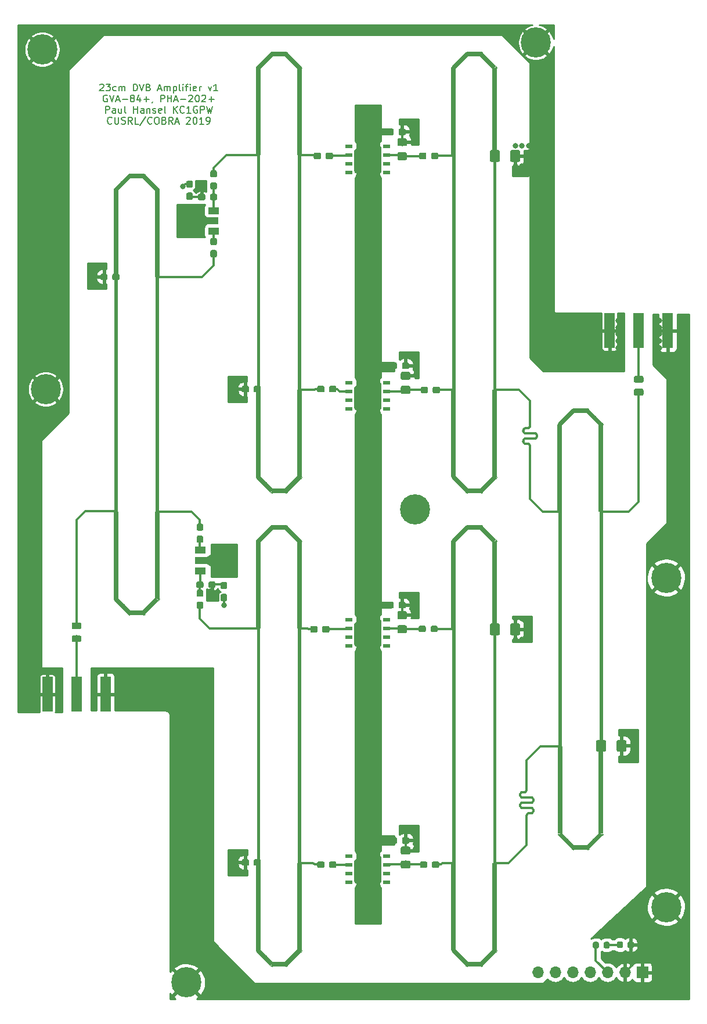
<source format=gtl>
G04 #@! TF.GenerationSoftware,KiCad,Pcbnew,(5.99.0-221-ga18d3cc)*
G04 #@! TF.CreationDate,2019-11-20T11:00:33-07:00*
G04 #@! TF.ProjectId,gva-pha202amp,6776612d-7068-4613-9230-32616d702e6b,rev?*
G04 #@! TF.SameCoordinates,Original*
G04 #@! TF.FileFunction,Copper,L1,Top*
G04 #@! TF.FilePolarity,Positive*
%FSLAX46Y46*%
G04 Gerber Fmt 4.6, Leading zero omitted, Abs format (unit mm)*
G04 Created by KiCad (PCBNEW (5.99.0-221-ga18d3cc)) date 2019-11-20 11:00:33*
%MOMM*%
%LPD*%
G04 APERTURE LIST*
%ADD10C,0.150000*%
%ADD11C,0.001000*%
%ADD12C,0.700000*%
%ADD13C,4.400000*%
%ADD14C,0.100000*%
%ADD15C,0.950000*%
%ADD16R,1.020000X0.510000*%
%ADD17C,1.970000*%
%ADD18C,0.875000*%
%ADD19O,1.700000X1.700000*%
%ADD20R,1.700000X1.700000*%
%ADD21R,0.660000X12.744600*%
%ADD22C,0.660000*%
%ADD23R,1.000000X0.660000*%
%ADD24R,0.200000X0.200000*%
%ADD25C,1.425000*%
%ADD26C,1.150000*%
%ADD27C,0.975000*%
%ADD28R,1.500000X5.080000*%
%ADD29C,1.000000*%
%ADD30R,1.840000X2.200000*%
%ADD31R,1.500000X1.000000*%
%ADD32R,1.800000X1.000000*%
%ADD33C,0.850000*%
%ADD34C,0.800000*%
%ADD35C,0.380600*%
%ADD36C,0.254000*%
G04 APERTURE END LIST*
D10*
X134404761Y-98132619D02*
X134452380Y-98085000D01*
X134547619Y-98037380D01*
X134785714Y-98037380D01*
X134880952Y-98085000D01*
X134928571Y-98132619D01*
X134976190Y-98227857D01*
X134976190Y-98323095D01*
X134928571Y-98465952D01*
X134357142Y-99037380D01*
X134976190Y-99037380D01*
X135309523Y-98037380D02*
X135928571Y-98037380D01*
X135595238Y-98418333D01*
X135738095Y-98418333D01*
X135833333Y-98465952D01*
X135880952Y-98513571D01*
X135928571Y-98608809D01*
X135928571Y-98846904D01*
X135880952Y-98942142D01*
X135833333Y-98989761D01*
X135738095Y-99037380D01*
X135452380Y-99037380D01*
X135357142Y-98989761D01*
X135309523Y-98942142D01*
X136785714Y-98989761D02*
X136690476Y-99037380D01*
X136500000Y-99037380D01*
X136404761Y-98989761D01*
X136357142Y-98942142D01*
X136309523Y-98846904D01*
X136309523Y-98561190D01*
X136357142Y-98465952D01*
X136404761Y-98418333D01*
X136500000Y-98370714D01*
X136690476Y-98370714D01*
X136785714Y-98418333D01*
X137214285Y-99037380D02*
X137214285Y-98370714D01*
X137214285Y-98465952D02*
X137261904Y-98418333D01*
X137357142Y-98370714D01*
X137500000Y-98370714D01*
X137595238Y-98418333D01*
X137642857Y-98513571D01*
X137642857Y-99037380D01*
X137642857Y-98513571D02*
X137690476Y-98418333D01*
X137785714Y-98370714D01*
X137928571Y-98370714D01*
X138023809Y-98418333D01*
X138071428Y-98513571D01*
X138071428Y-99037380D01*
X139309523Y-99037380D02*
X139309523Y-98037380D01*
X139547619Y-98037380D01*
X139690476Y-98085000D01*
X139785714Y-98180238D01*
X139833333Y-98275476D01*
X139880952Y-98465952D01*
X139880952Y-98608809D01*
X139833333Y-98799285D01*
X139785714Y-98894523D01*
X139690476Y-98989761D01*
X139547619Y-99037380D01*
X139309523Y-99037380D01*
X140166666Y-98037380D02*
X140500000Y-99037380D01*
X140833333Y-98037380D01*
X141500000Y-98513571D02*
X141642857Y-98561190D01*
X141690476Y-98608809D01*
X141738095Y-98704047D01*
X141738095Y-98846904D01*
X141690476Y-98942142D01*
X141642857Y-98989761D01*
X141547619Y-99037380D01*
X141166666Y-99037380D01*
X141166666Y-98037380D01*
X141500000Y-98037380D01*
X141595238Y-98085000D01*
X141642857Y-98132619D01*
X141690476Y-98227857D01*
X141690476Y-98323095D01*
X141642857Y-98418333D01*
X141595238Y-98465952D01*
X141500000Y-98513571D01*
X141166666Y-98513571D01*
X142880952Y-98751666D02*
X143357142Y-98751666D01*
X142785714Y-99037380D02*
X143119047Y-98037380D01*
X143452380Y-99037380D01*
X143785714Y-99037380D02*
X143785714Y-98370714D01*
X143785714Y-98465952D02*
X143833333Y-98418333D01*
X143928571Y-98370714D01*
X144071428Y-98370714D01*
X144166666Y-98418333D01*
X144214285Y-98513571D01*
X144214285Y-99037380D01*
X144214285Y-98513571D02*
X144261904Y-98418333D01*
X144357142Y-98370714D01*
X144500000Y-98370714D01*
X144595238Y-98418333D01*
X144642857Y-98513571D01*
X144642857Y-99037380D01*
X145119047Y-98370714D02*
X145119047Y-99370714D01*
X145119047Y-98418333D02*
X145214285Y-98370714D01*
X145404761Y-98370714D01*
X145500000Y-98418333D01*
X145547619Y-98465952D01*
X145595238Y-98561190D01*
X145595238Y-98846904D01*
X145547619Y-98942142D01*
X145500000Y-98989761D01*
X145404761Y-99037380D01*
X145214285Y-99037380D01*
X145119047Y-98989761D01*
X146166666Y-99037380D02*
X146071428Y-98989761D01*
X146023809Y-98894523D01*
X146023809Y-98037380D01*
X146547619Y-99037380D02*
X146547619Y-98370714D01*
X146547619Y-98037380D02*
X146500000Y-98085000D01*
X146547619Y-98132619D01*
X146595238Y-98085000D01*
X146547619Y-98037380D01*
X146547619Y-98132619D01*
X146880952Y-98370714D02*
X147261904Y-98370714D01*
X147023809Y-99037380D02*
X147023809Y-98180238D01*
X147071428Y-98085000D01*
X147166666Y-98037380D01*
X147261904Y-98037380D01*
X147595238Y-99037380D02*
X147595238Y-98370714D01*
X147595238Y-98037380D02*
X147547619Y-98085000D01*
X147595238Y-98132619D01*
X147642857Y-98085000D01*
X147595238Y-98037380D01*
X147595238Y-98132619D01*
X148452380Y-98989761D02*
X148357142Y-99037380D01*
X148166666Y-99037380D01*
X148071428Y-98989761D01*
X148023809Y-98894523D01*
X148023809Y-98513571D01*
X148071428Y-98418333D01*
X148166666Y-98370714D01*
X148357142Y-98370714D01*
X148452380Y-98418333D01*
X148500000Y-98513571D01*
X148500000Y-98608809D01*
X148023809Y-98704047D01*
X148928571Y-99037380D02*
X148928571Y-98370714D01*
X148928571Y-98561190D02*
X148976190Y-98465952D01*
X149023809Y-98418333D01*
X149119047Y-98370714D01*
X149214285Y-98370714D01*
X150214285Y-98370714D02*
X150452380Y-99037380D01*
X150690476Y-98370714D01*
X151595238Y-99037380D02*
X151023809Y-99037380D01*
X151309523Y-99037380D02*
X151309523Y-98037380D01*
X151214285Y-98180238D01*
X151119047Y-98275476D01*
X151023809Y-98323095D01*
X135476190Y-99695000D02*
X135380952Y-99647380D01*
X135238095Y-99647380D01*
X135095238Y-99695000D01*
X135000000Y-99790238D01*
X134952380Y-99885476D01*
X134904761Y-100075952D01*
X134904761Y-100218809D01*
X134952380Y-100409285D01*
X135000000Y-100504523D01*
X135095238Y-100599761D01*
X135238095Y-100647380D01*
X135333333Y-100647380D01*
X135476190Y-100599761D01*
X135523809Y-100552142D01*
X135523809Y-100218809D01*
X135333333Y-100218809D01*
X135809523Y-99647380D02*
X136142857Y-100647380D01*
X136476190Y-99647380D01*
X136761904Y-100361666D02*
X137238095Y-100361666D01*
X136666666Y-100647380D02*
X137000000Y-99647380D01*
X137333333Y-100647380D01*
X137666666Y-100266428D02*
X138428571Y-100266428D01*
X139047619Y-100075952D02*
X138952380Y-100028333D01*
X138904761Y-99980714D01*
X138857142Y-99885476D01*
X138857142Y-99837857D01*
X138904761Y-99742619D01*
X138952380Y-99695000D01*
X139047619Y-99647380D01*
X139238095Y-99647380D01*
X139333333Y-99695000D01*
X139380952Y-99742619D01*
X139428571Y-99837857D01*
X139428571Y-99885476D01*
X139380952Y-99980714D01*
X139333333Y-100028333D01*
X139238095Y-100075952D01*
X139047619Y-100075952D01*
X138952380Y-100123571D01*
X138904761Y-100171190D01*
X138857142Y-100266428D01*
X138857142Y-100456904D01*
X138904761Y-100552142D01*
X138952380Y-100599761D01*
X139047619Y-100647380D01*
X139238095Y-100647380D01*
X139333333Y-100599761D01*
X139380952Y-100552142D01*
X139428571Y-100456904D01*
X139428571Y-100266428D01*
X139380952Y-100171190D01*
X139333333Y-100123571D01*
X139238095Y-100075952D01*
X140285714Y-99980714D02*
X140285714Y-100647380D01*
X140047619Y-99599761D02*
X139809523Y-100314047D01*
X140428571Y-100314047D01*
X140809523Y-100266428D02*
X141571428Y-100266428D01*
X141190476Y-100647380D02*
X141190476Y-99885476D01*
X142095238Y-100599761D02*
X142095238Y-100647380D01*
X142047619Y-100742619D01*
X142000000Y-100790238D01*
X143285714Y-100647380D02*
X143285714Y-99647380D01*
X143666666Y-99647380D01*
X143761904Y-99695000D01*
X143809523Y-99742619D01*
X143857142Y-99837857D01*
X143857142Y-99980714D01*
X143809523Y-100075952D01*
X143761904Y-100123571D01*
X143666666Y-100171190D01*
X143285714Y-100171190D01*
X144285714Y-100647380D02*
X144285714Y-99647380D01*
X144285714Y-100123571D02*
X144857142Y-100123571D01*
X144857142Y-100647380D02*
X144857142Y-99647380D01*
X145285714Y-100361666D02*
X145761904Y-100361666D01*
X145190476Y-100647380D02*
X145523809Y-99647380D01*
X145857142Y-100647380D01*
X146190476Y-100266428D02*
X146952380Y-100266428D01*
X147380952Y-99742619D02*
X147428571Y-99695000D01*
X147523809Y-99647380D01*
X147761904Y-99647380D01*
X147857142Y-99695000D01*
X147904761Y-99742619D01*
X147952380Y-99837857D01*
X147952380Y-99933095D01*
X147904761Y-100075952D01*
X147333333Y-100647380D01*
X147952380Y-100647380D01*
X148571428Y-99647380D02*
X148666666Y-99647380D01*
X148761904Y-99695000D01*
X148809523Y-99742619D01*
X148857142Y-99837857D01*
X148904761Y-100028333D01*
X148904761Y-100266428D01*
X148857142Y-100456904D01*
X148809523Y-100552142D01*
X148761904Y-100599761D01*
X148666666Y-100647380D01*
X148571428Y-100647380D01*
X148476190Y-100599761D01*
X148428571Y-100552142D01*
X148380952Y-100456904D01*
X148333333Y-100266428D01*
X148333333Y-100028333D01*
X148380952Y-99837857D01*
X148428571Y-99742619D01*
X148476190Y-99695000D01*
X148571428Y-99647380D01*
X149285714Y-99742619D02*
X149333333Y-99695000D01*
X149428571Y-99647380D01*
X149666666Y-99647380D01*
X149761904Y-99695000D01*
X149809523Y-99742619D01*
X149857142Y-99837857D01*
X149857142Y-99933095D01*
X149809523Y-100075952D01*
X149238095Y-100647380D01*
X149857142Y-100647380D01*
X150285714Y-100266428D02*
X151047619Y-100266428D01*
X150666666Y-100647380D02*
X150666666Y-99885476D01*
X135238095Y-102257380D02*
X135238095Y-101257380D01*
X135619047Y-101257380D01*
X135714285Y-101305000D01*
X135761904Y-101352619D01*
X135809523Y-101447857D01*
X135809523Y-101590714D01*
X135761904Y-101685952D01*
X135714285Y-101733571D01*
X135619047Y-101781190D01*
X135238095Y-101781190D01*
X136666666Y-102257380D02*
X136666666Y-101733571D01*
X136619047Y-101638333D01*
X136523809Y-101590714D01*
X136333333Y-101590714D01*
X136238095Y-101638333D01*
X136666666Y-102209761D02*
X136571428Y-102257380D01*
X136333333Y-102257380D01*
X136238095Y-102209761D01*
X136190476Y-102114523D01*
X136190476Y-102019285D01*
X136238095Y-101924047D01*
X136333333Y-101876428D01*
X136571428Y-101876428D01*
X136666666Y-101828809D01*
X137571428Y-101590714D02*
X137571428Y-102257380D01*
X137142857Y-101590714D02*
X137142857Y-102114523D01*
X137190476Y-102209761D01*
X137285714Y-102257380D01*
X137428571Y-102257380D01*
X137523809Y-102209761D01*
X137571428Y-102162142D01*
X138190476Y-102257380D02*
X138095238Y-102209761D01*
X138047619Y-102114523D01*
X138047619Y-101257380D01*
X139333333Y-102257380D02*
X139333333Y-101257380D01*
X139333333Y-101733571D02*
X139904761Y-101733571D01*
X139904761Y-102257380D02*
X139904761Y-101257380D01*
X140809523Y-102257380D02*
X140809523Y-101733571D01*
X140761904Y-101638333D01*
X140666666Y-101590714D01*
X140476190Y-101590714D01*
X140380952Y-101638333D01*
X140809523Y-102209761D02*
X140714285Y-102257380D01*
X140476190Y-102257380D01*
X140380952Y-102209761D01*
X140333333Y-102114523D01*
X140333333Y-102019285D01*
X140380952Y-101924047D01*
X140476190Y-101876428D01*
X140714285Y-101876428D01*
X140809523Y-101828809D01*
X141285714Y-101590714D02*
X141285714Y-102257380D01*
X141285714Y-101685952D02*
X141333333Y-101638333D01*
X141428571Y-101590714D01*
X141571428Y-101590714D01*
X141666666Y-101638333D01*
X141714285Y-101733571D01*
X141714285Y-102257380D01*
X142142857Y-102209761D02*
X142238095Y-102257380D01*
X142428571Y-102257380D01*
X142523809Y-102209761D01*
X142571428Y-102114523D01*
X142571428Y-102066904D01*
X142523809Y-101971666D01*
X142428571Y-101924047D01*
X142285714Y-101924047D01*
X142190476Y-101876428D01*
X142142857Y-101781190D01*
X142142857Y-101733571D01*
X142190476Y-101638333D01*
X142285714Y-101590714D01*
X142428571Y-101590714D01*
X142523809Y-101638333D01*
X143380952Y-102209761D02*
X143285714Y-102257380D01*
X143095238Y-102257380D01*
X143000000Y-102209761D01*
X142952380Y-102114523D01*
X142952380Y-101733571D01*
X143000000Y-101638333D01*
X143095238Y-101590714D01*
X143285714Y-101590714D01*
X143380952Y-101638333D01*
X143428571Y-101733571D01*
X143428571Y-101828809D01*
X142952380Y-101924047D01*
X144000000Y-102257380D02*
X143904761Y-102209761D01*
X143857142Y-102114523D01*
X143857142Y-101257380D01*
X145142857Y-102257380D02*
X145142857Y-101257380D01*
X145714285Y-102257380D02*
X145285714Y-101685952D01*
X145714285Y-101257380D02*
X145142857Y-101828809D01*
X146714285Y-102162142D02*
X146666666Y-102209761D01*
X146523809Y-102257380D01*
X146428571Y-102257380D01*
X146285714Y-102209761D01*
X146190476Y-102114523D01*
X146142857Y-102019285D01*
X146095238Y-101828809D01*
X146095238Y-101685952D01*
X146142857Y-101495476D01*
X146190476Y-101400238D01*
X146285714Y-101305000D01*
X146428571Y-101257380D01*
X146523809Y-101257380D01*
X146666666Y-101305000D01*
X146714285Y-101352619D01*
X147666666Y-102257380D02*
X147095238Y-102257380D01*
X147380952Y-102257380D02*
X147380952Y-101257380D01*
X147285714Y-101400238D01*
X147190476Y-101495476D01*
X147095238Y-101543095D01*
X148619047Y-101305000D02*
X148523809Y-101257380D01*
X148380952Y-101257380D01*
X148238095Y-101305000D01*
X148142857Y-101400238D01*
X148095238Y-101495476D01*
X148047619Y-101685952D01*
X148047619Y-101828809D01*
X148095238Y-102019285D01*
X148142857Y-102114523D01*
X148238095Y-102209761D01*
X148380952Y-102257380D01*
X148476190Y-102257380D01*
X148619047Y-102209761D01*
X148666666Y-102162142D01*
X148666666Y-101828809D01*
X148476190Y-101828809D01*
X149095238Y-102257380D02*
X149095238Y-101257380D01*
X149476190Y-101257380D01*
X149571428Y-101305000D01*
X149619047Y-101352619D01*
X149666666Y-101447857D01*
X149666666Y-101590714D01*
X149619047Y-101685952D01*
X149571428Y-101733571D01*
X149476190Y-101781190D01*
X149095238Y-101781190D01*
X150000000Y-101257380D02*
X150238095Y-102257380D01*
X150428571Y-101543095D01*
X150619047Y-102257380D01*
X150857142Y-101257380D01*
X136142857Y-103772142D02*
X136095238Y-103819761D01*
X135952380Y-103867380D01*
X135857142Y-103867380D01*
X135714285Y-103819761D01*
X135619047Y-103724523D01*
X135571428Y-103629285D01*
X135523809Y-103438809D01*
X135523809Y-103295952D01*
X135571428Y-103105476D01*
X135619047Y-103010238D01*
X135714285Y-102915000D01*
X135857142Y-102867380D01*
X135952380Y-102867380D01*
X136095238Y-102915000D01*
X136142857Y-102962619D01*
X136571428Y-102867380D02*
X136571428Y-103676904D01*
X136619047Y-103772142D01*
X136666666Y-103819761D01*
X136761904Y-103867380D01*
X136952380Y-103867380D01*
X137047619Y-103819761D01*
X137095238Y-103772142D01*
X137142857Y-103676904D01*
X137142857Y-102867380D01*
X137571428Y-103819761D02*
X137714285Y-103867380D01*
X137952380Y-103867380D01*
X138047619Y-103819761D01*
X138095238Y-103772142D01*
X138142857Y-103676904D01*
X138142857Y-103581666D01*
X138095238Y-103486428D01*
X138047619Y-103438809D01*
X137952380Y-103391190D01*
X137761904Y-103343571D01*
X137666666Y-103295952D01*
X137619047Y-103248333D01*
X137571428Y-103153095D01*
X137571428Y-103057857D01*
X137619047Y-102962619D01*
X137666666Y-102915000D01*
X137761904Y-102867380D01*
X138000000Y-102867380D01*
X138142857Y-102915000D01*
X139142857Y-103867380D02*
X138809523Y-103391190D01*
X138571428Y-103867380D02*
X138571428Y-102867380D01*
X138952380Y-102867380D01*
X139047619Y-102915000D01*
X139095238Y-102962619D01*
X139142857Y-103057857D01*
X139142857Y-103200714D01*
X139095238Y-103295952D01*
X139047619Y-103343571D01*
X138952380Y-103391190D01*
X138571428Y-103391190D01*
X140047619Y-103867380D02*
X139571428Y-103867380D01*
X139571428Y-102867380D01*
X141095238Y-102819761D02*
X140238095Y-104105476D01*
X142000000Y-103772142D02*
X141952380Y-103819761D01*
X141809523Y-103867380D01*
X141714285Y-103867380D01*
X141571428Y-103819761D01*
X141476190Y-103724523D01*
X141428571Y-103629285D01*
X141380952Y-103438809D01*
X141380952Y-103295952D01*
X141428571Y-103105476D01*
X141476190Y-103010238D01*
X141571428Y-102915000D01*
X141714285Y-102867380D01*
X141809523Y-102867380D01*
X141952380Y-102915000D01*
X142000000Y-102962619D01*
X142619047Y-102867380D02*
X142809523Y-102867380D01*
X142904761Y-102915000D01*
X143000000Y-103010238D01*
X143047619Y-103200714D01*
X143047619Y-103534047D01*
X143000000Y-103724523D01*
X142904761Y-103819761D01*
X142809523Y-103867380D01*
X142619047Y-103867380D01*
X142523809Y-103819761D01*
X142428571Y-103724523D01*
X142380952Y-103534047D01*
X142380952Y-103200714D01*
X142428571Y-103010238D01*
X142523809Y-102915000D01*
X142619047Y-102867380D01*
X143809523Y-103343571D02*
X143952380Y-103391190D01*
X144000000Y-103438809D01*
X144047619Y-103534047D01*
X144047619Y-103676904D01*
X144000000Y-103772142D01*
X143952380Y-103819761D01*
X143857142Y-103867380D01*
X143476190Y-103867380D01*
X143476190Y-102867380D01*
X143809523Y-102867380D01*
X143904761Y-102915000D01*
X143952380Y-102962619D01*
X144000000Y-103057857D01*
X144000000Y-103153095D01*
X143952380Y-103248333D01*
X143904761Y-103295952D01*
X143809523Y-103343571D01*
X143476190Y-103343571D01*
X145047619Y-103867380D02*
X144714285Y-103391190D01*
X144476190Y-103867380D02*
X144476190Y-102867380D01*
X144857142Y-102867380D01*
X144952380Y-102915000D01*
X145000000Y-102962619D01*
X145047619Y-103057857D01*
X145047619Y-103200714D01*
X145000000Y-103295952D01*
X144952380Y-103343571D01*
X144857142Y-103391190D01*
X144476190Y-103391190D01*
X145428571Y-103581666D02*
X145904761Y-103581666D01*
X145333333Y-103867380D02*
X145666666Y-102867380D01*
X146000000Y-103867380D01*
X147047619Y-102962619D02*
X147095238Y-102915000D01*
X147190476Y-102867380D01*
X147428571Y-102867380D01*
X147523809Y-102915000D01*
X147571428Y-102962619D01*
X147619047Y-103057857D01*
X147619047Y-103153095D01*
X147571428Y-103295952D01*
X147000000Y-103867380D01*
X147619047Y-103867380D01*
X148238095Y-102867380D02*
X148333333Y-102867380D01*
X148428571Y-102915000D01*
X148476190Y-102962619D01*
X148523809Y-103057857D01*
X148571428Y-103248333D01*
X148571428Y-103486428D01*
X148523809Y-103676904D01*
X148476190Y-103772142D01*
X148428571Y-103819761D01*
X148333333Y-103867380D01*
X148238095Y-103867380D01*
X148142857Y-103819761D01*
X148095238Y-103772142D01*
X148047619Y-103676904D01*
X148000000Y-103486428D01*
X148000000Y-103248333D01*
X148047619Y-103057857D01*
X148095238Y-102962619D01*
X148142857Y-102915000D01*
X148238095Y-102867380D01*
X149523809Y-103867380D02*
X148952380Y-103867380D01*
X149238095Y-103867380D02*
X149238095Y-102867380D01*
X149142857Y-103010238D01*
X149047619Y-103105476D01*
X148952380Y-103153095D01*
X150000000Y-103867380D02*
X150190476Y-103867380D01*
X150285714Y-103819761D01*
X150333333Y-103772142D01*
X150428571Y-103629285D01*
X150476190Y-103438809D01*
X150476190Y-103057857D01*
X150428571Y-102962619D01*
X150380952Y-102915000D01*
X150285714Y-102867380D01*
X150095238Y-102867380D01*
X150000000Y-102915000D01*
X149952380Y-102962619D01*
X149904761Y-103057857D01*
X149904761Y-103295952D01*
X149952380Y-103391190D01*
X150000000Y-103438809D01*
X150095238Y-103486428D01*
X150285714Y-103486428D01*
X150380952Y-103438809D01*
X150428571Y-103391190D01*
X150476190Y-103295952D01*
D11*
G36*
X205733000Y-145424000D02*
G01*
X205500000Y-145658000D01*
X205500000Y-145328000D01*
X205733000Y-145424000D01*
G37*
X205733000Y-145424000D02*
X205500000Y-145658000D01*
X205500000Y-145328000D01*
X205733000Y-145424000D01*
G36*
X203501000Y-145658000D02*
G01*
X203267000Y-145424000D01*
X203500000Y-145328000D01*
X203501000Y-145658000D01*
G37*
X203501000Y-145658000D02*
X203267000Y-145424000D01*
X203500000Y-145328000D01*
X203501000Y-145658000D01*
G36*
X207830000Y-147658000D02*
G01*
X207497000Y-147659000D01*
X207733000Y-147424000D01*
X207830000Y-147658000D01*
G37*
X207830000Y-147658000D02*
X207497000Y-147659000D01*
X207733000Y-147424000D01*
X207830000Y-147658000D01*
G36*
X201503000Y-147659000D02*
G01*
X201170000Y-147658000D01*
X201267000Y-147424000D01*
X201503000Y-147659000D01*
G37*
X201503000Y-147659000D02*
X201170000Y-147658000D01*
X201267000Y-147424000D01*
X201503000Y-147659000D01*
G36*
X207840000Y-207342000D02*
G01*
X207743000Y-207576000D01*
X207507000Y-207341000D01*
X207840000Y-207342000D01*
G37*
X207840000Y-207342000D02*
X207743000Y-207576000D01*
X207507000Y-207341000D01*
X207840000Y-207342000D01*
G36*
X203510000Y-209672000D02*
G01*
X203277000Y-209576000D01*
X203510000Y-209342000D01*
X203510000Y-209672000D01*
G37*
X203510000Y-209672000D02*
X203277000Y-209576000D01*
X203510000Y-209342000D01*
X203510000Y-209672000D01*
G36*
X205743000Y-209576000D02*
G01*
X205510000Y-209672000D01*
X205509000Y-209342000D01*
X205743000Y-209576000D01*
G37*
X205743000Y-209576000D02*
X205510000Y-209672000D01*
X205509000Y-209342000D01*
X205743000Y-209576000D01*
G36*
X201277000Y-207576000D02*
G01*
X201180000Y-207342000D01*
X201513000Y-207341000D01*
X201277000Y-207576000D01*
G37*
X201277000Y-207576000D02*
X201180000Y-207342000D01*
X201513000Y-207341000D01*
X201277000Y-207576000D01*
G36*
X201690000Y-194601000D02*
G01*
X201310000Y-194601000D01*
X201310000Y-160399000D01*
X201690000Y-160399000D01*
X201690000Y-194601000D01*
G37*
X201690000Y-194601000D02*
X201310000Y-194601000D01*
X201310000Y-160399000D01*
X201690000Y-160399000D01*
X201690000Y-194601000D01*
G36*
X207690000Y-194601000D02*
G01*
X207310000Y-194601000D01*
X207310000Y-160399000D01*
X207690000Y-160399000D01*
X207690000Y-194601000D01*
G37*
X207690000Y-194601000D02*
X207310000Y-194601000D01*
X207310000Y-160399000D01*
X207690000Y-160399000D01*
X207690000Y-194601000D01*
G36*
X190233000Y-162424000D02*
G01*
X190000000Y-162658000D01*
X190000000Y-162328000D01*
X190233000Y-162424000D01*
G37*
X190233000Y-162424000D02*
X190000000Y-162658000D01*
X190000000Y-162328000D01*
X190233000Y-162424000D01*
G36*
X188001000Y-162658000D02*
G01*
X187767000Y-162424000D01*
X188000000Y-162328000D01*
X188001000Y-162658000D01*
G37*
X188001000Y-162658000D02*
X187767000Y-162424000D01*
X188000000Y-162328000D01*
X188001000Y-162658000D01*
G36*
X192330000Y-164658000D02*
G01*
X191997000Y-164659000D01*
X192233000Y-164424000D01*
X192330000Y-164658000D01*
G37*
X192330000Y-164658000D02*
X191997000Y-164659000D01*
X192233000Y-164424000D01*
X192330000Y-164658000D01*
G36*
X186003000Y-164659000D02*
G01*
X185670000Y-164658000D01*
X185767000Y-164424000D01*
X186003000Y-164659000D01*
G37*
X186003000Y-164659000D02*
X185670000Y-164658000D01*
X185767000Y-164424000D01*
X186003000Y-164659000D01*
G36*
X192340000Y-224342000D02*
G01*
X192243000Y-224576000D01*
X192007000Y-224341000D01*
X192340000Y-224342000D01*
G37*
X192340000Y-224342000D02*
X192243000Y-224576000D01*
X192007000Y-224341000D01*
X192340000Y-224342000D01*
G36*
X188010000Y-226672000D02*
G01*
X187777000Y-226576000D01*
X188010000Y-226342000D01*
X188010000Y-226672000D01*
G37*
X188010000Y-226672000D02*
X187777000Y-226576000D01*
X188010000Y-226342000D01*
X188010000Y-226672000D01*
G36*
X190243000Y-226576000D02*
G01*
X190010000Y-226672000D01*
X190009000Y-226342000D01*
X190243000Y-226576000D01*
G37*
X190243000Y-226576000D02*
X190010000Y-226672000D01*
X190009000Y-226342000D01*
X190243000Y-226576000D01*
G36*
X185777000Y-224576000D02*
G01*
X185680000Y-224342000D01*
X186013000Y-224341000D01*
X185777000Y-224576000D01*
G37*
X185777000Y-224576000D02*
X185680000Y-224342000D01*
X186013000Y-224341000D01*
X185777000Y-224576000D01*
G36*
X186190000Y-211601000D02*
G01*
X185810000Y-211601000D01*
X185810000Y-177399000D01*
X186190000Y-177399000D01*
X186190000Y-211601000D01*
G37*
X186190000Y-211601000D02*
X185810000Y-211601000D01*
X185810000Y-177399000D01*
X186190000Y-177399000D01*
X186190000Y-211601000D01*
G36*
X192190000Y-211601000D02*
G01*
X191810000Y-211601000D01*
X191810000Y-177399000D01*
X192190000Y-177399000D01*
X192190000Y-211601000D01*
G37*
X192190000Y-211601000D02*
X191810000Y-211601000D01*
X191810000Y-177399000D01*
X192190000Y-177399000D01*
X192190000Y-211601000D01*
G36*
X190233000Y-93424000D02*
G01*
X190000000Y-93658000D01*
X190000000Y-93328000D01*
X190233000Y-93424000D01*
G37*
X190233000Y-93424000D02*
X190000000Y-93658000D01*
X190000000Y-93328000D01*
X190233000Y-93424000D01*
G36*
X188001000Y-93658000D02*
G01*
X187767000Y-93424000D01*
X188000000Y-93328000D01*
X188001000Y-93658000D01*
G37*
X188001000Y-93658000D02*
X187767000Y-93424000D01*
X188000000Y-93328000D01*
X188001000Y-93658000D01*
G36*
X192330000Y-95658000D02*
G01*
X191997000Y-95659000D01*
X192233000Y-95424000D01*
X192330000Y-95658000D01*
G37*
X192330000Y-95658000D02*
X191997000Y-95659000D01*
X192233000Y-95424000D01*
X192330000Y-95658000D01*
G36*
X186003000Y-95659000D02*
G01*
X185670000Y-95658000D01*
X185767000Y-95424000D01*
X186003000Y-95659000D01*
G37*
X186003000Y-95659000D02*
X185670000Y-95658000D01*
X185767000Y-95424000D01*
X186003000Y-95659000D01*
G36*
X192340000Y-155342000D02*
G01*
X192243000Y-155576000D01*
X192007000Y-155341000D01*
X192340000Y-155342000D01*
G37*
X192340000Y-155342000D02*
X192243000Y-155576000D01*
X192007000Y-155341000D01*
X192340000Y-155342000D01*
G36*
X188010000Y-157672000D02*
G01*
X187777000Y-157576000D01*
X188010000Y-157342000D01*
X188010000Y-157672000D01*
G37*
X188010000Y-157672000D02*
X187777000Y-157576000D01*
X188010000Y-157342000D01*
X188010000Y-157672000D01*
G36*
X190243000Y-157576000D02*
G01*
X190010000Y-157672000D01*
X190009000Y-157342000D01*
X190243000Y-157576000D01*
G37*
X190243000Y-157576000D02*
X190010000Y-157672000D01*
X190009000Y-157342000D01*
X190243000Y-157576000D01*
G36*
X185777000Y-155576000D02*
G01*
X185680000Y-155342000D01*
X186013000Y-155341000D01*
X185777000Y-155576000D01*
G37*
X185777000Y-155576000D02*
X185680000Y-155342000D01*
X186013000Y-155341000D01*
X185777000Y-155576000D01*
G36*
X186190000Y-142601000D02*
G01*
X185810000Y-142601000D01*
X185810000Y-108399000D01*
X186190000Y-108399000D01*
X186190000Y-142601000D01*
G37*
X186190000Y-142601000D02*
X185810000Y-142601000D01*
X185810000Y-108399000D01*
X186190000Y-108399000D01*
X186190000Y-142601000D01*
G36*
X192190000Y-142601000D02*
G01*
X191810000Y-142601000D01*
X191810000Y-108399000D01*
X192190000Y-108399000D01*
X192190000Y-142601000D01*
G37*
X192190000Y-142601000D02*
X191810000Y-142601000D01*
X191810000Y-108399000D01*
X192190000Y-108399000D01*
X192190000Y-142601000D01*
G36*
X161733000Y-93424000D02*
G01*
X161500000Y-93658000D01*
X161500000Y-93328000D01*
X161733000Y-93424000D01*
G37*
X161733000Y-93424000D02*
X161500000Y-93658000D01*
X161500000Y-93328000D01*
X161733000Y-93424000D01*
G36*
X159501000Y-93658000D02*
G01*
X159267000Y-93424000D01*
X159500000Y-93328000D01*
X159501000Y-93658000D01*
G37*
X159501000Y-93658000D02*
X159267000Y-93424000D01*
X159500000Y-93328000D01*
X159501000Y-93658000D01*
G36*
X163830000Y-95658000D02*
G01*
X163497000Y-95659000D01*
X163733000Y-95424000D01*
X163830000Y-95658000D01*
G37*
X163830000Y-95658000D02*
X163497000Y-95659000D01*
X163733000Y-95424000D01*
X163830000Y-95658000D01*
G36*
X157503000Y-95659000D02*
G01*
X157170000Y-95658000D01*
X157267000Y-95424000D01*
X157503000Y-95659000D01*
G37*
X157503000Y-95659000D02*
X157170000Y-95658000D01*
X157267000Y-95424000D01*
X157503000Y-95659000D01*
G36*
X163840000Y-155342000D02*
G01*
X163743000Y-155576000D01*
X163507000Y-155341000D01*
X163840000Y-155342000D01*
G37*
X163840000Y-155342000D02*
X163743000Y-155576000D01*
X163507000Y-155341000D01*
X163840000Y-155342000D01*
G36*
X159510000Y-157672000D02*
G01*
X159277000Y-157576000D01*
X159510000Y-157342000D01*
X159510000Y-157672000D01*
G37*
X159510000Y-157672000D02*
X159277000Y-157576000D01*
X159510000Y-157342000D01*
X159510000Y-157672000D01*
G36*
X161743000Y-157576000D02*
G01*
X161510000Y-157672000D01*
X161509000Y-157342000D01*
X161743000Y-157576000D01*
G37*
X161743000Y-157576000D02*
X161510000Y-157672000D01*
X161509000Y-157342000D01*
X161743000Y-157576000D01*
G36*
X157277000Y-155576000D02*
G01*
X157180000Y-155342000D01*
X157513000Y-155341000D01*
X157277000Y-155576000D01*
G37*
X157277000Y-155576000D02*
X157180000Y-155342000D01*
X157513000Y-155341000D01*
X157277000Y-155576000D01*
G36*
X157690000Y-142601000D02*
G01*
X157310000Y-142601000D01*
X157310000Y-108399000D01*
X157690000Y-108399000D01*
X157690000Y-142601000D01*
G37*
X157690000Y-142601000D02*
X157310000Y-142601000D01*
X157310000Y-108399000D01*
X157690000Y-108399000D01*
X157690000Y-142601000D01*
G36*
X163690000Y-142601000D02*
G01*
X163310000Y-142601000D01*
X163310000Y-108399000D01*
X163690000Y-108399000D01*
X163690000Y-142601000D01*
G37*
X163690000Y-142601000D02*
X163310000Y-142601000D01*
X163310000Y-108399000D01*
X163690000Y-108399000D01*
X163690000Y-142601000D01*
G36*
X161733000Y-162424000D02*
G01*
X161500000Y-162658000D01*
X161500000Y-162328000D01*
X161733000Y-162424000D01*
G37*
X161733000Y-162424000D02*
X161500000Y-162658000D01*
X161500000Y-162328000D01*
X161733000Y-162424000D01*
G36*
X159501000Y-162658000D02*
G01*
X159267000Y-162424000D01*
X159500000Y-162328000D01*
X159501000Y-162658000D01*
G37*
X159501000Y-162658000D02*
X159267000Y-162424000D01*
X159500000Y-162328000D01*
X159501000Y-162658000D01*
G36*
X163830000Y-164658000D02*
G01*
X163497000Y-164659000D01*
X163733000Y-164424000D01*
X163830000Y-164658000D01*
G37*
X163830000Y-164658000D02*
X163497000Y-164659000D01*
X163733000Y-164424000D01*
X163830000Y-164658000D01*
G36*
X157503000Y-164659000D02*
G01*
X157170000Y-164658000D01*
X157267000Y-164424000D01*
X157503000Y-164659000D01*
G37*
X157503000Y-164659000D02*
X157170000Y-164658000D01*
X157267000Y-164424000D01*
X157503000Y-164659000D01*
G36*
X163840000Y-224342000D02*
G01*
X163743000Y-224576000D01*
X163507000Y-224341000D01*
X163840000Y-224342000D01*
G37*
X163840000Y-224342000D02*
X163743000Y-224576000D01*
X163507000Y-224341000D01*
X163840000Y-224342000D01*
G36*
X159510000Y-226672000D02*
G01*
X159277000Y-226576000D01*
X159510000Y-226342000D01*
X159510000Y-226672000D01*
G37*
X159510000Y-226672000D02*
X159277000Y-226576000D01*
X159510000Y-226342000D01*
X159510000Y-226672000D01*
G36*
X161743000Y-226576000D02*
G01*
X161510000Y-226672000D01*
X161509000Y-226342000D01*
X161743000Y-226576000D01*
G37*
X161743000Y-226576000D02*
X161510000Y-226672000D01*
X161509000Y-226342000D01*
X161743000Y-226576000D01*
G36*
X157277000Y-224576000D02*
G01*
X157180000Y-224342000D01*
X157513000Y-224341000D01*
X157277000Y-224576000D01*
G37*
X157277000Y-224576000D02*
X157180000Y-224342000D01*
X157513000Y-224341000D01*
X157277000Y-224576000D01*
G36*
X157690000Y-211601000D02*
G01*
X157310000Y-211601000D01*
X157310000Y-177399000D01*
X157690000Y-177399000D01*
X157690000Y-211601000D01*
G37*
X157690000Y-211601000D02*
X157310000Y-211601000D01*
X157310000Y-177399000D01*
X157690000Y-177399000D01*
X157690000Y-211601000D01*
G36*
X163690000Y-211601000D02*
G01*
X163310000Y-211601000D01*
X163310000Y-177399000D01*
X163690000Y-177399000D01*
X163690000Y-211601000D01*
G37*
X163690000Y-211601000D02*
X163310000Y-211601000D01*
X163310000Y-177399000D01*
X163690000Y-177399000D01*
X163690000Y-211601000D01*
G36*
X140983000Y-111199000D02*
G01*
X140750000Y-111433000D01*
X140750000Y-111103000D01*
X140983000Y-111199000D01*
G37*
X140983000Y-111199000D02*
X140750000Y-111433000D01*
X140750000Y-111103000D01*
X140983000Y-111199000D01*
G36*
X138751000Y-111433000D02*
G01*
X138517000Y-111199000D01*
X138750000Y-111103000D01*
X138751000Y-111433000D01*
G37*
X138751000Y-111433000D02*
X138517000Y-111199000D01*
X138750000Y-111103000D01*
X138751000Y-111433000D01*
G36*
X143080000Y-113433000D02*
G01*
X142747000Y-113434000D01*
X142983000Y-113199000D01*
X143080000Y-113433000D01*
G37*
X143080000Y-113433000D02*
X142747000Y-113434000D01*
X142983000Y-113199000D01*
X143080000Y-113433000D01*
G36*
X136753000Y-113434000D02*
G01*
X136420000Y-113433000D01*
X136517000Y-113199000D01*
X136753000Y-113434000D01*
G37*
X136753000Y-113434000D02*
X136420000Y-113433000D01*
X136517000Y-113199000D01*
X136753000Y-113434000D01*
G36*
X143090000Y-173117000D02*
G01*
X142993000Y-173351000D01*
X142757000Y-173116000D01*
X143090000Y-173117000D01*
G37*
X143090000Y-173117000D02*
X142993000Y-173351000D01*
X142757000Y-173116000D01*
X143090000Y-173117000D01*
G36*
X138760000Y-175447000D02*
G01*
X138527000Y-175351000D01*
X138760000Y-175117000D01*
X138760000Y-175447000D01*
G37*
X138760000Y-175447000D02*
X138527000Y-175351000D01*
X138760000Y-175117000D01*
X138760000Y-175447000D01*
G36*
X140993000Y-175351000D02*
G01*
X140760000Y-175447000D01*
X140759000Y-175117000D01*
X140993000Y-175351000D01*
G37*
X140993000Y-175351000D02*
X140760000Y-175447000D01*
X140759000Y-175117000D01*
X140993000Y-175351000D01*
G36*
X136527000Y-173351000D02*
G01*
X136430000Y-173117000D01*
X136763000Y-173116000D01*
X136527000Y-173351000D01*
G37*
X136527000Y-173351000D02*
X136430000Y-173117000D01*
X136763000Y-173116000D01*
X136527000Y-173351000D01*
G36*
X136940000Y-160376000D02*
G01*
X136560000Y-160376000D01*
X136560000Y-126174000D01*
X136940000Y-126174000D01*
X136940000Y-160376000D01*
G37*
X136940000Y-160376000D02*
X136560000Y-160376000D01*
X136560000Y-126174000D01*
X136940000Y-126174000D01*
X136940000Y-160376000D01*
G36*
X142940000Y-160376000D02*
G01*
X142560000Y-160376000D01*
X142560000Y-126174000D01*
X142940000Y-126174000D01*
X142940000Y-160376000D01*
G37*
X142940000Y-160376000D02*
X142560000Y-160376000D01*
X142560000Y-126174000D01*
X142940000Y-126174000D01*
X142940000Y-160376000D01*
D12*
X181516726Y-158833274D03*
X180350000Y-158350000D03*
X179183274Y-158833274D03*
X178700000Y-160000000D03*
X179183274Y-161166726D03*
X180350000Y-161650000D03*
X181516726Y-161166726D03*
X182000000Y-160000000D03*
D13*
X180350000Y-160000000D03*
D12*
X148166726Y-227833274D03*
X147000000Y-227350000D03*
X145833274Y-227833274D03*
X145350000Y-229000000D03*
X145833274Y-230166726D03*
X147000000Y-230650000D03*
X148166726Y-230166726D03*
X148650000Y-229000000D03*
D13*
X147000000Y-229000000D03*
D12*
X199166726Y-90833274D03*
X198000000Y-90350000D03*
X196833274Y-90833274D03*
X196350000Y-92000000D03*
X196833274Y-93166726D03*
X198000000Y-93650000D03*
X199166726Y-93166726D03*
X199650000Y-92000000D03*
D13*
X198000000Y-92000000D03*
D12*
X218166726Y-168833274D03*
X217000000Y-168350000D03*
X215833274Y-168833274D03*
X215350000Y-170000000D03*
X215833274Y-171166726D03*
X217000000Y-171650000D03*
X218166726Y-171166726D03*
X218650000Y-170000000D03*
D13*
X217000000Y-170000000D03*
D12*
X218166726Y-216833274D03*
X217000000Y-216350000D03*
X215833274Y-216833274D03*
X215350000Y-218000000D03*
X215833274Y-219166726D03*
X217000000Y-219650000D03*
X218166726Y-219166726D03*
X218650000Y-218000000D03*
D13*
X217000000Y-218000000D03*
D12*
X127666726Y-141333274D03*
X126500000Y-140850000D03*
X125333274Y-141333274D03*
X124850000Y-142500000D03*
X125333274Y-143666726D03*
X126500000Y-144150000D03*
X127666726Y-143666726D03*
X128150000Y-142500000D03*
D13*
X126500000Y-142500000D03*
D12*
X127166726Y-91833274D03*
X126000000Y-91350000D03*
X124833274Y-91833274D03*
X124350000Y-93000000D03*
X124833274Y-94166726D03*
X126000000Y-94650000D03*
X127166726Y-94166726D03*
X127650000Y-93000000D03*
D13*
X126000000Y-93000000D03*
D14*
G36*
X152828387Y-170618079D02*
G01*
X152905438Y-170669562D01*
X152956921Y-170746613D01*
X152975000Y-170837500D01*
X152975000Y-171412500D01*
X152956921Y-171503387D01*
X152905438Y-171580438D01*
X152828387Y-171631921D01*
X152737500Y-171650000D01*
X152262500Y-171650000D01*
X152171613Y-171631921D01*
X152094562Y-171580438D01*
X152043079Y-171503387D01*
X152025000Y-171412500D01*
X152025000Y-170837500D01*
X152043079Y-170746613D01*
X152094562Y-170669562D01*
X152171613Y-170618079D01*
X152262500Y-170600000D01*
X152737500Y-170600000D01*
X152828387Y-170618079D01*
G37*
D15*
X152500000Y-171125000D03*
D14*
G36*
X152828387Y-172368079D02*
G01*
X152905438Y-172419562D01*
X152956921Y-172496613D01*
X152975000Y-172587500D01*
X152975000Y-173162500D01*
X152956921Y-173253387D01*
X152905438Y-173330438D01*
X152828387Y-173381921D01*
X152737500Y-173400000D01*
X152262500Y-173400000D01*
X152171613Y-173381921D01*
X152094562Y-173330438D01*
X152043079Y-173253387D01*
X152025000Y-173162500D01*
X152025000Y-172587500D01*
X152043079Y-172496613D01*
X152094562Y-172419562D01*
X152171613Y-172368079D01*
X152262500Y-172350000D01*
X152737500Y-172350000D01*
X152828387Y-172368079D01*
G37*
D15*
X152500000Y-172875000D03*
D16*
X176260000Y-211865000D03*
X176260000Y-213135000D03*
X176260000Y-210595000D03*
X176260000Y-214405000D03*
X170740000Y-214405000D03*
X170740000Y-213135000D03*
X170740000Y-211865000D03*
X170740000Y-210595000D03*
D17*
X173500000Y-212500000D03*
D14*
G36*
X175115400Y-210445000D02*
G01*
X175230538Y-210464213D01*
X175333200Y-210519771D01*
X175412259Y-210605652D01*
X175459149Y-210712551D01*
X175470000Y-210799600D01*
X175470000Y-214200400D01*
X175450787Y-214315538D01*
X175395229Y-214418200D01*
X175309348Y-214497259D01*
X175202449Y-214544149D01*
X175115400Y-214555000D01*
X171884600Y-214555000D01*
X171769462Y-214535787D01*
X171666800Y-214480229D01*
X171587741Y-214394348D01*
X171540851Y-214287449D01*
X171530000Y-214200400D01*
X171530000Y-211233000D01*
X172318000Y-210445000D01*
X175115400Y-210445000D01*
G37*
G36*
X212139962Y-223041651D02*
G01*
X212210930Y-223089070D01*
X212258349Y-223160038D01*
X212275000Y-223243750D01*
X212275000Y-223756250D01*
X212258349Y-223839962D01*
X212210930Y-223910930D01*
X212139962Y-223958349D01*
X212056250Y-223975000D01*
X211618750Y-223975000D01*
X211535038Y-223958349D01*
X211464070Y-223910930D01*
X211416651Y-223839962D01*
X211400000Y-223756250D01*
X211400000Y-223243750D01*
X211416651Y-223160038D01*
X211464070Y-223089070D01*
X211535038Y-223041651D01*
X211618750Y-223025000D01*
X212056250Y-223025000D01*
X212139962Y-223041651D01*
G37*
D18*
X211837500Y-223500000D03*
D14*
G36*
X210564962Y-223041651D02*
G01*
X210635930Y-223089070D01*
X210683349Y-223160038D01*
X210700000Y-223243750D01*
X210700000Y-223756250D01*
X210683349Y-223839962D01*
X210635930Y-223910930D01*
X210564962Y-223958349D01*
X210481250Y-223975000D01*
X210043750Y-223975000D01*
X209960038Y-223958349D01*
X209889070Y-223910930D01*
X209841651Y-223839962D01*
X209825000Y-223756250D01*
X209825000Y-223243750D01*
X209841651Y-223160038D01*
X209889070Y-223089070D01*
X209960038Y-223041651D01*
X210043750Y-223025000D01*
X210481250Y-223025000D01*
X210564962Y-223041651D01*
G37*
D18*
X210262500Y-223500000D03*
D19*
X198300000Y-227540000D03*
X200840000Y-227540000D03*
X203380000Y-227540000D03*
X205920000Y-227540000D03*
X208460000Y-227540000D03*
X211000000Y-227540000D03*
D20*
X213540000Y-227540000D03*
D14*
G36*
X207054962Y-223081651D02*
G01*
X207125930Y-223129070D01*
X207173349Y-223200038D01*
X207190000Y-223283750D01*
X207190000Y-223796250D01*
X207173349Y-223879962D01*
X207125930Y-223950930D01*
X207054962Y-223998349D01*
X206971250Y-224015000D01*
X206533750Y-224015000D01*
X206450038Y-223998349D01*
X206379070Y-223950930D01*
X206331651Y-223879962D01*
X206315000Y-223796250D01*
X206315000Y-223283750D01*
X206331651Y-223200038D01*
X206379070Y-223129070D01*
X206450038Y-223081651D01*
X206533750Y-223065000D01*
X206971250Y-223065000D01*
X207054962Y-223081651D01*
G37*
D18*
X206752500Y-223540000D03*
D14*
G36*
X208629962Y-223081651D02*
G01*
X208700930Y-223129070D01*
X208748349Y-223200038D01*
X208765000Y-223283750D01*
X208765000Y-223796250D01*
X208748349Y-223879962D01*
X208700930Y-223950930D01*
X208629962Y-223998349D01*
X208546250Y-224015000D01*
X208108750Y-224015000D01*
X208025038Y-223998349D01*
X207954070Y-223950930D01*
X207906651Y-223879962D01*
X207890000Y-223796250D01*
X207890000Y-223283750D01*
X207906651Y-223200038D01*
X207954070Y-223129070D01*
X208025038Y-223081651D01*
X208108750Y-223065000D01*
X208546250Y-223065000D01*
X208629962Y-223081651D01*
G37*
D18*
X208327500Y-223540000D03*
D21*
X207510000Y-200970000D03*
X201510000Y-200970000D03*
D22*
X206510000Y-208343000D03*
D14*
G36*
X205276664Y-209109645D02*
G01*
X207276645Y-207109664D01*
X207743336Y-207576355D01*
X205743355Y-209576336D01*
X205276664Y-209109645D01*
G37*
D23*
X205010000Y-209342000D03*
D22*
X202510000Y-208343000D03*
D14*
G36*
X203276645Y-209576336D02*
G01*
X201276664Y-207576355D01*
X201743355Y-207109664D01*
X203743336Y-209109645D01*
X203276645Y-209576336D01*
G37*
D23*
X204010000Y-209342000D03*
D22*
X206500000Y-146657000D03*
D14*
G36*
X205733355Y-145423664D02*
G01*
X207733336Y-147423645D01*
X207266645Y-147890336D01*
X205266664Y-145890355D01*
X205733355Y-145423664D01*
G37*
D23*
X205000000Y-145658000D03*
X204000000Y-145658000D03*
D22*
X202500000Y-146657000D03*
D14*
G36*
X203733336Y-145890355D02*
G01*
X201733355Y-147890336D01*
X201266664Y-147423645D01*
X203266645Y-145423664D01*
X203733336Y-145890355D01*
G37*
D21*
X207500000Y-154030000D03*
X201500000Y-154030000D03*
D24*
X207500000Y-160398500D03*
X207500000Y-194601500D03*
X201500000Y-194601500D03*
X201500000Y-160398500D03*
D21*
X192010000Y-217970000D03*
X186010000Y-217970000D03*
D22*
X191010000Y-225343000D03*
D14*
G36*
X189776664Y-226109645D02*
G01*
X191776645Y-224109664D01*
X192243336Y-224576355D01*
X190243355Y-226576336D01*
X189776664Y-226109645D01*
G37*
D23*
X189510000Y-226342000D03*
D22*
X187010000Y-225343000D03*
D14*
G36*
X187776645Y-226576336D02*
G01*
X185776664Y-224576355D01*
X186243355Y-224109664D01*
X188243336Y-226109645D01*
X187776645Y-226576336D01*
G37*
D23*
X188510000Y-226342000D03*
D22*
X191000000Y-163657000D03*
D14*
G36*
X190233355Y-162423664D02*
G01*
X192233336Y-164423645D01*
X191766645Y-164890336D01*
X189766664Y-162890355D01*
X190233355Y-162423664D01*
G37*
D23*
X189500000Y-162658000D03*
X188500000Y-162658000D03*
D22*
X187000000Y-163657000D03*
D14*
G36*
X188233336Y-162890355D02*
G01*
X186233355Y-164890336D01*
X185766664Y-164423645D01*
X187766645Y-162423664D01*
X188233336Y-162890355D01*
G37*
D21*
X192000000Y-171030000D03*
X186000000Y-171030000D03*
D24*
X192000000Y-177398500D03*
X192000000Y-211601500D03*
X186000000Y-211601500D03*
X186000000Y-177398500D03*
D21*
X192010000Y-148970000D03*
X186010000Y-148970000D03*
D22*
X191010000Y-156343000D03*
D14*
G36*
X189776664Y-157109645D02*
G01*
X191776645Y-155109664D01*
X192243336Y-155576355D01*
X190243355Y-157576336D01*
X189776664Y-157109645D01*
G37*
D23*
X189510000Y-157342000D03*
D22*
X187010000Y-156343000D03*
D14*
G36*
X187776645Y-157576336D02*
G01*
X185776664Y-155576355D01*
X186243355Y-155109664D01*
X188243336Y-157109645D01*
X187776645Y-157576336D01*
G37*
D23*
X188510000Y-157342000D03*
D22*
X191000000Y-94657000D03*
D14*
G36*
X190233355Y-93423664D02*
G01*
X192233336Y-95423645D01*
X191766645Y-95890336D01*
X189766664Y-93890355D01*
X190233355Y-93423664D01*
G37*
D23*
X189500000Y-93658000D03*
X188500000Y-93658000D03*
D22*
X187000000Y-94657000D03*
D14*
G36*
X188233336Y-93890355D02*
G01*
X186233355Y-95890336D01*
X185766664Y-95423645D01*
X187766645Y-93423664D01*
X188233336Y-93890355D01*
G37*
D21*
X192000000Y-102030000D03*
X186000000Y-102030000D03*
D24*
X192000000Y-108398500D03*
X192000000Y-142601500D03*
X186000000Y-142601500D03*
X186000000Y-108398500D03*
D21*
X163510000Y-148970000D03*
X157510000Y-148970000D03*
D22*
X162510000Y-156343000D03*
D14*
G36*
X161276664Y-157109645D02*
G01*
X163276645Y-155109664D01*
X163743336Y-155576355D01*
X161743355Y-157576336D01*
X161276664Y-157109645D01*
G37*
D23*
X161010000Y-157342000D03*
D22*
X158510000Y-156343000D03*
D14*
G36*
X159276645Y-157576336D02*
G01*
X157276664Y-155576355D01*
X157743355Y-155109664D01*
X159743336Y-157109645D01*
X159276645Y-157576336D01*
G37*
D23*
X160010000Y-157342000D03*
D22*
X162500000Y-94657000D03*
D14*
G36*
X161733355Y-93423664D02*
G01*
X163733336Y-95423645D01*
X163266645Y-95890336D01*
X161266664Y-93890355D01*
X161733355Y-93423664D01*
G37*
D23*
X161000000Y-93658000D03*
X160000000Y-93658000D03*
D22*
X158500000Y-94657000D03*
D14*
G36*
X159733336Y-93890355D02*
G01*
X157733355Y-95890336D01*
X157266664Y-95423645D01*
X159266645Y-93423664D01*
X159733336Y-93890355D01*
G37*
D21*
X163500000Y-102030000D03*
X157500000Y-102030000D03*
D24*
X163500000Y-108398500D03*
X163500000Y-142601500D03*
X157500000Y-142601500D03*
X157500000Y-108398500D03*
D21*
X163510000Y-217970000D03*
X157510000Y-217970000D03*
D22*
X162510000Y-225343000D03*
D14*
G36*
X161276664Y-226109645D02*
G01*
X163276645Y-224109664D01*
X163743336Y-224576355D01*
X161743355Y-226576336D01*
X161276664Y-226109645D01*
G37*
D23*
X161010000Y-226342000D03*
D22*
X158510000Y-225343000D03*
D14*
G36*
X159276645Y-226576336D02*
G01*
X157276664Y-224576355D01*
X157743355Y-224109664D01*
X159743336Y-226109645D01*
X159276645Y-226576336D01*
G37*
D23*
X160010000Y-226342000D03*
D22*
X162500000Y-163657000D03*
D14*
G36*
X161733355Y-162423664D02*
G01*
X163733336Y-164423645D01*
X163266645Y-164890336D01*
X161266664Y-162890355D01*
X161733355Y-162423664D01*
G37*
D23*
X161000000Y-162658000D03*
X160000000Y-162658000D03*
D22*
X158500000Y-163657000D03*
D14*
G36*
X159733336Y-162890355D02*
G01*
X157733355Y-164890336D01*
X157266664Y-164423645D01*
X159266645Y-162423664D01*
X159733336Y-162890355D01*
G37*
D21*
X163500000Y-171030000D03*
X157500000Y-171030000D03*
D24*
X163500000Y-177398500D03*
X163500000Y-211601500D03*
X157500000Y-211601500D03*
X157500000Y-177398500D03*
D21*
X142760000Y-166745000D03*
X136760000Y-166745000D03*
D22*
X141760000Y-174118000D03*
D14*
G36*
X140526664Y-174884645D02*
G01*
X142526645Y-172884664D01*
X142993336Y-173351355D01*
X140993355Y-175351336D01*
X140526664Y-174884645D01*
G37*
D23*
X140260000Y-175117000D03*
D22*
X137760000Y-174118000D03*
D14*
G36*
X138526645Y-175351336D02*
G01*
X136526664Y-173351355D01*
X136993355Y-172884664D01*
X138993336Y-174884645D01*
X138526645Y-175351336D01*
G37*
D23*
X139260000Y-175117000D03*
D22*
X141750000Y-112432000D03*
D14*
G36*
X140983355Y-111198664D02*
G01*
X142983336Y-113198645D01*
X142516645Y-113665336D01*
X140516664Y-111665355D01*
X140983355Y-111198664D01*
G37*
D23*
X140250000Y-111433000D03*
X139250000Y-111433000D03*
D22*
X137750000Y-112432000D03*
D14*
G36*
X138983336Y-111665355D02*
G01*
X136983355Y-113665336D01*
X136516664Y-113198645D01*
X138516645Y-111198664D01*
X138983336Y-111665355D01*
G37*
D21*
X142750000Y-119805000D03*
X136750000Y-119805000D03*
D24*
X142750000Y-126173500D03*
X142750000Y-160376500D03*
X136750000Y-160376500D03*
X136750000Y-126173500D03*
D16*
X176260000Y-177365000D03*
X176260000Y-178635000D03*
X176260000Y-176095000D03*
X176260000Y-179905000D03*
X170740000Y-179905000D03*
X170740000Y-178635000D03*
X170740000Y-177365000D03*
X170740000Y-176095000D03*
D17*
X173500000Y-178000000D03*
D14*
G36*
X175115400Y-175945000D02*
G01*
X175230538Y-175964213D01*
X175333200Y-176019771D01*
X175412259Y-176105652D01*
X175459149Y-176212551D01*
X175470000Y-176299600D01*
X175470000Y-179700400D01*
X175450787Y-179815538D01*
X175395229Y-179918200D01*
X175309348Y-179997259D01*
X175202449Y-180044149D01*
X175115400Y-180055000D01*
X171884600Y-180055000D01*
X171769462Y-180035787D01*
X171666800Y-179980229D01*
X171587741Y-179894348D01*
X171540851Y-179787449D01*
X171530000Y-179700400D01*
X171530000Y-176733000D01*
X172318000Y-175945000D01*
X175115400Y-175945000D01*
G37*
D16*
X176260000Y-142865000D03*
X176260000Y-144135000D03*
X176260000Y-141595000D03*
X176260000Y-145405000D03*
X170740000Y-145405000D03*
X170740000Y-144135000D03*
X170740000Y-142865000D03*
X170740000Y-141595000D03*
D17*
X173500000Y-143500000D03*
D14*
G36*
X175115400Y-141445000D02*
G01*
X175230538Y-141464213D01*
X175333200Y-141519771D01*
X175412259Y-141605652D01*
X175459149Y-141712551D01*
X175470000Y-141799600D01*
X175470000Y-145200400D01*
X175450787Y-145315538D01*
X175395229Y-145418200D01*
X175309348Y-145497259D01*
X175202449Y-145544149D01*
X175115400Y-145555000D01*
X171884600Y-145555000D01*
X171769462Y-145535787D01*
X171666800Y-145480229D01*
X171587741Y-145394348D01*
X171540851Y-145287449D01*
X171530000Y-145200400D01*
X171530000Y-142233000D01*
X172318000Y-141445000D01*
X175115400Y-141445000D01*
G37*
D16*
X176260000Y-108365000D03*
X176260000Y-109635000D03*
X176260000Y-107095000D03*
X176260000Y-110905000D03*
X170740000Y-110905000D03*
X170740000Y-109635000D03*
X170740000Y-108365000D03*
X170740000Y-107095000D03*
D17*
X173500000Y-109000000D03*
D14*
G36*
X175115400Y-106945000D02*
G01*
X175230538Y-106964213D01*
X175333200Y-107019771D01*
X175412259Y-107105652D01*
X175459149Y-107212551D01*
X175470000Y-107299600D01*
X175470000Y-110700400D01*
X175450787Y-110815538D01*
X175395229Y-110918200D01*
X175309348Y-110997259D01*
X175202449Y-111044149D01*
X175115400Y-111055000D01*
X171884600Y-111055000D01*
X171769462Y-111035787D01*
X171666800Y-110980229D01*
X171587741Y-110894348D01*
X171540851Y-110787449D01*
X171530000Y-110700400D01*
X171530000Y-107733000D01*
X172318000Y-106945000D01*
X175115400Y-106945000D01*
G37*
G36*
X211058171Y-193644030D02*
G01*
X211139277Y-193698223D01*
X211193470Y-193779329D01*
X211212500Y-193875000D01*
X211212500Y-195125000D01*
X211193470Y-195220671D01*
X211139277Y-195301777D01*
X211058171Y-195355970D01*
X210962500Y-195375000D01*
X210037500Y-195375000D01*
X209941829Y-195355970D01*
X209860723Y-195301777D01*
X209806530Y-195220671D01*
X209787500Y-195125000D01*
X209787500Y-193875000D01*
X209806530Y-193779329D01*
X209860723Y-193698223D01*
X209941829Y-193644030D01*
X210037500Y-193625000D01*
X210962500Y-193625000D01*
X211058171Y-193644030D01*
G37*
D25*
X210500000Y-194500000D03*
D14*
G36*
X208083171Y-193644030D02*
G01*
X208164277Y-193698223D01*
X208218470Y-193779329D01*
X208237500Y-193875000D01*
X208237500Y-195125000D01*
X208218470Y-195220671D01*
X208164277Y-195301777D01*
X208083171Y-195355970D01*
X207987500Y-195375000D01*
X207062500Y-195375000D01*
X206966829Y-195355970D01*
X206885723Y-195301777D01*
X206831530Y-195220671D01*
X206812500Y-195125000D01*
X206812500Y-193875000D01*
X206831530Y-193779329D01*
X206885723Y-193698223D01*
X206966829Y-193644030D01*
X207062500Y-193625000D01*
X207987500Y-193625000D01*
X208083171Y-193644030D01*
G37*
D25*
X207525000Y-194500000D03*
D14*
G36*
X195545671Y-176644030D02*
G01*
X195626777Y-176698223D01*
X195680970Y-176779329D01*
X195700000Y-176875000D01*
X195700000Y-178125000D01*
X195680970Y-178220671D01*
X195626777Y-178301777D01*
X195545671Y-178355970D01*
X195450000Y-178375000D01*
X194525000Y-178375000D01*
X194429329Y-178355970D01*
X194348223Y-178301777D01*
X194294030Y-178220671D01*
X194275000Y-178125000D01*
X194275000Y-176875000D01*
X194294030Y-176779329D01*
X194348223Y-176698223D01*
X194429329Y-176644030D01*
X194525000Y-176625000D01*
X195450000Y-176625000D01*
X195545671Y-176644030D01*
G37*
D25*
X194987500Y-177500000D03*
D14*
G36*
X192570671Y-176644030D02*
G01*
X192651777Y-176698223D01*
X192705970Y-176779329D01*
X192725000Y-176875000D01*
X192725000Y-178125000D01*
X192705970Y-178220671D01*
X192651777Y-178301777D01*
X192570671Y-178355970D01*
X192475000Y-178375000D01*
X191550000Y-178375000D01*
X191454329Y-178355970D01*
X191373223Y-178301777D01*
X191319030Y-178220671D01*
X191300000Y-178125000D01*
X191300000Y-176875000D01*
X191319030Y-176779329D01*
X191373223Y-176698223D01*
X191454329Y-176644030D01*
X191550000Y-176625000D01*
X192475000Y-176625000D01*
X192570671Y-176644030D01*
G37*
D25*
X192012500Y-177500000D03*
D14*
G36*
X195545671Y-107644030D02*
G01*
X195626777Y-107698223D01*
X195680970Y-107779329D01*
X195700000Y-107875000D01*
X195700000Y-109125000D01*
X195680970Y-109220671D01*
X195626777Y-109301777D01*
X195545671Y-109355970D01*
X195450000Y-109375000D01*
X194525000Y-109375000D01*
X194429329Y-109355970D01*
X194348223Y-109301777D01*
X194294030Y-109220671D01*
X194275000Y-109125000D01*
X194275000Y-107875000D01*
X194294030Y-107779329D01*
X194348223Y-107698223D01*
X194429329Y-107644030D01*
X194525000Y-107625000D01*
X195450000Y-107625000D01*
X195545671Y-107644030D01*
G37*
D25*
X194987500Y-108500000D03*
D14*
G36*
X192570671Y-107644030D02*
G01*
X192651777Y-107698223D01*
X192705970Y-107779329D01*
X192725000Y-107875000D01*
X192725000Y-109125000D01*
X192705970Y-109220671D01*
X192651777Y-109301777D01*
X192570671Y-109355970D01*
X192475000Y-109375000D01*
X191550000Y-109375000D01*
X191454329Y-109355970D01*
X191373223Y-109301777D01*
X191319030Y-109220671D01*
X191300000Y-109125000D01*
X191300000Y-107875000D01*
X191319030Y-107779329D01*
X191373223Y-107698223D01*
X191454329Y-107644030D01*
X191550000Y-107625000D01*
X192475000Y-107625000D01*
X192570671Y-107644030D01*
G37*
D25*
X192012500Y-108500000D03*
D14*
G36*
X156003387Y-142043079D02*
G01*
X156080438Y-142094562D01*
X156131921Y-142171613D01*
X156150000Y-142262500D01*
X156150000Y-142737500D01*
X156131921Y-142828387D01*
X156080438Y-142905438D01*
X156003387Y-142956921D01*
X155912500Y-142975000D01*
X155337500Y-142975000D01*
X155246613Y-142956921D01*
X155169562Y-142905438D01*
X155118079Y-142828387D01*
X155100000Y-142737500D01*
X155100000Y-142262500D01*
X155118079Y-142171613D01*
X155169562Y-142094562D01*
X155246613Y-142043079D01*
X155337500Y-142025000D01*
X155912500Y-142025000D01*
X156003387Y-142043079D01*
G37*
D15*
X155625000Y-142500000D03*
D14*
G36*
X157753387Y-142043079D02*
G01*
X157830438Y-142094562D01*
X157881921Y-142171613D01*
X157900000Y-142262500D01*
X157900000Y-142737500D01*
X157881921Y-142828387D01*
X157830438Y-142905438D01*
X157753387Y-142956921D01*
X157662500Y-142975000D01*
X157087500Y-142975000D01*
X156996613Y-142956921D01*
X156919562Y-142905438D01*
X156868079Y-142828387D01*
X156850000Y-142737500D01*
X156850000Y-142262500D01*
X156868079Y-142171613D01*
X156919562Y-142094562D01*
X156996613Y-142043079D01*
X157087500Y-142025000D01*
X157662500Y-142025000D01*
X157753387Y-142043079D01*
G37*
D15*
X157375000Y-142500000D03*
D14*
G36*
X156003387Y-211043079D02*
G01*
X156080438Y-211094562D01*
X156131921Y-211171613D01*
X156150000Y-211262500D01*
X156150000Y-211737500D01*
X156131921Y-211828387D01*
X156080438Y-211905438D01*
X156003387Y-211956921D01*
X155912500Y-211975000D01*
X155337500Y-211975000D01*
X155246613Y-211956921D01*
X155169562Y-211905438D01*
X155118079Y-211828387D01*
X155100000Y-211737500D01*
X155100000Y-211262500D01*
X155118079Y-211171613D01*
X155169562Y-211094562D01*
X155246613Y-211043079D01*
X155337500Y-211025000D01*
X155912500Y-211025000D01*
X156003387Y-211043079D01*
G37*
D15*
X155625000Y-211500000D03*
D14*
G36*
X157753387Y-211043079D02*
G01*
X157830438Y-211094562D01*
X157881921Y-211171613D01*
X157900000Y-211262500D01*
X157900000Y-211737500D01*
X157881921Y-211828387D01*
X157830438Y-211905438D01*
X157753387Y-211956921D01*
X157662500Y-211975000D01*
X157087500Y-211975000D01*
X156996613Y-211956921D01*
X156919562Y-211905438D01*
X156868079Y-211828387D01*
X156850000Y-211737500D01*
X156850000Y-211262500D01*
X156868079Y-211171613D01*
X156919562Y-211094562D01*
X156996613Y-211043079D01*
X157087500Y-211025000D01*
X157662500Y-211025000D01*
X157753387Y-211043079D01*
G37*
D15*
X157375000Y-211500000D03*
D14*
G36*
X135378387Y-125668079D02*
G01*
X135455438Y-125719562D01*
X135506921Y-125796613D01*
X135525000Y-125887500D01*
X135525000Y-126362500D01*
X135506921Y-126453387D01*
X135455438Y-126530438D01*
X135378387Y-126581921D01*
X135287500Y-126600000D01*
X134712500Y-126600000D01*
X134621613Y-126581921D01*
X134544562Y-126530438D01*
X134493079Y-126453387D01*
X134475000Y-126362500D01*
X134475000Y-125887500D01*
X134493079Y-125796613D01*
X134544562Y-125719562D01*
X134621613Y-125668079D01*
X134712500Y-125650000D01*
X135287500Y-125650000D01*
X135378387Y-125668079D01*
G37*
D15*
X135000000Y-126125000D03*
D14*
G36*
X137128387Y-125668079D02*
G01*
X137205438Y-125719562D01*
X137256921Y-125796613D01*
X137275000Y-125887500D01*
X137275000Y-126362500D01*
X137256921Y-126453387D01*
X137205438Y-126530438D01*
X137128387Y-126581921D01*
X137037500Y-126600000D01*
X136462500Y-126600000D01*
X136371613Y-126581921D01*
X136294562Y-126530438D01*
X136243079Y-126453387D01*
X136225000Y-126362500D01*
X136225000Y-125887500D01*
X136243079Y-125796613D01*
X136294562Y-125719562D01*
X136371613Y-125668079D01*
X136462500Y-125650000D01*
X137037500Y-125650000D01*
X137128387Y-125668079D01*
G37*
D15*
X136750000Y-126125000D03*
D14*
G36*
X179545671Y-211244030D02*
G01*
X179626777Y-211298223D01*
X179680970Y-211379329D01*
X179700000Y-211474999D01*
X179700000Y-212125001D01*
X179680970Y-212220671D01*
X179626777Y-212301777D01*
X179545671Y-212355970D01*
X179450001Y-212375000D01*
X178549999Y-212375000D01*
X178454329Y-212355970D01*
X178373223Y-212301777D01*
X178319030Y-212220671D01*
X178300000Y-212125001D01*
X178300000Y-211474999D01*
X178319030Y-211379329D01*
X178373223Y-211298223D01*
X178454329Y-211244030D01*
X178549999Y-211225000D01*
X179450001Y-211225000D01*
X179545671Y-211244030D01*
G37*
D26*
X179000000Y-211800000D03*
D14*
G36*
X179545671Y-209194030D02*
G01*
X179626777Y-209248223D01*
X179680970Y-209329329D01*
X179700000Y-209424999D01*
X179700000Y-210075001D01*
X179680970Y-210170671D01*
X179626777Y-210251777D01*
X179545671Y-210305970D01*
X179450001Y-210325000D01*
X178549999Y-210325000D01*
X178454329Y-210305970D01*
X178373223Y-210251777D01*
X178319030Y-210170671D01*
X178300000Y-210075001D01*
X178300000Y-209424999D01*
X178319030Y-209329329D01*
X178373223Y-209248223D01*
X178454329Y-209194030D01*
X178549999Y-209175000D01*
X179450001Y-209175000D01*
X179545671Y-209194030D01*
G37*
D26*
X179000000Y-209750000D03*
D14*
G36*
X179045671Y-174894030D02*
G01*
X179126777Y-174948223D01*
X179180970Y-175029329D01*
X179200000Y-175124999D01*
X179200000Y-175775001D01*
X179180970Y-175870671D01*
X179126777Y-175951777D01*
X179045671Y-176005970D01*
X178950001Y-176025000D01*
X178049999Y-176025000D01*
X177954329Y-176005970D01*
X177873223Y-175951777D01*
X177819030Y-175870671D01*
X177800000Y-175775001D01*
X177800000Y-175124999D01*
X177819030Y-175029329D01*
X177873223Y-174948223D01*
X177954329Y-174894030D01*
X178049999Y-174875000D01*
X178950001Y-174875000D01*
X179045671Y-174894030D01*
G37*
D26*
X178500000Y-175450000D03*
D14*
G36*
X179045671Y-176944030D02*
G01*
X179126777Y-176998223D01*
X179180970Y-177079329D01*
X179200000Y-177174999D01*
X179200000Y-177825001D01*
X179180970Y-177920671D01*
X179126777Y-178001777D01*
X179045671Y-178055970D01*
X178950001Y-178075000D01*
X178049999Y-178075000D01*
X177954329Y-178055970D01*
X177873223Y-178001777D01*
X177819030Y-177920671D01*
X177800000Y-177825001D01*
X177800000Y-177174999D01*
X177819030Y-177079329D01*
X177873223Y-176998223D01*
X177954329Y-176944030D01*
X178049999Y-176925000D01*
X178950001Y-176925000D01*
X179045671Y-176944030D01*
G37*
D26*
X178500000Y-177500000D03*
D14*
G36*
X179545671Y-142044030D02*
G01*
X179626777Y-142098223D01*
X179680970Y-142179329D01*
X179700000Y-142274999D01*
X179700000Y-142925001D01*
X179680970Y-143020671D01*
X179626777Y-143101777D01*
X179545671Y-143155970D01*
X179450001Y-143175000D01*
X178549999Y-143175000D01*
X178454329Y-143155970D01*
X178373223Y-143101777D01*
X178319030Y-143020671D01*
X178300000Y-142925001D01*
X178300000Y-142274999D01*
X178319030Y-142179329D01*
X178373223Y-142098223D01*
X178454329Y-142044030D01*
X178549999Y-142025000D01*
X179450001Y-142025000D01*
X179545671Y-142044030D01*
G37*
D26*
X179000000Y-142600000D03*
D14*
G36*
X179545671Y-139994030D02*
G01*
X179626777Y-140048223D01*
X179680970Y-140129329D01*
X179700000Y-140224999D01*
X179700000Y-140875001D01*
X179680970Y-140970671D01*
X179626777Y-141051777D01*
X179545671Y-141105970D01*
X179450001Y-141125000D01*
X178549999Y-141125000D01*
X178454329Y-141105970D01*
X178373223Y-141051777D01*
X178319030Y-140970671D01*
X178300000Y-140875001D01*
X178300000Y-140224999D01*
X178319030Y-140129329D01*
X178373223Y-140048223D01*
X178454329Y-139994030D01*
X178549999Y-139975000D01*
X179450001Y-139975000D01*
X179545671Y-139994030D01*
G37*
D26*
X179000000Y-140550000D03*
D14*
G36*
X179045671Y-105944030D02*
G01*
X179126777Y-105998223D01*
X179180970Y-106079329D01*
X179200000Y-106174999D01*
X179200000Y-106825001D01*
X179180970Y-106920671D01*
X179126777Y-107001777D01*
X179045671Y-107055970D01*
X178950001Y-107075000D01*
X178049999Y-107075000D01*
X177954329Y-107055970D01*
X177873223Y-107001777D01*
X177819030Y-106920671D01*
X177800000Y-106825001D01*
X177800000Y-106174999D01*
X177819030Y-106079329D01*
X177873223Y-105998223D01*
X177954329Y-105944030D01*
X178049999Y-105925000D01*
X178950001Y-105925000D01*
X179045671Y-105944030D01*
G37*
D26*
X178500000Y-106500000D03*
D14*
G36*
X179045671Y-107994030D02*
G01*
X179126777Y-108048223D01*
X179180970Y-108129329D01*
X179200000Y-108224999D01*
X179200000Y-108875001D01*
X179180970Y-108970671D01*
X179126777Y-109051777D01*
X179045671Y-109105970D01*
X178950001Y-109125000D01*
X178049999Y-109125000D01*
X177954329Y-109105970D01*
X177873223Y-109051777D01*
X177819030Y-108970671D01*
X177800000Y-108875001D01*
X177800000Y-108224999D01*
X177819030Y-108129329D01*
X177873223Y-108048223D01*
X177954329Y-107994030D01*
X178049999Y-107975000D01*
X178950001Y-107975000D01*
X179045671Y-107994030D01*
G37*
D26*
X178500000Y-108550000D03*
D14*
G36*
X149378387Y-170543079D02*
G01*
X149455438Y-170594562D01*
X149506921Y-170671613D01*
X149525000Y-170762500D01*
X149525000Y-171237500D01*
X149506921Y-171328387D01*
X149455438Y-171405438D01*
X149378387Y-171456921D01*
X149287500Y-171475000D01*
X148712500Y-171475000D01*
X148621613Y-171456921D01*
X148544562Y-171405438D01*
X148493079Y-171328387D01*
X148475000Y-171237500D01*
X148475000Y-170762500D01*
X148493079Y-170671613D01*
X148544562Y-170594562D01*
X148621613Y-170543079D01*
X148712500Y-170525000D01*
X149287500Y-170525000D01*
X149378387Y-170543079D01*
G37*
D15*
X149000000Y-171000000D03*
D14*
G36*
X151128387Y-170543079D02*
G01*
X151205438Y-170594562D01*
X151256921Y-170671613D01*
X151275000Y-170762500D01*
X151275000Y-171237500D01*
X151256921Y-171328387D01*
X151205438Y-171405438D01*
X151128387Y-171456921D01*
X151037500Y-171475000D01*
X150462500Y-171475000D01*
X150371613Y-171456921D01*
X150294562Y-171405438D01*
X150243079Y-171328387D01*
X150225000Y-171237500D01*
X150225000Y-170762500D01*
X150243079Y-170671613D01*
X150294562Y-170594562D01*
X150371613Y-170543079D01*
X150462500Y-170525000D01*
X151037500Y-170525000D01*
X151128387Y-170543079D01*
G37*
D15*
X150750000Y-171000000D03*
D14*
G36*
X149628387Y-114043079D02*
G01*
X149705438Y-114094562D01*
X149756921Y-114171613D01*
X149775000Y-114262500D01*
X149775000Y-114737500D01*
X149756921Y-114828387D01*
X149705438Y-114905438D01*
X149628387Y-114956921D01*
X149537500Y-114975000D01*
X148962500Y-114975000D01*
X148871613Y-114956921D01*
X148794562Y-114905438D01*
X148743079Y-114828387D01*
X148725000Y-114737500D01*
X148725000Y-114262500D01*
X148743079Y-114171613D01*
X148794562Y-114094562D01*
X148871613Y-114043079D01*
X148962500Y-114025000D01*
X149537500Y-114025000D01*
X149628387Y-114043079D01*
G37*
D15*
X149250000Y-114500000D03*
D14*
G36*
X151378387Y-114043079D02*
G01*
X151455438Y-114094562D01*
X151506921Y-114171613D01*
X151525000Y-114262500D01*
X151525000Y-114737500D01*
X151506921Y-114828387D01*
X151455438Y-114905438D01*
X151378387Y-114956921D01*
X151287500Y-114975000D01*
X150712500Y-114975000D01*
X150621613Y-114956921D01*
X150544562Y-114905438D01*
X150493079Y-114828387D01*
X150475000Y-114737500D01*
X150475000Y-114262500D01*
X150493079Y-114171613D01*
X150544562Y-114094562D01*
X150621613Y-114043079D01*
X150712500Y-114025000D01*
X151287500Y-114025000D01*
X151378387Y-114043079D01*
G37*
D15*
X151000000Y-114500000D03*
D14*
G36*
X213549529Y-142468554D02*
G01*
X213628607Y-142521393D01*
X213681446Y-142600471D01*
X213700000Y-142693750D01*
X213700000Y-143181250D01*
X213681446Y-143274529D01*
X213628607Y-143353607D01*
X213549529Y-143406446D01*
X213456250Y-143425000D01*
X212543750Y-143425000D01*
X212450471Y-143406446D01*
X212371393Y-143353607D01*
X212318554Y-143274529D01*
X212300000Y-143181250D01*
X212300000Y-142693750D01*
X212318554Y-142600471D01*
X212371393Y-142521393D01*
X212450471Y-142468554D01*
X212543750Y-142450000D01*
X213456250Y-142450000D01*
X213549529Y-142468554D01*
G37*
D27*
X213000000Y-142937500D03*
D14*
G36*
X213549529Y-140593554D02*
G01*
X213628607Y-140646393D01*
X213681446Y-140725471D01*
X213700000Y-140818750D01*
X213700000Y-141306250D01*
X213681446Y-141399529D01*
X213628607Y-141478607D01*
X213549529Y-141531446D01*
X213456250Y-141550000D01*
X212543750Y-141550000D01*
X212450471Y-141531446D01*
X212371393Y-141478607D01*
X212318554Y-141399529D01*
X212300000Y-141306250D01*
X212300000Y-140818750D01*
X212318554Y-140725471D01*
X212371393Y-140646393D01*
X212450471Y-140593554D01*
X212543750Y-140575000D01*
X213456250Y-140575000D01*
X213549529Y-140593554D01*
G37*
D27*
X213000000Y-141062500D03*
D14*
G36*
X179378387Y-207843079D02*
G01*
X179455438Y-207894562D01*
X179506921Y-207971613D01*
X179525000Y-208062500D01*
X179525000Y-208537500D01*
X179506921Y-208628387D01*
X179455438Y-208705438D01*
X179378387Y-208756921D01*
X179287500Y-208775000D01*
X178712500Y-208775000D01*
X178621613Y-208756921D01*
X178544562Y-208705438D01*
X178493079Y-208628387D01*
X178475000Y-208537500D01*
X178475000Y-208062500D01*
X178493079Y-207971613D01*
X178544562Y-207894562D01*
X178621613Y-207843079D01*
X178712500Y-207825000D01*
X179287500Y-207825000D01*
X179378387Y-207843079D01*
G37*
D15*
X179000000Y-208300000D03*
D14*
G36*
X177628387Y-207843079D02*
G01*
X177705438Y-207894562D01*
X177756921Y-207971613D01*
X177775000Y-208062500D01*
X177775000Y-208537500D01*
X177756921Y-208628387D01*
X177705438Y-208705438D01*
X177628387Y-208756921D01*
X177537500Y-208775000D01*
X176962500Y-208775000D01*
X176871613Y-208756921D01*
X176794562Y-208705438D01*
X176743079Y-208628387D01*
X176725000Y-208537500D01*
X176725000Y-208062500D01*
X176743079Y-207971613D01*
X176794562Y-207894562D01*
X176871613Y-207843079D01*
X176962500Y-207825000D01*
X177537500Y-207825000D01*
X177628387Y-207843079D01*
G37*
D15*
X177250000Y-208300000D03*
D14*
G36*
X179378387Y-138643079D02*
G01*
X179455438Y-138694562D01*
X179506921Y-138771613D01*
X179525000Y-138862500D01*
X179525000Y-139337500D01*
X179506921Y-139428387D01*
X179455438Y-139505438D01*
X179378387Y-139556921D01*
X179287500Y-139575000D01*
X178712500Y-139575000D01*
X178621613Y-139556921D01*
X178544562Y-139505438D01*
X178493079Y-139428387D01*
X178475000Y-139337500D01*
X178475000Y-138862500D01*
X178493079Y-138771613D01*
X178544562Y-138694562D01*
X178621613Y-138643079D01*
X178712500Y-138625000D01*
X179287500Y-138625000D01*
X179378387Y-138643079D01*
G37*
D15*
X179000000Y-139100000D03*
D14*
G36*
X177628387Y-138643079D02*
G01*
X177705438Y-138694562D01*
X177756921Y-138771613D01*
X177775000Y-138862500D01*
X177775000Y-139337500D01*
X177756921Y-139428387D01*
X177705438Y-139505438D01*
X177628387Y-139556921D01*
X177537500Y-139575000D01*
X176962500Y-139575000D01*
X176871613Y-139556921D01*
X176794562Y-139505438D01*
X176743079Y-139428387D01*
X176725000Y-139337500D01*
X176725000Y-138862500D01*
X176743079Y-138771613D01*
X176794562Y-138694562D01*
X176871613Y-138643079D01*
X176962500Y-138625000D01*
X177537500Y-138625000D01*
X177628387Y-138643079D01*
G37*
D15*
X177250000Y-139100000D03*
D14*
G36*
X178878387Y-173543079D02*
G01*
X178955438Y-173594562D01*
X179006921Y-173671613D01*
X179025000Y-173762500D01*
X179025000Y-174237500D01*
X179006921Y-174328387D01*
X178955438Y-174405438D01*
X178878387Y-174456921D01*
X178787500Y-174475000D01*
X178212500Y-174475000D01*
X178121613Y-174456921D01*
X178044562Y-174405438D01*
X177993079Y-174328387D01*
X177975000Y-174237500D01*
X177975000Y-173762500D01*
X177993079Y-173671613D01*
X178044562Y-173594562D01*
X178121613Y-173543079D01*
X178212500Y-173525000D01*
X178787500Y-173525000D01*
X178878387Y-173543079D01*
G37*
D15*
X178500000Y-174000000D03*
D14*
G36*
X177128387Y-173543079D02*
G01*
X177205438Y-173594562D01*
X177256921Y-173671613D01*
X177275000Y-173762500D01*
X177275000Y-174237500D01*
X177256921Y-174328387D01*
X177205438Y-174405438D01*
X177128387Y-174456921D01*
X177037500Y-174475000D01*
X176462500Y-174475000D01*
X176371613Y-174456921D01*
X176294562Y-174405438D01*
X176243079Y-174328387D01*
X176225000Y-174237500D01*
X176225000Y-173762500D01*
X176243079Y-173671613D01*
X176294562Y-173594562D01*
X176371613Y-173543079D01*
X176462500Y-173525000D01*
X177037500Y-173525000D01*
X177128387Y-173543079D01*
G37*
D15*
X176750000Y-174000000D03*
D14*
G36*
X178878387Y-104543079D02*
G01*
X178955438Y-104594562D01*
X179006921Y-104671613D01*
X179025000Y-104762500D01*
X179025000Y-105237500D01*
X179006921Y-105328387D01*
X178955438Y-105405438D01*
X178878387Y-105456921D01*
X178787500Y-105475000D01*
X178212500Y-105475000D01*
X178121613Y-105456921D01*
X178044562Y-105405438D01*
X177993079Y-105328387D01*
X177975000Y-105237500D01*
X177975000Y-104762500D01*
X177993079Y-104671613D01*
X178044562Y-104594562D01*
X178121613Y-104543079D01*
X178212500Y-104525000D01*
X178787500Y-104525000D01*
X178878387Y-104543079D01*
G37*
D15*
X178500000Y-105000000D03*
D14*
G36*
X177128387Y-104543079D02*
G01*
X177205438Y-104594562D01*
X177256921Y-104671613D01*
X177275000Y-104762500D01*
X177275000Y-105237500D01*
X177256921Y-105328387D01*
X177205438Y-105405438D01*
X177128387Y-105456921D01*
X177037500Y-105475000D01*
X176462500Y-105475000D01*
X176371613Y-105456921D01*
X176294562Y-105405438D01*
X176243079Y-105328387D01*
X176225000Y-105237500D01*
X176225000Y-104762500D01*
X176243079Y-104671613D01*
X176294562Y-104594562D01*
X176371613Y-104543079D01*
X176462500Y-104525000D01*
X177037500Y-104525000D01*
X177128387Y-104543079D01*
G37*
D15*
X176750000Y-105000000D03*
D14*
G36*
X182003387Y-211343079D02*
G01*
X182080438Y-211394562D01*
X182131921Y-211471613D01*
X182150000Y-211562500D01*
X182150000Y-212037500D01*
X182131921Y-212128387D01*
X182080438Y-212205438D01*
X182003387Y-212256921D01*
X181912500Y-212275000D01*
X181337500Y-212275000D01*
X181246613Y-212256921D01*
X181169562Y-212205438D01*
X181118079Y-212128387D01*
X181100000Y-212037500D01*
X181100000Y-211562500D01*
X181118079Y-211471613D01*
X181169562Y-211394562D01*
X181246613Y-211343079D01*
X181337500Y-211325000D01*
X181912500Y-211325000D01*
X182003387Y-211343079D01*
G37*
D15*
X181625000Y-211800000D03*
D14*
G36*
X183753387Y-211343079D02*
G01*
X183830438Y-211394562D01*
X183881921Y-211471613D01*
X183900000Y-211562500D01*
X183900000Y-212037500D01*
X183881921Y-212128387D01*
X183830438Y-212205438D01*
X183753387Y-212256921D01*
X183662500Y-212275000D01*
X183087500Y-212275000D01*
X182996613Y-212256921D01*
X182919562Y-212205438D01*
X182868079Y-212128387D01*
X182850000Y-212037500D01*
X182850000Y-211562500D01*
X182868079Y-211471613D01*
X182919562Y-211394562D01*
X182996613Y-211343079D01*
X183087500Y-211325000D01*
X183662500Y-211325000D01*
X183753387Y-211343079D01*
G37*
D15*
X183375000Y-211800000D03*
D14*
G36*
X181803387Y-176993079D02*
G01*
X181880438Y-177044562D01*
X181931921Y-177121613D01*
X181950000Y-177212500D01*
X181950000Y-177687500D01*
X181931921Y-177778387D01*
X181880438Y-177855438D01*
X181803387Y-177906921D01*
X181712500Y-177925000D01*
X181137500Y-177925000D01*
X181046613Y-177906921D01*
X180969562Y-177855438D01*
X180918079Y-177778387D01*
X180900000Y-177687500D01*
X180900000Y-177212500D01*
X180918079Y-177121613D01*
X180969562Y-177044562D01*
X181046613Y-176993079D01*
X181137500Y-176975000D01*
X181712500Y-176975000D01*
X181803387Y-176993079D01*
G37*
D15*
X181425000Y-177450000D03*
D14*
G36*
X183553387Y-176993079D02*
G01*
X183630438Y-177044562D01*
X183681921Y-177121613D01*
X183700000Y-177212500D01*
X183700000Y-177687500D01*
X183681921Y-177778387D01*
X183630438Y-177855438D01*
X183553387Y-177906921D01*
X183462500Y-177925000D01*
X182887500Y-177925000D01*
X182796613Y-177906921D01*
X182719562Y-177855438D01*
X182668079Y-177778387D01*
X182650000Y-177687500D01*
X182650000Y-177212500D01*
X182668079Y-177121613D01*
X182719562Y-177044562D01*
X182796613Y-176993079D01*
X182887500Y-176975000D01*
X183462500Y-176975000D01*
X183553387Y-176993079D01*
G37*
D15*
X183175000Y-177450000D03*
D14*
G36*
X182103387Y-142168079D02*
G01*
X182180438Y-142219562D01*
X182231921Y-142296613D01*
X182250000Y-142387500D01*
X182250000Y-142862500D01*
X182231921Y-142953387D01*
X182180438Y-143030438D01*
X182103387Y-143081921D01*
X182012500Y-143100000D01*
X181437500Y-143100000D01*
X181346613Y-143081921D01*
X181269562Y-143030438D01*
X181218079Y-142953387D01*
X181200000Y-142862500D01*
X181200000Y-142387500D01*
X181218079Y-142296613D01*
X181269562Y-142219562D01*
X181346613Y-142168079D01*
X181437500Y-142150000D01*
X182012500Y-142150000D01*
X182103387Y-142168079D01*
G37*
D15*
X181725000Y-142625000D03*
D14*
G36*
X183853387Y-142168079D02*
G01*
X183930438Y-142219562D01*
X183981921Y-142296613D01*
X184000000Y-142387500D01*
X184000000Y-142862500D01*
X183981921Y-142953387D01*
X183930438Y-143030438D01*
X183853387Y-143081921D01*
X183762500Y-143100000D01*
X183187500Y-143100000D01*
X183096613Y-143081921D01*
X183019562Y-143030438D01*
X182968079Y-142953387D01*
X182950000Y-142862500D01*
X182950000Y-142387500D01*
X182968079Y-142296613D01*
X183019562Y-142219562D01*
X183096613Y-142168079D01*
X183187500Y-142150000D01*
X183762500Y-142150000D01*
X183853387Y-142168079D01*
G37*
D15*
X183475000Y-142625000D03*
D14*
G36*
X181878387Y-108043079D02*
G01*
X181955438Y-108094562D01*
X182006921Y-108171613D01*
X182025000Y-108262500D01*
X182025000Y-108737500D01*
X182006921Y-108828387D01*
X181955438Y-108905438D01*
X181878387Y-108956921D01*
X181787500Y-108975000D01*
X181212500Y-108975000D01*
X181121613Y-108956921D01*
X181044562Y-108905438D01*
X180993079Y-108828387D01*
X180975000Y-108737500D01*
X180975000Y-108262500D01*
X180993079Y-108171613D01*
X181044562Y-108094562D01*
X181121613Y-108043079D01*
X181212500Y-108025000D01*
X181787500Y-108025000D01*
X181878387Y-108043079D01*
G37*
D15*
X181500000Y-108500000D03*
D14*
G36*
X183628387Y-108043079D02*
G01*
X183705438Y-108094562D01*
X183756921Y-108171613D01*
X183775000Y-108262500D01*
X183775000Y-108737500D01*
X183756921Y-108828387D01*
X183705438Y-108905438D01*
X183628387Y-108956921D01*
X183537500Y-108975000D01*
X182962500Y-108975000D01*
X182871613Y-108956921D01*
X182794562Y-108905438D01*
X182743079Y-108828387D01*
X182725000Y-108737500D01*
X182725000Y-108262500D01*
X182743079Y-108171613D01*
X182794562Y-108094562D01*
X182871613Y-108043079D01*
X182962500Y-108025000D01*
X183537500Y-108025000D01*
X183628387Y-108043079D01*
G37*
D15*
X183250000Y-108500000D03*
D14*
G36*
X167003387Y-211343079D02*
G01*
X167080438Y-211394562D01*
X167131921Y-211471613D01*
X167150000Y-211562500D01*
X167150000Y-212037500D01*
X167131921Y-212128387D01*
X167080438Y-212205438D01*
X167003387Y-212256921D01*
X166912500Y-212275000D01*
X166337500Y-212275000D01*
X166246613Y-212256921D01*
X166169562Y-212205438D01*
X166118079Y-212128387D01*
X166100000Y-212037500D01*
X166100000Y-211562500D01*
X166118079Y-211471613D01*
X166169562Y-211394562D01*
X166246613Y-211343079D01*
X166337500Y-211325000D01*
X166912500Y-211325000D01*
X167003387Y-211343079D01*
G37*
D15*
X166625000Y-211800000D03*
D14*
G36*
X168753387Y-211343079D02*
G01*
X168830438Y-211394562D01*
X168881921Y-211471613D01*
X168900000Y-211562500D01*
X168900000Y-212037500D01*
X168881921Y-212128387D01*
X168830438Y-212205438D01*
X168753387Y-212256921D01*
X168662500Y-212275000D01*
X168087500Y-212275000D01*
X167996613Y-212256921D01*
X167919562Y-212205438D01*
X167868079Y-212128387D01*
X167850000Y-212037500D01*
X167850000Y-211562500D01*
X167868079Y-211471613D01*
X167919562Y-211394562D01*
X167996613Y-211343079D01*
X168087500Y-211325000D01*
X168662500Y-211325000D01*
X168753387Y-211343079D01*
G37*
D15*
X168375000Y-211800000D03*
D14*
G36*
X166003387Y-177043079D02*
G01*
X166080438Y-177094562D01*
X166131921Y-177171613D01*
X166150000Y-177262500D01*
X166150000Y-177737500D01*
X166131921Y-177828387D01*
X166080438Y-177905438D01*
X166003387Y-177956921D01*
X165912500Y-177975000D01*
X165337500Y-177975000D01*
X165246613Y-177956921D01*
X165169562Y-177905438D01*
X165118079Y-177828387D01*
X165100000Y-177737500D01*
X165100000Y-177262500D01*
X165118079Y-177171613D01*
X165169562Y-177094562D01*
X165246613Y-177043079D01*
X165337500Y-177025000D01*
X165912500Y-177025000D01*
X166003387Y-177043079D01*
G37*
D15*
X165625000Y-177500000D03*
D14*
G36*
X167753387Y-177043079D02*
G01*
X167830438Y-177094562D01*
X167881921Y-177171613D01*
X167900000Y-177262500D01*
X167900000Y-177737500D01*
X167881921Y-177828387D01*
X167830438Y-177905438D01*
X167753387Y-177956921D01*
X167662500Y-177975000D01*
X167087500Y-177975000D01*
X166996613Y-177956921D01*
X166919562Y-177905438D01*
X166868079Y-177828387D01*
X166850000Y-177737500D01*
X166850000Y-177262500D01*
X166868079Y-177171613D01*
X166919562Y-177094562D01*
X166996613Y-177043079D01*
X167087500Y-177025000D01*
X167662500Y-177025000D01*
X167753387Y-177043079D01*
G37*
D15*
X167375000Y-177500000D03*
D14*
G36*
X167003387Y-142043079D02*
G01*
X167080438Y-142094562D01*
X167131921Y-142171613D01*
X167150000Y-142262500D01*
X167150000Y-142737500D01*
X167131921Y-142828387D01*
X167080438Y-142905438D01*
X167003387Y-142956921D01*
X166912500Y-142975000D01*
X166337500Y-142975000D01*
X166246613Y-142956921D01*
X166169562Y-142905438D01*
X166118079Y-142828387D01*
X166100000Y-142737500D01*
X166100000Y-142262500D01*
X166118079Y-142171613D01*
X166169562Y-142094562D01*
X166246613Y-142043079D01*
X166337500Y-142025000D01*
X166912500Y-142025000D01*
X167003387Y-142043079D01*
G37*
D15*
X166625000Y-142500000D03*
D14*
G36*
X168753387Y-142043079D02*
G01*
X168830438Y-142094562D01*
X168881921Y-142171613D01*
X168900000Y-142262500D01*
X168900000Y-142737500D01*
X168881921Y-142828387D01*
X168830438Y-142905438D01*
X168753387Y-142956921D01*
X168662500Y-142975000D01*
X168087500Y-142975000D01*
X167996613Y-142956921D01*
X167919562Y-142905438D01*
X167868079Y-142828387D01*
X167850000Y-142737500D01*
X167850000Y-142262500D01*
X167868079Y-142171613D01*
X167919562Y-142094562D01*
X167996613Y-142043079D01*
X168087500Y-142025000D01*
X168662500Y-142025000D01*
X168753387Y-142043079D01*
G37*
D15*
X168375000Y-142500000D03*
D14*
G36*
X166503387Y-108043079D02*
G01*
X166580438Y-108094562D01*
X166631921Y-108171613D01*
X166650000Y-108262500D01*
X166650000Y-108737500D01*
X166631921Y-108828387D01*
X166580438Y-108905438D01*
X166503387Y-108956921D01*
X166412500Y-108975000D01*
X165837500Y-108975000D01*
X165746613Y-108956921D01*
X165669562Y-108905438D01*
X165618079Y-108828387D01*
X165600000Y-108737500D01*
X165600000Y-108262500D01*
X165618079Y-108171613D01*
X165669562Y-108094562D01*
X165746613Y-108043079D01*
X165837500Y-108025000D01*
X166412500Y-108025000D01*
X166503387Y-108043079D01*
G37*
D15*
X166125000Y-108500000D03*
D14*
G36*
X168253387Y-108043079D02*
G01*
X168330438Y-108094562D01*
X168381921Y-108171613D01*
X168400000Y-108262500D01*
X168400000Y-108737500D01*
X168381921Y-108828387D01*
X168330438Y-108905438D01*
X168253387Y-108956921D01*
X168162500Y-108975000D01*
X167587500Y-108975000D01*
X167496613Y-108956921D01*
X167419562Y-108905438D01*
X167368079Y-108828387D01*
X167350000Y-108737500D01*
X167350000Y-108262500D01*
X167368079Y-108171613D01*
X167419562Y-108094562D01*
X167496613Y-108043079D01*
X167587500Y-108025000D01*
X168162500Y-108025000D01*
X168253387Y-108043079D01*
G37*
D15*
X167875000Y-108500000D03*
D14*
G36*
X149328387Y-171743079D02*
G01*
X149405438Y-171794562D01*
X149456921Y-171871613D01*
X149475000Y-171962500D01*
X149475000Y-172537500D01*
X149456921Y-172628387D01*
X149405438Y-172705438D01*
X149328387Y-172756921D01*
X149237500Y-172775000D01*
X148762500Y-172775000D01*
X148671613Y-172756921D01*
X148594562Y-172705438D01*
X148543079Y-172628387D01*
X148525000Y-172537500D01*
X148525000Y-171962500D01*
X148543079Y-171871613D01*
X148594562Y-171794562D01*
X148671613Y-171743079D01*
X148762500Y-171725000D01*
X149237500Y-171725000D01*
X149328387Y-171743079D01*
G37*
D15*
X149000000Y-172250000D03*
D14*
G36*
X149328387Y-173493079D02*
G01*
X149405438Y-173544562D01*
X149456921Y-173621613D01*
X149475000Y-173712500D01*
X149475000Y-174287500D01*
X149456921Y-174378387D01*
X149405438Y-174455438D01*
X149328387Y-174506921D01*
X149237500Y-174525000D01*
X148762500Y-174525000D01*
X148671613Y-174506921D01*
X148594562Y-174455438D01*
X148543079Y-174378387D01*
X148525000Y-174287500D01*
X148525000Y-173712500D01*
X148543079Y-173621613D01*
X148594562Y-173544562D01*
X148671613Y-173493079D01*
X148762500Y-173475000D01*
X149237500Y-173475000D01*
X149328387Y-173493079D01*
G37*
D15*
X149000000Y-174000000D03*
D14*
G36*
X151328387Y-112368079D02*
G01*
X151405438Y-112419562D01*
X151456921Y-112496613D01*
X151475000Y-112587500D01*
X151475000Y-113162500D01*
X151456921Y-113253387D01*
X151405438Y-113330438D01*
X151328387Y-113381921D01*
X151237500Y-113400000D01*
X150762500Y-113400000D01*
X150671613Y-113381921D01*
X150594562Y-113330438D01*
X150543079Y-113253387D01*
X150525000Y-113162500D01*
X150525000Y-112587500D01*
X150543079Y-112496613D01*
X150594562Y-112419562D01*
X150671613Y-112368079D01*
X150762500Y-112350000D01*
X151237500Y-112350000D01*
X151328387Y-112368079D01*
G37*
D15*
X151000000Y-112875000D03*
D14*
G36*
X151328387Y-110618079D02*
G01*
X151405438Y-110669562D01*
X151456921Y-110746613D01*
X151475000Y-110837500D01*
X151475000Y-111412500D01*
X151456921Y-111503387D01*
X151405438Y-111580438D01*
X151328387Y-111631921D01*
X151237500Y-111650000D01*
X150762500Y-111650000D01*
X150671613Y-111631921D01*
X150594562Y-111580438D01*
X150543079Y-111503387D01*
X150525000Y-111412500D01*
X150525000Y-110837500D01*
X150543079Y-110746613D01*
X150594562Y-110669562D01*
X150671613Y-110618079D01*
X150762500Y-110600000D01*
X151237500Y-110600000D01*
X151328387Y-110618079D01*
G37*
D15*
X151000000Y-111125000D03*
D14*
G36*
X147828387Y-113868079D02*
G01*
X147905438Y-113919562D01*
X147956921Y-113996613D01*
X147975000Y-114087500D01*
X147975000Y-114662500D01*
X147956921Y-114753387D01*
X147905438Y-114830438D01*
X147828387Y-114881921D01*
X147737500Y-114900000D01*
X147262500Y-114900000D01*
X147171613Y-114881921D01*
X147094562Y-114830438D01*
X147043079Y-114753387D01*
X147025000Y-114662500D01*
X147025000Y-114087500D01*
X147043079Y-113996613D01*
X147094562Y-113919562D01*
X147171613Y-113868079D01*
X147262500Y-113850000D01*
X147737500Y-113850000D01*
X147828387Y-113868079D01*
G37*
D15*
X147500000Y-114375000D03*
D14*
G36*
X147828387Y-112118079D02*
G01*
X147905438Y-112169562D01*
X147956921Y-112246613D01*
X147975000Y-112337500D01*
X147975000Y-112912500D01*
X147956921Y-113003387D01*
X147905438Y-113080438D01*
X147828387Y-113131921D01*
X147737500Y-113150000D01*
X147262500Y-113150000D01*
X147171613Y-113131921D01*
X147094562Y-113080438D01*
X147043079Y-113003387D01*
X147025000Y-112912500D01*
X147025000Y-112337500D01*
X147043079Y-112246613D01*
X147094562Y-112169562D01*
X147171613Y-112118079D01*
X147262500Y-112100000D01*
X147737500Y-112100000D01*
X147828387Y-112118079D01*
G37*
D15*
X147500000Y-112625000D03*
D14*
G36*
X149328387Y-162118079D02*
G01*
X149405438Y-162169562D01*
X149456921Y-162246613D01*
X149475000Y-162337500D01*
X149475000Y-162912500D01*
X149456921Y-163003387D01*
X149405438Y-163080438D01*
X149328387Y-163131921D01*
X149237500Y-163150000D01*
X148762500Y-163150000D01*
X148671613Y-163131921D01*
X148594562Y-163080438D01*
X148543079Y-163003387D01*
X148525000Y-162912500D01*
X148525000Y-162337500D01*
X148543079Y-162246613D01*
X148594562Y-162169562D01*
X148671613Y-162118079D01*
X148762500Y-162100000D01*
X149237500Y-162100000D01*
X149328387Y-162118079D01*
G37*
D15*
X149000000Y-162625000D03*
D14*
G36*
X149328387Y-163868079D02*
G01*
X149405438Y-163919562D01*
X149456921Y-163996613D01*
X149475000Y-164087500D01*
X149475000Y-164662500D01*
X149456921Y-164753387D01*
X149405438Y-164830438D01*
X149328387Y-164881921D01*
X149237500Y-164900000D01*
X148762500Y-164900000D01*
X148671613Y-164881921D01*
X148594562Y-164830438D01*
X148543079Y-164753387D01*
X148525000Y-164662500D01*
X148525000Y-164087500D01*
X148543079Y-163996613D01*
X148594562Y-163919562D01*
X148671613Y-163868079D01*
X148762500Y-163850000D01*
X149237500Y-163850000D01*
X149328387Y-163868079D01*
G37*
D15*
X149000000Y-164375000D03*
D14*
G36*
X151328387Y-122243079D02*
G01*
X151405438Y-122294562D01*
X151456921Y-122371613D01*
X151475000Y-122462500D01*
X151475000Y-123037500D01*
X151456921Y-123128387D01*
X151405438Y-123205438D01*
X151328387Y-123256921D01*
X151237500Y-123275000D01*
X150762500Y-123275000D01*
X150671613Y-123256921D01*
X150594562Y-123205438D01*
X150543079Y-123128387D01*
X150525000Y-123037500D01*
X150525000Y-122462500D01*
X150543079Y-122371613D01*
X150594562Y-122294562D01*
X150671613Y-122243079D01*
X150762500Y-122225000D01*
X151237500Y-122225000D01*
X151328387Y-122243079D01*
G37*
D15*
X151000000Y-122750000D03*
D14*
G36*
X151328387Y-120493079D02*
G01*
X151405438Y-120544562D01*
X151456921Y-120621613D01*
X151475000Y-120712500D01*
X151475000Y-121287500D01*
X151456921Y-121378387D01*
X151405438Y-121455438D01*
X151328387Y-121506921D01*
X151237500Y-121525000D01*
X150762500Y-121525000D01*
X150671613Y-121506921D01*
X150594562Y-121455438D01*
X150543079Y-121378387D01*
X150525000Y-121287500D01*
X150525000Y-120712500D01*
X150543079Y-120621613D01*
X150594562Y-120544562D01*
X150671613Y-120493079D01*
X150762500Y-120475000D01*
X151237500Y-120475000D01*
X151328387Y-120493079D01*
G37*
D15*
X151000000Y-121000000D03*
D28*
X213000000Y-134000000D03*
X208750000Y-134000000D03*
X217250000Y-134000000D03*
X131000000Y-187000000D03*
X135250000Y-187000000D03*
X126750000Y-187000000D03*
D14*
G36*
X131549529Y-178406054D02*
G01*
X131628607Y-178458893D01*
X131681446Y-178537971D01*
X131700000Y-178631250D01*
X131700000Y-179118750D01*
X131681446Y-179212029D01*
X131628607Y-179291107D01*
X131549529Y-179343946D01*
X131456250Y-179362500D01*
X130543750Y-179362500D01*
X130450471Y-179343946D01*
X130371393Y-179291107D01*
X130318554Y-179212029D01*
X130300000Y-179118750D01*
X130300000Y-178631250D01*
X130318554Y-178537971D01*
X130371393Y-178458893D01*
X130450471Y-178406054D01*
X130543750Y-178387500D01*
X131456250Y-178387500D01*
X131549529Y-178406054D01*
G37*
D27*
X131000000Y-178875000D03*
D14*
G36*
X131549529Y-176531054D02*
G01*
X131628607Y-176583893D01*
X131681446Y-176662971D01*
X131700000Y-176756250D01*
X131700000Y-177243750D01*
X131681446Y-177337029D01*
X131628607Y-177416107D01*
X131549529Y-177468946D01*
X131456250Y-177487500D01*
X130543750Y-177487500D01*
X130450471Y-177468946D01*
X130371393Y-177416107D01*
X130318554Y-177337029D01*
X130300000Y-177243750D01*
X130300000Y-176756250D01*
X130318554Y-176662971D01*
X130371393Y-176583893D01*
X130450471Y-176531054D01*
X130543750Y-176512500D01*
X131456250Y-176512500D01*
X131549529Y-176531054D01*
G37*
D27*
X131000000Y-177000000D03*
D29*
X150423800Y-167500000D03*
D14*
G36*
X150923800Y-168600000D02*
G01*
X149923800Y-167900000D01*
X149923800Y-167100000D01*
X150923800Y-166400000D01*
X150923800Y-168600000D01*
G37*
D30*
X151833500Y-167500000D03*
D31*
X149020000Y-169000000D03*
D32*
X149166500Y-167500000D03*
D31*
X149020000Y-166000000D03*
D33*
X153167000Y-167500000D03*
D14*
G36*
X152742000Y-166400000D02*
G01*
X153592000Y-167000000D01*
X153592000Y-168000000D01*
X152742000Y-168600000D01*
X152742000Y-166400000D01*
G37*
D29*
X149576200Y-118000000D03*
D14*
G36*
X149076200Y-116900000D02*
G01*
X150076200Y-117600000D01*
X150076200Y-118400000D01*
X149076200Y-119100000D01*
X149076200Y-116900000D01*
G37*
D30*
X148166500Y-118000000D03*
D31*
X150980000Y-116500000D03*
D32*
X150833500Y-118000000D03*
D31*
X150980000Y-119500000D03*
D33*
X146833000Y-118000000D03*
D14*
G36*
X147258000Y-119100000D02*
G01*
X146408000Y-118500000D01*
X146408000Y-117500000D01*
X147258000Y-116900000D01*
X147258000Y-119100000D01*
G37*
D34*
X180500000Y-206500000D03*
X180500000Y-175500000D03*
X180500000Y-174500000D03*
X180500000Y-173500000D03*
X180500000Y-172500000D03*
X179500000Y-172500000D03*
X178500000Y-172500000D03*
X180500000Y-106500000D03*
X180500000Y-105500000D03*
X180500000Y-104500000D03*
X180500000Y-103500000D03*
X179500000Y-103500000D03*
X178500000Y-103500000D03*
X180500000Y-140500000D03*
X180500000Y-139500000D03*
X180500000Y-138500000D03*
X180500000Y-137500000D03*
X179500000Y-137500000D03*
X178500000Y-137500000D03*
X180500000Y-209500000D03*
X180500000Y-208500000D03*
X180500000Y-207500000D03*
X179500000Y-206500000D03*
X178500000Y-206500000D03*
X148720000Y-113000000D03*
X151290000Y-172520000D03*
X150500000Y-172000000D03*
X150500000Y-173000000D03*
X149500000Y-113500000D03*
X149500000Y-112500000D03*
X175800000Y-105000000D03*
X215000000Y-215000000D03*
X214000000Y-216000000D03*
X213000000Y-217000000D03*
X212000000Y-218000000D03*
X212000000Y-220000000D03*
X213000000Y-221000000D03*
X214000000Y-222000000D03*
X150000000Y-184000000D03*
X217000000Y-163000000D03*
X216000000Y-164000000D03*
X198000000Y-131000000D03*
X198000000Y-133000000D03*
X198000000Y-135000000D03*
X198000000Y-137000000D03*
X199000000Y-138000000D03*
X218000000Y-140000000D03*
X218000000Y-142000000D03*
X218000000Y-144000000D03*
X218000000Y-146000000D03*
X218000000Y-148000000D03*
X218000000Y-150000000D03*
X218000000Y-152000000D03*
X218000000Y-154000000D03*
X218000000Y-156000000D03*
X218000000Y-158000000D03*
X218000000Y-160000000D03*
X218000000Y-162000000D03*
X215000000Y-165000000D03*
X215000000Y-167000000D03*
X215000000Y-173000000D03*
X215000000Y-175000000D03*
X215000000Y-177000000D03*
X215000000Y-179000000D03*
X215000000Y-181000000D03*
X215000000Y-183000000D03*
X215000000Y-185000000D03*
X215000000Y-187000000D03*
X215000000Y-189000000D03*
X215000000Y-191000000D03*
X215000000Y-193000000D03*
X215000000Y-195000000D03*
X215000000Y-197000000D03*
X215000000Y-199000000D03*
X215000000Y-201000000D03*
X215000000Y-203000000D03*
X215000000Y-205000000D03*
X215000000Y-207000000D03*
X215000000Y-209000000D03*
X215000000Y-211000000D03*
X215000000Y-213000000D03*
X215000000Y-223000000D03*
X216000000Y-224000000D03*
X216000000Y-226000000D03*
X216000000Y-228000000D03*
X216000000Y-230000000D03*
X214000000Y-230000000D03*
X212000000Y-230000000D03*
X210000000Y-230000000D03*
X208000000Y-230000000D03*
X206000000Y-230000000D03*
X204000000Y-230000000D03*
X202000000Y-230000000D03*
X200000000Y-230000000D03*
X198000000Y-230000000D03*
X196000000Y-230000000D03*
X194000000Y-230000000D03*
X192000000Y-230000000D03*
X190000000Y-230000000D03*
X188000000Y-230000000D03*
X186000000Y-230000000D03*
X184000000Y-230000000D03*
X182000000Y-230000000D03*
X180000000Y-230000000D03*
X178000000Y-230000000D03*
X176000000Y-230000000D03*
X174000000Y-230000000D03*
X172000000Y-230000000D03*
X170000000Y-230000000D03*
X168000000Y-230000000D03*
X166000000Y-230000000D03*
X164000000Y-230000000D03*
X162000000Y-230000000D03*
X160000000Y-230000000D03*
X158000000Y-230000000D03*
X156000000Y-230000000D03*
X155000000Y-229000000D03*
X154000000Y-228000000D03*
X153000000Y-227000000D03*
X152000000Y-226000000D03*
X151000000Y-225000000D03*
X150000000Y-224000000D03*
X150000000Y-222000000D03*
X150000000Y-220000000D03*
X150000000Y-218000000D03*
X150000000Y-216000000D03*
X150000000Y-214000000D03*
X150000000Y-212000000D03*
X150000000Y-210000000D03*
X150000000Y-208000000D03*
X150000000Y-206000000D03*
X150000000Y-204000000D03*
X150000000Y-202000000D03*
X150000000Y-200000000D03*
X150000000Y-198000000D03*
X150000000Y-196000000D03*
X150000000Y-194000000D03*
X150000000Y-192000000D03*
X150000000Y-190000000D03*
X150000000Y-188000000D03*
X150000000Y-186000000D03*
X148000000Y-184000000D03*
X146000000Y-184000000D03*
X144000000Y-184000000D03*
X142000000Y-184000000D03*
X140000000Y-184000000D03*
X138000000Y-184000000D03*
X137000000Y-185000000D03*
X137000000Y-187000000D03*
X137000000Y-189000000D03*
X125000000Y-189000000D03*
X125000000Y-187000000D03*
X125000000Y-185000000D03*
X125000000Y-183000000D03*
X125000000Y-181000000D03*
X125000000Y-179000000D03*
X125000000Y-177000000D03*
X125000000Y-175000000D03*
X125000000Y-173000000D03*
X125000000Y-171000000D03*
X125000000Y-169000000D03*
X125000000Y-167000000D03*
X125000000Y-165000000D03*
X125000000Y-165000000D03*
X125000000Y-163000000D03*
X125000000Y-161000000D03*
X125000000Y-159000000D03*
X125000000Y-157000000D03*
X125000000Y-155000000D03*
X125000000Y-153000000D03*
X125000000Y-151000000D03*
X125000000Y-149000000D03*
X126000000Y-148000000D03*
X127000000Y-147000000D03*
X128000000Y-146000000D03*
X129000000Y-145000000D03*
X129000000Y-140000000D03*
X129000000Y-138000000D03*
X129000000Y-136000000D03*
X129000000Y-134000000D03*
X129000000Y-132000000D03*
X129000000Y-130000000D03*
X129000000Y-128000000D03*
X129000000Y-126000000D03*
X129000000Y-124000000D03*
X129000000Y-122000000D03*
X129000000Y-120000000D03*
X129000000Y-118000000D03*
X129000000Y-116000000D03*
X129000000Y-114000000D03*
X129000000Y-112000000D03*
X129000000Y-110000000D03*
X129000000Y-108000000D03*
X129000000Y-106000000D03*
X129000000Y-104000000D03*
X129000000Y-102000000D03*
X129000000Y-100000000D03*
X129000000Y-98000000D03*
X129000000Y-96000000D03*
X130000000Y-95000000D03*
X131000000Y-94000000D03*
X132000000Y-93000000D03*
X133000000Y-92000000D03*
X134000000Y-91000000D03*
X135000000Y-90000000D03*
X137000000Y-90000000D03*
X139000000Y-90000000D03*
X141000000Y-90000000D03*
X143000000Y-90000000D03*
X145000000Y-90000000D03*
X147000000Y-90000000D03*
X149000000Y-90000000D03*
X151000000Y-90000000D03*
X153000000Y-90000000D03*
X155000000Y-90000000D03*
X157000000Y-90000000D03*
X159000000Y-90000000D03*
X161000000Y-90000000D03*
X163000000Y-90000000D03*
X165000000Y-90000000D03*
X167000000Y-90000000D03*
X169000000Y-90000000D03*
X171000000Y-90000000D03*
X173000000Y-90000000D03*
X175000000Y-90000000D03*
X177000000Y-90000000D03*
X179000000Y-90000000D03*
X181000000Y-90000000D03*
X183000000Y-90000000D03*
X185000000Y-90000000D03*
X187000000Y-90000000D03*
X189000000Y-90000000D03*
X191000000Y-90000000D03*
X193000000Y-90000000D03*
X195000000Y-91000000D03*
X198000000Y-95000000D03*
X198000000Y-97000000D03*
X198000000Y-99000000D03*
X198000000Y-101000000D03*
X198000000Y-103000000D03*
X198000000Y-105000000D03*
X198000000Y-107000000D03*
X198000000Y-109000000D03*
X198000000Y-111000000D03*
X198000000Y-113000000D03*
X198000000Y-115000000D03*
X198000000Y-117000000D03*
X198000000Y-119000000D03*
X198000000Y-121000000D03*
X198000000Y-123000000D03*
X198000000Y-125000000D03*
X198000000Y-127000000D03*
X198000000Y-129000000D03*
X200000000Y-139000000D03*
X202000000Y-139000000D03*
X204000000Y-139000000D03*
X206000000Y-139000000D03*
X146500000Y-113000000D03*
X152500000Y-174000000D03*
X210000000Y-132500000D03*
X210000000Y-133500000D03*
X210000000Y-134500000D03*
X210000000Y-135500000D03*
X210000000Y-136500000D03*
X216000000Y-132500000D03*
X216000000Y-133500000D03*
X216000000Y-134500000D03*
X216000000Y-135500000D03*
X216000000Y-136500000D03*
X218000000Y-137500000D03*
X217000000Y-137500000D03*
X216000000Y-137500000D03*
X216000000Y-138500000D03*
X217000000Y-138500000D03*
X218000000Y-138500000D03*
X219000000Y-138500000D03*
X219000000Y-137500000D03*
X219000000Y-136500000D03*
X219000000Y-135500000D03*
X219000000Y-134500000D03*
X219000000Y-133500000D03*
X219000000Y-132500000D03*
X210000000Y-138500000D03*
X209000000Y-138500000D03*
X208000000Y-138500000D03*
X207000000Y-138500000D03*
X210000000Y-137500000D03*
X209000000Y-137500000D03*
X208000000Y-137500000D03*
X207000000Y-137500000D03*
X207000000Y-136500000D03*
X207000000Y-135500000D03*
X207000000Y-134500000D03*
X207000000Y-133500000D03*
X207000000Y-132500000D03*
X210500000Y-196500000D03*
X133000000Y-126500000D03*
X155500000Y-144000000D03*
X154500000Y-144000000D03*
X153500000Y-144000000D03*
X153500000Y-143000000D03*
X153500000Y-142000000D03*
X153500000Y-141000000D03*
X154500000Y-141000000D03*
X155500000Y-141000000D03*
X155500000Y-213000000D03*
X154500000Y-213000000D03*
X153500000Y-213000000D03*
X153500000Y-212000000D03*
X153500000Y-211000000D03*
X153500000Y-210000000D03*
X154500000Y-210000000D03*
X155500000Y-210000000D03*
X195000000Y-179000000D03*
X196000000Y-179000000D03*
X197000000Y-179000000D03*
X197000000Y-178000000D03*
X197000000Y-177000000D03*
X197000000Y-176000000D03*
X196000000Y-176000000D03*
X195000000Y-176000000D03*
X195000000Y-110000000D03*
X196000000Y-110000000D03*
X197000000Y-110000000D03*
X197000000Y-109000000D03*
X197000000Y-108000000D03*
X197000000Y-107000000D03*
X196000000Y-107000000D03*
X195000000Y-107000000D03*
X210500000Y-192500000D03*
X211500000Y-192500000D03*
X212500000Y-192500000D03*
X212500000Y-193500000D03*
X212500000Y-194500000D03*
X212500000Y-195500000D03*
X212500000Y-196500000D03*
X211500000Y-196500000D03*
X135000000Y-127500000D03*
X134000000Y-127500000D03*
X133000000Y-127500000D03*
X133000000Y-125500000D03*
X133000000Y-124500000D03*
X134000000Y-124500000D03*
X135000000Y-124500000D03*
X176000000Y-208000000D03*
X175400000Y-139100000D03*
X175500000Y-174000000D03*
X172500000Y-150000000D03*
X173500000Y-150000000D03*
X174500000Y-150000000D03*
X174000000Y-149000000D03*
X173000000Y-149000000D03*
X174500000Y-148000000D03*
X173500000Y-148000000D03*
X172500000Y-148000000D03*
X172500000Y-138000000D03*
X173500000Y-138000000D03*
X174500000Y-138000000D03*
X174000000Y-139000000D03*
X173000000Y-139000000D03*
X172500000Y-140000000D03*
X173500000Y-140000000D03*
X174500000Y-140000000D03*
X174000000Y-141000000D03*
X173000000Y-141000000D03*
X173000000Y-147000000D03*
X174000000Y-147000000D03*
X174500000Y-146000000D03*
X172500000Y-146000000D03*
X173500000Y-146000000D03*
X174500000Y-112000000D03*
X174500000Y-114000000D03*
X173500000Y-112000000D03*
X173500000Y-114000000D03*
X174000000Y-113000000D03*
X173000000Y-113000000D03*
X154000000Y-169500000D03*
X154000000Y-165500000D03*
X154000000Y-167500000D03*
X153500000Y-168500000D03*
X153500000Y-166500000D03*
X146000000Y-118000000D03*
X149000000Y-116000000D03*
X146000000Y-116000000D03*
X146000000Y-120000000D03*
X149000000Y-120000000D03*
X151000000Y-165500000D03*
X153000000Y-169500000D03*
X151000000Y-169500000D03*
X152000000Y-169500000D03*
X153000000Y-165500000D03*
X152000000Y-165500000D03*
X152500000Y-168500000D03*
X153000000Y-167500000D03*
X151500000Y-166500000D03*
X151500000Y-168500000D03*
X151000000Y-167500000D03*
X152000000Y-167500000D03*
X152500000Y-166500000D03*
X148000000Y-120000000D03*
X147000000Y-120000000D03*
X146500000Y-119000000D03*
X146500000Y-117000000D03*
X147000000Y-116000000D03*
X148000000Y-116000000D03*
X174500000Y-106000000D03*
X173500000Y-106000000D03*
X172500000Y-106000000D03*
X173000000Y-105000000D03*
X174000000Y-105000000D03*
X174500000Y-104000000D03*
X172500000Y-104000000D03*
X173500000Y-104000000D03*
X173000000Y-103000000D03*
X174000000Y-103000000D03*
X172500000Y-102000000D03*
X174500000Y-102000000D03*
X173500000Y-102000000D03*
X172500000Y-108000000D03*
X173500000Y-108000000D03*
X147000000Y-118000000D03*
X147500000Y-119000000D03*
X149000000Y-118000000D03*
X147500000Y-117000000D03*
X148500000Y-117000000D03*
X148000000Y-118000000D03*
X148500000Y-119000000D03*
X172500000Y-112000000D03*
X172500000Y-114000000D03*
X173000000Y-107000000D03*
X174000000Y-107000000D03*
X172500000Y-110000000D03*
X174500000Y-108000000D03*
X174500000Y-110000000D03*
X173000000Y-109000000D03*
X173000000Y-111000000D03*
X174000000Y-111000000D03*
X173500000Y-110000000D03*
X174000000Y-109000000D03*
X173000000Y-145000000D03*
X174500000Y-144000000D03*
X174000000Y-145000000D03*
X173500000Y-142000000D03*
X172500000Y-142000000D03*
X174500000Y-142000000D03*
X174000000Y-143000000D03*
X172500000Y-144000000D03*
X173500000Y-144000000D03*
X173000000Y-143000000D03*
X172500000Y-180000000D03*
X172500000Y-184000000D03*
X172500000Y-182000000D03*
X172500000Y-172000000D03*
X174000000Y-173000000D03*
X173000000Y-173000000D03*
X173000000Y-175000000D03*
X173500000Y-174000000D03*
X173000000Y-177000000D03*
X174000000Y-177000000D03*
X173500000Y-178000000D03*
X173000000Y-179000000D03*
X174000000Y-179000000D03*
X174500000Y-174000000D03*
X172500000Y-178000000D03*
X173500000Y-172000000D03*
X172500000Y-176000000D03*
X174500000Y-176000000D03*
X174000000Y-175000000D03*
X174500000Y-178000000D03*
X173500000Y-176000000D03*
X174500000Y-172000000D03*
X172500000Y-174000000D03*
X174000000Y-181000000D03*
X174500000Y-180000000D03*
X174000000Y-183000000D03*
X173000000Y-183000000D03*
X173000000Y-181000000D03*
X173500000Y-180000000D03*
X174500000Y-182000000D03*
X173500000Y-184000000D03*
X173500000Y-182000000D03*
X174500000Y-184000000D03*
X174000000Y-216000000D03*
X172500000Y-207000000D03*
X172500000Y-219000000D03*
X174000000Y-218000000D03*
X174500000Y-211000000D03*
X174500000Y-219000000D03*
X174000000Y-212000000D03*
X173000000Y-210000000D03*
X173000000Y-212000000D03*
X174000000Y-210000000D03*
X174500000Y-213000000D03*
X174500000Y-209000000D03*
X174000000Y-208000000D03*
X172500000Y-215000000D03*
X173500000Y-217000000D03*
X172500000Y-211000000D03*
X173500000Y-213000000D03*
X173500000Y-219000000D03*
X173000000Y-208000000D03*
X173500000Y-209000000D03*
X173000000Y-214000000D03*
X172500000Y-213000000D03*
X173500000Y-207000000D03*
X174500000Y-207000000D03*
X172500000Y-209000000D03*
X172500000Y-217000000D03*
X173500000Y-211000000D03*
X173000000Y-218000000D03*
X174500000Y-217000000D03*
X173000000Y-216000000D03*
X173500000Y-215000000D03*
X174500000Y-215000000D03*
X174000000Y-214000000D03*
D35*
X208327500Y-223540000D02*
X210222500Y-223540000D01*
X210222500Y-223540000D02*
X210262500Y-223500000D01*
X206752500Y-223540000D02*
X206752500Y-225832500D01*
X206752500Y-225832500D02*
X208460000Y-227540000D01*
X195836374Y-202881034D02*
X195908538Y-202835691D01*
X195730766Y-203013463D02*
X195776109Y-202941299D01*
X195702617Y-203093908D02*
X195730766Y-203013463D01*
X195988983Y-202807542D02*
X196073674Y-202798000D01*
X195988983Y-203549657D02*
X195908538Y-203521508D01*
X195693074Y-203178600D02*
X195702617Y-203093908D01*
X197647383Y-203855108D02*
X197619234Y-203774663D01*
X195730766Y-203343736D02*
X195702617Y-203263291D01*
X197276326Y-202798000D02*
X197361017Y-202788457D01*
X196675000Y-200895000D02*
X196675000Y-196600000D01*
X195776109Y-203415900D02*
X195730766Y-203343736D01*
X196073674Y-203559200D02*
X195988983Y-203549657D01*
X198673500Y-194601500D02*
X201500000Y-194601500D01*
X195908538Y-203521508D02*
X195836374Y-203476165D01*
X196675000Y-204701000D02*
X196684542Y-204616308D01*
X197276326Y-203559200D02*
X196073674Y-203559200D01*
X197441462Y-203596891D02*
X197361017Y-203568742D01*
X196379092Y-201266057D02*
X196459537Y-201237908D01*
X197513626Y-203642234D02*
X197441462Y-203596891D01*
X195988983Y-201285142D02*
X196073674Y-201275600D01*
X196294400Y-201275600D02*
X196379092Y-201266057D01*
X196531701Y-201192565D02*
X196591966Y-201132300D01*
X197276326Y-204320400D02*
X197361017Y-204310857D01*
X195908538Y-202835691D02*
X195988983Y-202807542D01*
X196637309Y-201060136D02*
X196665458Y-200979691D01*
X194048500Y-211601500D02*
X196675000Y-208975000D01*
X196073674Y-202798000D02*
X197276326Y-202798000D01*
X195702617Y-201571508D02*
X195730766Y-201491063D01*
X195702617Y-203263291D02*
X195693074Y-203178600D01*
X196459537Y-201237908D02*
X196531701Y-201192565D01*
X196712691Y-204535863D02*
X196758034Y-204463699D01*
X197441462Y-204282708D02*
X197513626Y-204237365D01*
X197656926Y-203939800D02*
X197647383Y-203855108D01*
X196970908Y-204329942D02*
X197055600Y-204320400D01*
X197656926Y-202417400D02*
X197647383Y-202332708D01*
X196684542Y-204616308D02*
X196712691Y-204535863D01*
X195836374Y-203476165D02*
X195776109Y-203415900D01*
X195908538Y-201313291D02*
X195988983Y-201285142D01*
X196073674Y-201275600D02*
X196294400Y-201275600D01*
X197619234Y-204104936D02*
X197647383Y-204024491D01*
X197361017Y-203568742D02*
X197276326Y-203559200D01*
X197647383Y-204024491D02*
X197656926Y-203939800D01*
X195836374Y-201358634D02*
X195908538Y-201313291D01*
X196890463Y-204358091D02*
X196970908Y-204329942D01*
X197513626Y-202714965D02*
X197573891Y-202654700D01*
X196758034Y-204463699D02*
X196818299Y-204403434D01*
X197055600Y-204320400D02*
X197276326Y-204320400D01*
X197361017Y-202788457D02*
X197441462Y-202760308D01*
X197361017Y-204310857D02*
X197441462Y-204282708D01*
X192000000Y-211601500D02*
X194048500Y-211601500D01*
X196675000Y-208975000D02*
X196675000Y-204701000D01*
X196818299Y-204403434D02*
X196890463Y-204358091D01*
X195836374Y-201953765D02*
X195776109Y-201893500D01*
X195776109Y-202941299D02*
X195836374Y-202881034D01*
X197619234Y-202252263D02*
X197573891Y-202180099D01*
X197513626Y-204237365D02*
X197573891Y-204177100D01*
X197619234Y-203774663D02*
X197573891Y-203702499D01*
X197573891Y-202654700D02*
X197619234Y-202582536D01*
X197441462Y-202760308D02*
X197513626Y-202714965D01*
X197573891Y-204177100D02*
X197619234Y-204104936D01*
X197573891Y-202180099D02*
X197513626Y-202119834D01*
X196675000Y-196600000D02*
X198673500Y-194601500D01*
X197573891Y-203702499D02*
X197513626Y-203642234D01*
X197619234Y-202582536D02*
X197647383Y-202502091D01*
X197647383Y-202502091D02*
X197656926Y-202417400D01*
X197647383Y-202332708D02*
X197619234Y-202252263D01*
X197513626Y-202119834D02*
X197441462Y-202074491D01*
X197441462Y-202074491D02*
X197361017Y-202046342D01*
X197361017Y-202046342D02*
X197276326Y-202036800D01*
X197276326Y-202036800D02*
X196073674Y-202036800D01*
X196073674Y-202036800D02*
X195988983Y-202027257D01*
X195988983Y-202027257D02*
X195908538Y-201999108D01*
X195908538Y-201999108D02*
X195836374Y-201953765D01*
X195776109Y-201893500D02*
X195730766Y-201821336D01*
X195730766Y-201821336D02*
X195702617Y-201740891D01*
X195702617Y-201740891D02*
X195693074Y-201656200D01*
X195693074Y-201656200D02*
X195702617Y-201571508D01*
X195730766Y-201491063D02*
X195776109Y-201418899D01*
X195776109Y-201418899D02*
X195836374Y-201358634D01*
X196591966Y-201132300D02*
X196637309Y-201060136D01*
X196665458Y-200979691D02*
X196675000Y-200895000D01*
X196376621Y-149753691D02*
X196304457Y-149799034D01*
X197808242Y-149716000D02*
X196541758Y-149716000D01*
X196170700Y-148658891D02*
X196198849Y-148739336D01*
X197892934Y-149706457D02*
X197808242Y-149716000D01*
X197973379Y-149678308D02*
X197892934Y-149706457D01*
X196457066Y-150467657D02*
X196541758Y-150477200D01*
X198045543Y-149632965D02*
X197973379Y-149678308D01*
X196376621Y-150439508D02*
X196457066Y-150467657D01*
X198151151Y-149500536D02*
X198105808Y-149572700D01*
X196244192Y-150333900D02*
X196304457Y-150394165D01*
X198179300Y-149250708D02*
X198188842Y-149335400D01*
X198151151Y-149170263D02*
X198179300Y-149250708D01*
X198045543Y-149037834D02*
X198105808Y-149098099D01*
X198105808Y-149098099D02*
X198151151Y-149170263D01*
X197892934Y-148964342D02*
X197973379Y-148992491D01*
X196457066Y-149725542D02*
X196376621Y-149753691D01*
X196541758Y-148954800D02*
X197808242Y-148954800D01*
X197808242Y-148954800D02*
X197892934Y-148964342D01*
X196376621Y-148917108D02*
X196457066Y-148945257D01*
X197175000Y-144250000D02*
X197175000Y-147813000D01*
X196304457Y-148871765D02*
X196376621Y-148917108D01*
X197091965Y-150620499D02*
X197137308Y-150692663D01*
X198179300Y-149420091D02*
X198151151Y-149500536D01*
X196959536Y-148155908D02*
X196879091Y-148184057D01*
X197165457Y-147897691D02*
X197137308Y-147978136D01*
X196244192Y-149859299D02*
X196198849Y-149931463D01*
X197973379Y-148992491D02*
X198045543Y-149037834D01*
X196541758Y-148193600D02*
X196457066Y-148203142D01*
X197091965Y-148050300D02*
X197031700Y-148110565D01*
X195526500Y-142601500D02*
X197175000Y-144250000D01*
X192000000Y-142601500D02*
X195526500Y-142601500D01*
X196959536Y-150514891D02*
X197031700Y-150560234D01*
X198105808Y-149572700D02*
X198045543Y-149632965D01*
X196304457Y-150394165D02*
X196376621Y-150439508D01*
X196457066Y-148945257D02*
X196541758Y-148954800D01*
X197137308Y-147978136D02*
X197091965Y-148050300D01*
X198188842Y-149335400D02*
X198179300Y-149420091D01*
X196170700Y-150181291D02*
X196198849Y-150261736D01*
X197175000Y-158525000D02*
X199048500Y-160398500D01*
X196304457Y-149799034D02*
X196244192Y-149859299D01*
X196304457Y-148276634D02*
X196244192Y-148336899D01*
X196879091Y-148184057D02*
X196794400Y-148193600D01*
X196794400Y-148193600D02*
X196541758Y-148193600D01*
X196457066Y-148203142D02*
X196376621Y-148231291D01*
X197175000Y-147813000D02*
X197165457Y-147897691D01*
X197137308Y-150692663D02*
X197165457Y-150773108D01*
X196198849Y-148739336D02*
X196244192Y-148811500D01*
X197031700Y-148110565D02*
X196959536Y-148155908D01*
X196376621Y-148231291D02*
X196304457Y-148276634D01*
X196244192Y-148336899D02*
X196198849Y-148409063D01*
X196541758Y-149716000D02*
X196457066Y-149725542D01*
X196170700Y-148489508D02*
X196161158Y-148574200D01*
X196161158Y-148574200D02*
X196170700Y-148658891D01*
X196198849Y-148409063D02*
X196170700Y-148489508D01*
X196244192Y-148811500D02*
X196304457Y-148871765D01*
X196198849Y-149931463D02*
X196170700Y-150011908D01*
X196170700Y-150011908D02*
X196161158Y-150096600D01*
X196161158Y-150096600D02*
X196170700Y-150181291D01*
X196198849Y-150261736D02*
X196244192Y-150333900D01*
X196541758Y-150477200D02*
X196794400Y-150477200D01*
X196794400Y-150477200D02*
X196879091Y-150486742D01*
X196879091Y-150486742D02*
X196959536Y-150514891D01*
X197031700Y-150560234D02*
X197091965Y-150620499D01*
X197165457Y-150773108D02*
X197175000Y-150857800D01*
X197175000Y-150857800D02*
X197175000Y-158525000D01*
X199048500Y-160398500D02*
X201500000Y-160398500D01*
X213000000Y-141062500D02*
X213000000Y-134000000D01*
X213000000Y-158900000D02*
X211501500Y-160398500D01*
X211501500Y-160398500D02*
X207500000Y-160398500D01*
X213000000Y-142937500D02*
X213000000Y-158900000D01*
X178500000Y-175450000D02*
X178500000Y-174000000D01*
X179000000Y-209750000D02*
X179000000Y-208300000D01*
X178500000Y-106500000D02*
X178500000Y-105000000D01*
X184200000Y-211800000D02*
X184398500Y-211601500D01*
X184398500Y-211601500D02*
X186000000Y-211601500D01*
X183375000Y-211800000D02*
X184200000Y-211800000D01*
X181625000Y-211800000D02*
X176825000Y-211800000D01*
X176825000Y-211800000D02*
X176760000Y-211865000D01*
X183175000Y-177450000D02*
X185948500Y-177450000D01*
X185948500Y-177450000D02*
X186000000Y-177398500D01*
X178500000Y-177500000D02*
X181375000Y-177500000D01*
X181375000Y-177500000D02*
X181425000Y-177450000D01*
X176260000Y-177365000D02*
X178365000Y-177365000D01*
X178365000Y-177365000D02*
X178500000Y-177500000D01*
X183475000Y-142625000D02*
X185976500Y-142625000D01*
X185976500Y-142625000D02*
X186000000Y-142601500D01*
X179000000Y-142600000D02*
X181700000Y-142600000D01*
X181700000Y-142600000D02*
X181725000Y-142625000D01*
X176760000Y-142865000D02*
X178735000Y-142865000D01*
X178735000Y-142865000D02*
X179000000Y-142600000D01*
X183250000Y-108500000D02*
X185898500Y-108500000D01*
X185898500Y-108500000D02*
X186000000Y-108398500D01*
X178500000Y-108550000D02*
X181450000Y-108550000D01*
X181450000Y-108550000D02*
X181500000Y-108500000D01*
X176260000Y-108365000D02*
X178315000Y-108365000D01*
X178315000Y-108365000D02*
X178500000Y-108550000D01*
X170740000Y-211865000D02*
X168510000Y-211865000D01*
X168510000Y-211865000D02*
X168375000Y-212000000D01*
X165501500Y-211601500D02*
X165700000Y-211800000D01*
X165700000Y-211800000D02*
X166625000Y-211800000D01*
X165501500Y-211601500D02*
X163500000Y-211601500D01*
X167375000Y-177500000D02*
X170605000Y-177500000D01*
X170605000Y-177500000D02*
X170740000Y-177365000D01*
X164800000Y-177500000D02*
X164698500Y-177398500D01*
X164698500Y-177398500D02*
X163500000Y-177398500D01*
X165625000Y-177500000D02*
X164800000Y-177500000D01*
X169000000Y-142500000D02*
X169365000Y-142865000D01*
X169365000Y-142865000D02*
X170740000Y-142865000D01*
X168375000Y-142500000D02*
X169000000Y-142500000D01*
X165825000Y-142500000D02*
X165723500Y-142601500D01*
X165723500Y-142601500D02*
X163500000Y-142601500D01*
X166625000Y-142500000D02*
X165825000Y-142500000D01*
X167875000Y-108500000D02*
X170605000Y-108500000D01*
X170605000Y-108500000D02*
X170740000Y-108365000D01*
X163500000Y-108398500D02*
X166023500Y-108398500D01*
X166023500Y-108398500D02*
X166125000Y-108500000D01*
X150448500Y-177398500D02*
X157500000Y-177398500D01*
X149000000Y-175950000D02*
X150448500Y-177398500D01*
X149000000Y-174000000D02*
X149000000Y-175950000D01*
X149000000Y-171000000D02*
X149000000Y-172250000D01*
X149020000Y-169000000D02*
X149020000Y-170980000D01*
X149020000Y-170980000D02*
X149000000Y-171000000D01*
X151000000Y-110300000D02*
X152901500Y-108398500D01*
X152901500Y-108398500D02*
X157500000Y-108398500D01*
X151000000Y-111125000D02*
X151000000Y-110300000D01*
X151000000Y-114500000D02*
X151000000Y-112875000D01*
X150980000Y-116500000D02*
X150980000Y-114520000D01*
X150980000Y-114520000D02*
X151000000Y-114500000D01*
X151500000Y-172000000D02*
X151625000Y-172000000D01*
X149250000Y-114500000D02*
X147625000Y-114500000D01*
X147625000Y-114500000D02*
X147500000Y-114375000D01*
X150750000Y-171000000D02*
X152375000Y-171000000D01*
X152375000Y-171000000D02*
X152500000Y-171125000D01*
X149000000Y-164375000D02*
X149000000Y-165980000D01*
X149000000Y-165980000D02*
X149020000Y-166000000D01*
X149000000Y-161600000D02*
X147776500Y-160376500D01*
X147776500Y-160376500D02*
X142750000Y-160376500D01*
X149000000Y-162625000D02*
X149000000Y-161600000D01*
X151000000Y-121000000D02*
X151000000Y-119520000D01*
X151000000Y-119520000D02*
X150980000Y-119500000D01*
X151000000Y-124475000D02*
X149301500Y-126173500D01*
X149301500Y-126173500D02*
X142750000Y-126173500D01*
X151000000Y-122750000D02*
X151000000Y-124475000D01*
X132250000Y-160275000D02*
X136648500Y-160275000D01*
X136648500Y-160275000D02*
X136750000Y-160376500D01*
X131000000Y-161525000D02*
X132250000Y-160275000D01*
X131000000Y-177000000D02*
X131000000Y-161525000D01*
X131000000Y-187000000D02*
X131000000Y-178875000D01*
X175800000Y-105000000D02*
X174500000Y-105000000D01*
X147500000Y-112625000D02*
X146875000Y-112625000D01*
X146875000Y-112625000D02*
X146500000Y-113000000D01*
X152500000Y-172875000D02*
X152500000Y-174000000D01*
X177250000Y-208300000D02*
X176300000Y-208300000D01*
X176300000Y-208300000D02*
X176000000Y-208000000D01*
X175400000Y-139100000D02*
X174400000Y-139100000D01*
X175500000Y-174000000D02*
X174500000Y-174000000D01*
X211837500Y-223500000D02*
X211837500Y-226702500D01*
X211837500Y-226702500D02*
X211000000Y-227540000D01*
X176750000Y-105000000D02*
X175800000Y-105000000D01*
X174500000Y-105000000D02*
X173500000Y-106000000D01*
X174000000Y-143000000D02*
X174000000Y-139000000D01*
X177250000Y-139100000D02*
X175400000Y-139100000D01*
X174400000Y-139100000D02*
X173500000Y-140000000D01*
X174500000Y-174000000D02*
X173500000Y-175000000D01*
X173500000Y-175000000D02*
X173500000Y-178000000D01*
X176750000Y-174000000D02*
X175500000Y-174000000D01*
X173500000Y-178000000D02*
X173500000Y-212500000D01*
X173500000Y-178000000D02*
X173500000Y-165000000D01*
X173500000Y-165000000D02*
X173500000Y-164500000D01*
X150833500Y-118000000D02*
X148166500Y-118000000D01*
X149166500Y-167500000D02*
X151000000Y-167500000D01*
D36*
G36*
X215858163Y-133872000D02*
G01*
X218641837Y-133872000D01*
X218641837Y-131626000D01*
X220374001Y-131626000D01*
X220374000Y-231374000D01*
X148548012Y-231374000D01*
X148708659Y-231267468D01*
X148912586Y-231093606D01*
X147000000Y-229181019D01*
X145088589Y-231092431D01*
X145217102Y-231209571D01*
X145448049Y-231374000D01*
X144626000Y-231374000D01*
X144626000Y-230548289D01*
X144741509Y-230720509D01*
X144906726Y-230912254D01*
X146818981Y-229000000D01*
X147181019Y-229000000D01*
X149092449Y-230911429D01*
X149200207Y-230794442D01*
X149399848Y-230517122D01*
X149564730Y-230217823D01*
X149692460Y-229900884D01*
X149781189Y-229570896D01*
X149829724Y-229231982D01*
X149834260Y-228832277D01*
X149793425Y-228492349D01*
X149712205Y-228160432D01*
X149591699Y-227840677D01*
X149433650Y-227537715D01*
X149240350Y-227255935D01*
X149092772Y-227088248D01*
X147181019Y-229000000D01*
X146818981Y-229000000D01*
X144907531Y-227088551D01*
X144781125Y-227228695D01*
X144626000Y-227449005D01*
X144626000Y-226907005D01*
X145088025Y-226907005D01*
X147000000Y-228818981D01*
X148911541Y-226907439D01*
X148759663Y-226771881D01*
X148479240Y-226576617D01*
X148177388Y-226416458D01*
X147858482Y-226293722D01*
X147527140Y-226210188D01*
X147188164Y-226167065D01*
X146846461Y-226164977D01*
X146506982Y-226203956D01*
X146174645Y-226283437D01*
X145854263Y-226402267D01*
X145550478Y-226558727D01*
X145267689Y-226750549D01*
X145088025Y-226907005D01*
X144626000Y-226907005D01*
X144626000Y-190008327D01*
X144626575Y-189914171D01*
X144613666Y-189869000D01*
X144607006Y-189822498D01*
X144589152Y-189783229D01*
X144577301Y-189741761D01*
X144552234Y-189702033D01*
X144532789Y-189659267D01*
X144504635Y-189626594D01*
X144481618Y-189590113D01*
X144446406Y-189559014D01*
X144415741Y-189523426D01*
X144379547Y-189499966D01*
X144347217Y-189471413D01*
X144304690Y-189451446D01*
X144265271Y-189425897D01*
X144223950Y-189413540D01*
X144184547Y-189395040D01*
X144139659Y-189388332D01*
X144093478Y-189374521D01*
X144045281Y-189374226D01*
X144043770Y-189374000D01*
X144008326Y-189374000D01*
X143914170Y-189373425D01*
X143912158Y-189374000D01*
X136641837Y-189374000D01*
X136641837Y-187128000D01*
X133858163Y-187128000D01*
X133858163Y-189374000D01*
X133126000Y-189374000D01*
X133126000Y-184448976D01*
X133858163Y-184448976D01*
X133858163Y-186872000D01*
X135122000Y-186872000D01*
X135122000Y-183818163D01*
X135378000Y-183818163D01*
X135378000Y-186872000D01*
X136641837Y-186872000D01*
X136641837Y-184443412D01*
X136561205Y-184142489D01*
X136413815Y-183966835D01*
X136220186Y-183855044D01*
X136011024Y-183818163D01*
X135378000Y-183818163D01*
X135122000Y-183818163D01*
X134483412Y-183818163D01*
X134182489Y-183898795D01*
X134006835Y-184046185D01*
X133895044Y-184239814D01*
X133858163Y-184448976D01*
X133126000Y-184448976D01*
X133126000Y-183126000D01*
X150874000Y-183126000D01*
X150874000Y-223052191D01*
X156947809Y-229126000D01*
X199049665Y-229126000D01*
X199716367Y-228503745D01*
X199887622Y-228675000D01*
X200099181Y-228823136D01*
X200333250Y-228932284D01*
X200582717Y-228999128D01*
X200775566Y-229016000D01*
X200904434Y-229016000D01*
X201097283Y-228999128D01*
X201346750Y-228932284D01*
X201580819Y-228823136D01*
X201792378Y-228675000D01*
X201975000Y-228492378D01*
X202110000Y-228299579D01*
X202245000Y-228492378D01*
X202427622Y-228675000D01*
X202639181Y-228823136D01*
X202873250Y-228932284D01*
X203122717Y-228999128D01*
X203315566Y-229016000D01*
X203444434Y-229016000D01*
X203637283Y-228999128D01*
X203886750Y-228932284D01*
X204120819Y-228823136D01*
X204332378Y-228675000D01*
X204515000Y-228492378D01*
X204650000Y-228299579D01*
X204785000Y-228492378D01*
X204967622Y-228675000D01*
X205179181Y-228823136D01*
X205413250Y-228932284D01*
X205662717Y-228999128D01*
X205855566Y-229016000D01*
X205984434Y-229016000D01*
X206177283Y-228999128D01*
X206426750Y-228932284D01*
X206660819Y-228823136D01*
X206872378Y-228675000D01*
X207055000Y-228492378D01*
X207190000Y-228299579D01*
X207325000Y-228492378D01*
X207507622Y-228675000D01*
X207719181Y-228823136D01*
X207953250Y-228932284D01*
X208202717Y-228999128D01*
X208395566Y-229016000D01*
X208524434Y-229016000D01*
X208717283Y-228999128D01*
X208966750Y-228932284D01*
X209200819Y-228823136D01*
X209412378Y-228675000D01*
X209595000Y-228492378D01*
X209727342Y-228303375D01*
X209796610Y-228417526D01*
X209961669Y-228607739D01*
X210156416Y-228767422D01*
X210375284Y-228892009D01*
X210614831Y-228978960D01*
X210872000Y-229013047D01*
X210872000Y-226066953D01*
X211128000Y-226066953D01*
X211128000Y-229039978D01*
X211494708Y-228944800D01*
X211724329Y-228841363D01*
X211933240Y-228700716D01*
X212087535Y-228553526D01*
X212128795Y-228707512D01*
X212276185Y-228883165D01*
X212469814Y-228994956D01*
X212678976Y-229031837D01*
X213412000Y-229031837D01*
X213412000Y-227668000D01*
X213668000Y-227668000D01*
X213668000Y-229031837D01*
X214406588Y-229031837D01*
X214707512Y-228951205D01*
X214883165Y-228803815D01*
X214994956Y-228610186D01*
X215031837Y-228401024D01*
X215031837Y-227668000D01*
X213668000Y-227668000D01*
X213412000Y-227668000D01*
X213412000Y-226048163D01*
X213668000Y-226048163D01*
X213668000Y-227412000D01*
X215031837Y-227412000D01*
X215031837Y-226673412D01*
X214951205Y-226372489D01*
X214803815Y-226196835D01*
X214610186Y-226085044D01*
X214401024Y-226048163D01*
X213668000Y-226048163D01*
X213412000Y-226048163D01*
X212673412Y-226048163D01*
X212372489Y-226128795D01*
X212196835Y-226276185D01*
X212085044Y-226469814D01*
X212076796Y-226516588D01*
X212038331Y-226472261D01*
X211843584Y-226312578D01*
X211624716Y-226187991D01*
X211385169Y-226101040D01*
X211128000Y-226066953D01*
X210872000Y-226066953D01*
X210872000Y-226040022D01*
X210505292Y-226135200D01*
X210275671Y-226238637D01*
X210066760Y-226379284D01*
X209884534Y-226553119D01*
X209734203Y-226755172D01*
X209724998Y-226773277D01*
X209595000Y-226587622D01*
X209412378Y-226405000D01*
X209200819Y-226256864D01*
X208966750Y-226147716D01*
X208717283Y-226080872D01*
X208524434Y-226064000D01*
X208395566Y-226064000D01*
X208202717Y-226080872D01*
X208165315Y-226090894D01*
X207568800Y-225494379D01*
X207568800Y-224441947D01*
X207649597Y-224511958D01*
X207870558Y-224612867D01*
X208101987Y-224646142D01*
X208557547Y-224646142D01*
X208894648Y-224572810D01*
X209102883Y-224438986D01*
X209174531Y-224356300D01*
X209451121Y-224356300D01*
X209584597Y-224471958D01*
X209805558Y-224572867D01*
X210036987Y-224606142D01*
X210492547Y-224606142D01*
X210829648Y-224532810D01*
X211037883Y-224398986D01*
X211048725Y-224386473D01*
X211155227Y-224478757D01*
X211378281Y-224580622D01*
X211709500Y-224628245D01*
X211709500Y-223628000D01*
X211965500Y-223628000D01*
X211965500Y-224636424D01*
X212408005Y-224540162D01*
X212618176Y-224405094D01*
X212778757Y-224219773D01*
X212880622Y-223996719D01*
X212914224Y-223763013D01*
X212914224Y-223628000D01*
X211965500Y-223628000D01*
X211709500Y-223628000D01*
X211709500Y-223372000D01*
X211965500Y-223372000D01*
X212914224Y-223372000D01*
X212914224Y-223232453D01*
X212840162Y-222891996D01*
X212705094Y-222681824D01*
X212519773Y-222521243D01*
X212296719Y-222419378D01*
X211965500Y-222371755D01*
X211965500Y-223372000D01*
X211709500Y-223372000D01*
X211709500Y-222363576D01*
X211266995Y-222459838D01*
X211056824Y-222594906D01*
X211039990Y-222614334D01*
X210940403Y-222528042D01*
X210719442Y-222427133D01*
X210488013Y-222393858D01*
X210032453Y-222393858D01*
X209695352Y-222467190D01*
X209487117Y-222601014D01*
X209380809Y-222723700D01*
X209185043Y-222723700D01*
X209005403Y-222568042D01*
X208784442Y-222467133D01*
X208553013Y-222433858D01*
X208097453Y-222433858D01*
X207760352Y-222507190D01*
X207552117Y-222641014D01*
X207536036Y-222659573D01*
X207430403Y-222568042D01*
X207209442Y-222467133D01*
X206978013Y-222433858D01*
X206522453Y-222433858D01*
X206185352Y-222507190D01*
X206043733Y-222598202D01*
X208728488Y-220092431D01*
X215088589Y-220092431D01*
X215217102Y-220209571D01*
X215495465Y-220407759D01*
X215795623Y-220571071D01*
X216113225Y-220697140D01*
X216443674Y-220784140D01*
X216782181Y-220830810D01*
X217123843Y-220836476D01*
X217463711Y-220801054D01*
X217796862Y-220725058D01*
X218118471Y-220609588D01*
X218423878Y-220456319D01*
X218708659Y-220267468D01*
X218912586Y-220093606D01*
X217000000Y-218181019D01*
X215088589Y-220092431D01*
X208728488Y-220092431D01*
X210821779Y-218138693D01*
X214164212Y-218138693D01*
X214201413Y-218478371D01*
X214279152Y-218811120D01*
X214396304Y-219132119D01*
X214551170Y-219436720D01*
X214741509Y-219720509D01*
X214906726Y-219912254D01*
X216818981Y-218000000D01*
X217181019Y-218000000D01*
X219092449Y-219911429D01*
X219200207Y-219794442D01*
X219399848Y-219517122D01*
X219564730Y-219217823D01*
X219692460Y-218900884D01*
X219781189Y-218570896D01*
X219829724Y-218231982D01*
X219834260Y-217832277D01*
X219793425Y-217492349D01*
X219712205Y-217160432D01*
X219591699Y-216840677D01*
X219433650Y-216537715D01*
X219240350Y-216255935D01*
X219092772Y-216088248D01*
X217181019Y-218000000D01*
X216818981Y-218000000D01*
X214907531Y-216088551D01*
X214781125Y-216228695D01*
X214584396Y-216508092D01*
X214422658Y-216809101D01*
X214298254Y-217127360D01*
X214212986Y-217458259D01*
X214168088Y-217797006D01*
X214164212Y-218138693D01*
X210821779Y-218138693D01*
X213212873Y-215907005D01*
X215088025Y-215907005D01*
X217000000Y-217818981D01*
X218911541Y-215907439D01*
X218759663Y-215771881D01*
X218479240Y-215576617D01*
X218177388Y-215416458D01*
X217858482Y-215293722D01*
X217527140Y-215210188D01*
X217188164Y-215167065D01*
X216846461Y-215164977D01*
X216506982Y-215203956D01*
X216174645Y-215283437D01*
X215854263Y-215402267D01*
X215550478Y-215558727D01*
X215267689Y-215750549D01*
X215088025Y-215907005D01*
X213212873Y-215907005D01*
X214126000Y-215054754D01*
X214126000Y-172092431D01*
X215088589Y-172092431D01*
X215217102Y-172209571D01*
X215495465Y-172407759D01*
X215795623Y-172571071D01*
X216113225Y-172697140D01*
X216443674Y-172784140D01*
X216782181Y-172830810D01*
X217123843Y-172836476D01*
X217463711Y-172801054D01*
X217796862Y-172725058D01*
X218118471Y-172609588D01*
X218423878Y-172456319D01*
X218708659Y-172267468D01*
X218912586Y-172093606D01*
X217000000Y-170181019D01*
X215088589Y-172092431D01*
X214126000Y-172092431D01*
X214126000Y-170138693D01*
X214164212Y-170138693D01*
X214201413Y-170478371D01*
X214279152Y-170811120D01*
X214396304Y-171132119D01*
X214551170Y-171436720D01*
X214741509Y-171720509D01*
X214906726Y-171912254D01*
X216818981Y-170000000D01*
X217181019Y-170000000D01*
X219092449Y-171911429D01*
X219200207Y-171794442D01*
X219399848Y-171517122D01*
X219564730Y-171217823D01*
X219692460Y-170900884D01*
X219781189Y-170570896D01*
X219829724Y-170231982D01*
X219834260Y-169832277D01*
X219793425Y-169492349D01*
X219712205Y-169160432D01*
X219591699Y-168840677D01*
X219433650Y-168537715D01*
X219240350Y-168255935D01*
X219092772Y-168088248D01*
X217181019Y-170000000D01*
X216818981Y-170000000D01*
X214907531Y-168088551D01*
X214781125Y-168228695D01*
X214584396Y-168508092D01*
X214422658Y-168809101D01*
X214298254Y-169127360D01*
X214212986Y-169458259D01*
X214168088Y-169797006D01*
X214164212Y-170138693D01*
X214126000Y-170138693D01*
X214126000Y-167907005D01*
X215088025Y-167907005D01*
X217000000Y-169818981D01*
X218911541Y-167907439D01*
X218759663Y-167771881D01*
X218479240Y-167576617D01*
X218177388Y-167416458D01*
X217858482Y-167293722D01*
X217527140Y-167210188D01*
X217188164Y-167167065D01*
X216846461Y-167164977D01*
X216506982Y-167203956D01*
X216174645Y-167283437D01*
X215854263Y-167402267D01*
X215550478Y-167558727D01*
X215267689Y-167750549D01*
X215088025Y-167907005D01*
X214126000Y-167907005D01*
X214126000Y-165052190D01*
X217126000Y-162052191D01*
X217126000Y-140961774D01*
X215126000Y-138934830D01*
X215126000Y-134128000D01*
X215858163Y-134128000D01*
X215858163Y-136556588D01*
X215938795Y-136857512D01*
X216086185Y-137033165D01*
X216279814Y-137144956D01*
X216488976Y-137181837D01*
X217122000Y-137181837D01*
X217122000Y-134128000D01*
X217378000Y-134128000D01*
X217378000Y-137181837D01*
X218016588Y-137181837D01*
X218317512Y-137101205D01*
X218493165Y-136953815D01*
X218604956Y-136760186D01*
X218641837Y-136551024D01*
X218641837Y-134128000D01*
X217378000Y-134128000D01*
X217122000Y-134128000D01*
X215858163Y-134128000D01*
X215126000Y-134128000D01*
X215126000Y-131626000D01*
X215858163Y-131626000D01*
X215858163Y-133872000D01*
G37*
X215858163Y-133872000D02*
X218641837Y-133872000D01*
X218641837Y-131626000D01*
X220374001Y-131626000D01*
X220374000Y-231374000D01*
X148548012Y-231374000D01*
X148708659Y-231267468D01*
X148912586Y-231093606D01*
X147000000Y-229181019D01*
X145088589Y-231092431D01*
X145217102Y-231209571D01*
X145448049Y-231374000D01*
X144626000Y-231374000D01*
X144626000Y-230548289D01*
X144741509Y-230720509D01*
X144906726Y-230912254D01*
X146818981Y-229000000D01*
X147181019Y-229000000D01*
X149092449Y-230911429D01*
X149200207Y-230794442D01*
X149399848Y-230517122D01*
X149564730Y-230217823D01*
X149692460Y-229900884D01*
X149781189Y-229570896D01*
X149829724Y-229231982D01*
X149834260Y-228832277D01*
X149793425Y-228492349D01*
X149712205Y-228160432D01*
X149591699Y-227840677D01*
X149433650Y-227537715D01*
X149240350Y-227255935D01*
X149092772Y-227088248D01*
X147181019Y-229000000D01*
X146818981Y-229000000D01*
X144907531Y-227088551D01*
X144781125Y-227228695D01*
X144626000Y-227449005D01*
X144626000Y-226907005D01*
X145088025Y-226907005D01*
X147000000Y-228818981D01*
X148911541Y-226907439D01*
X148759663Y-226771881D01*
X148479240Y-226576617D01*
X148177388Y-226416458D01*
X147858482Y-226293722D01*
X147527140Y-226210188D01*
X147188164Y-226167065D01*
X146846461Y-226164977D01*
X146506982Y-226203956D01*
X146174645Y-226283437D01*
X145854263Y-226402267D01*
X145550478Y-226558727D01*
X145267689Y-226750549D01*
X145088025Y-226907005D01*
X144626000Y-226907005D01*
X144626000Y-190008327D01*
X144626575Y-189914171D01*
X144613666Y-189869000D01*
X144607006Y-189822498D01*
X144589152Y-189783229D01*
X144577301Y-189741761D01*
X144552234Y-189702033D01*
X144532789Y-189659267D01*
X144504635Y-189626594D01*
X144481618Y-189590113D01*
X144446406Y-189559014D01*
X144415741Y-189523426D01*
X144379547Y-189499966D01*
X144347217Y-189471413D01*
X144304690Y-189451446D01*
X144265271Y-189425897D01*
X144223950Y-189413540D01*
X144184547Y-189395040D01*
X144139659Y-189388332D01*
X144093478Y-189374521D01*
X144045281Y-189374226D01*
X144043770Y-189374000D01*
X144008326Y-189374000D01*
X143914170Y-189373425D01*
X143912158Y-189374000D01*
X136641837Y-189374000D01*
X136641837Y-187128000D01*
X133858163Y-187128000D01*
X133858163Y-189374000D01*
X133126000Y-189374000D01*
X133126000Y-184448976D01*
X133858163Y-184448976D01*
X133858163Y-186872000D01*
X135122000Y-186872000D01*
X135122000Y-183818163D01*
X135378000Y-183818163D01*
X135378000Y-186872000D01*
X136641837Y-186872000D01*
X136641837Y-184443412D01*
X136561205Y-184142489D01*
X136413815Y-183966835D01*
X136220186Y-183855044D01*
X136011024Y-183818163D01*
X135378000Y-183818163D01*
X135122000Y-183818163D01*
X134483412Y-183818163D01*
X134182489Y-183898795D01*
X134006835Y-184046185D01*
X133895044Y-184239814D01*
X133858163Y-184448976D01*
X133126000Y-184448976D01*
X133126000Y-183126000D01*
X150874000Y-183126000D01*
X150874000Y-223052191D01*
X156947809Y-229126000D01*
X199049665Y-229126000D01*
X199716367Y-228503745D01*
X199887622Y-228675000D01*
X200099181Y-228823136D01*
X200333250Y-228932284D01*
X200582717Y-228999128D01*
X200775566Y-229016000D01*
X200904434Y-229016000D01*
X201097283Y-228999128D01*
X201346750Y-228932284D01*
X201580819Y-228823136D01*
X201792378Y-228675000D01*
X201975000Y-228492378D01*
X202110000Y-228299579D01*
X202245000Y-228492378D01*
X202427622Y-228675000D01*
X202639181Y-228823136D01*
X202873250Y-228932284D01*
X203122717Y-228999128D01*
X203315566Y-229016000D01*
X203444434Y-229016000D01*
X203637283Y-228999128D01*
X203886750Y-228932284D01*
X204120819Y-228823136D01*
X204332378Y-228675000D01*
X204515000Y-228492378D01*
X204650000Y-228299579D01*
X204785000Y-228492378D01*
X204967622Y-228675000D01*
X205179181Y-228823136D01*
X205413250Y-228932284D01*
X205662717Y-228999128D01*
X205855566Y-229016000D01*
X205984434Y-229016000D01*
X206177283Y-228999128D01*
X206426750Y-228932284D01*
X206660819Y-228823136D01*
X206872378Y-228675000D01*
X207055000Y-228492378D01*
X207190000Y-228299579D01*
X207325000Y-228492378D01*
X207507622Y-228675000D01*
X207719181Y-228823136D01*
X207953250Y-228932284D01*
X208202717Y-228999128D01*
X208395566Y-229016000D01*
X208524434Y-229016000D01*
X208717283Y-228999128D01*
X208966750Y-228932284D01*
X209200819Y-228823136D01*
X209412378Y-228675000D01*
X209595000Y-228492378D01*
X209727342Y-228303375D01*
X209796610Y-228417526D01*
X209961669Y-228607739D01*
X210156416Y-228767422D01*
X210375284Y-228892009D01*
X210614831Y-228978960D01*
X210872000Y-229013047D01*
X210872000Y-226066953D01*
X211128000Y-226066953D01*
X211128000Y-229039978D01*
X211494708Y-228944800D01*
X211724329Y-228841363D01*
X211933240Y-228700716D01*
X212087535Y-228553526D01*
X212128795Y-228707512D01*
X212276185Y-228883165D01*
X212469814Y-228994956D01*
X212678976Y-229031837D01*
X213412000Y-229031837D01*
X213412000Y-227668000D01*
X213668000Y-227668000D01*
X213668000Y-229031837D01*
X214406588Y-229031837D01*
X214707512Y-228951205D01*
X214883165Y-228803815D01*
X214994956Y-228610186D01*
X215031837Y-228401024D01*
X215031837Y-227668000D01*
X213668000Y-227668000D01*
X213412000Y-227668000D01*
X213412000Y-226048163D01*
X213668000Y-226048163D01*
X213668000Y-227412000D01*
X215031837Y-227412000D01*
X215031837Y-226673412D01*
X214951205Y-226372489D01*
X214803815Y-226196835D01*
X214610186Y-226085044D01*
X214401024Y-226048163D01*
X213668000Y-226048163D01*
X213412000Y-226048163D01*
X212673412Y-226048163D01*
X212372489Y-226128795D01*
X212196835Y-226276185D01*
X212085044Y-226469814D01*
X212076796Y-226516588D01*
X212038331Y-226472261D01*
X211843584Y-226312578D01*
X211624716Y-226187991D01*
X211385169Y-226101040D01*
X211128000Y-226066953D01*
X210872000Y-226066953D01*
X210872000Y-226040022D01*
X210505292Y-226135200D01*
X210275671Y-226238637D01*
X210066760Y-226379284D01*
X209884534Y-226553119D01*
X209734203Y-226755172D01*
X209724998Y-226773277D01*
X209595000Y-226587622D01*
X209412378Y-226405000D01*
X209200819Y-226256864D01*
X208966750Y-226147716D01*
X208717283Y-226080872D01*
X208524434Y-226064000D01*
X208395566Y-226064000D01*
X208202717Y-226080872D01*
X208165315Y-226090894D01*
X207568800Y-225494379D01*
X207568800Y-224441947D01*
X207649597Y-224511958D01*
X207870558Y-224612867D01*
X208101987Y-224646142D01*
X208557547Y-224646142D01*
X208894648Y-224572810D01*
X209102883Y-224438986D01*
X209174531Y-224356300D01*
X209451121Y-224356300D01*
X209584597Y-224471958D01*
X209805558Y-224572867D01*
X210036987Y-224606142D01*
X210492547Y-224606142D01*
X210829648Y-224532810D01*
X211037883Y-224398986D01*
X211048725Y-224386473D01*
X211155227Y-224478757D01*
X211378281Y-224580622D01*
X211709500Y-224628245D01*
X211709500Y-223628000D01*
X211965500Y-223628000D01*
X211965500Y-224636424D01*
X212408005Y-224540162D01*
X212618176Y-224405094D01*
X212778757Y-224219773D01*
X212880622Y-223996719D01*
X212914224Y-223763013D01*
X212914224Y-223628000D01*
X211965500Y-223628000D01*
X211709500Y-223628000D01*
X211709500Y-223372000D01*
X211965500Y-223372000D01*
X212914224Y-223372000D01*
X212914224Y-223232453D01*
X212840162Y-222891996D01*
X212705094Y-222681824D01*
X212519773Y-222521243D01*
X212296719Y-222419378D01*
X211965500Y-222371755D01*
X211965500Y-223372000D01*
X211709500Y-223372000D01*
X211709500Y-222363576D01*
X211266995Y-222459838D01*
X211056824Y-222594906D01*
X211039990Y-222614334D01*
X210940403Y-222528042D01*
X210719442Y-222427133D01*
X210488013Y-222393858D01*
X210032453Y-222393858D01*
X209695352Y-222467190D01*
X209487117Y-222601014D01*
X209380809Y-222723700D01*
X209185043Y-222723700D01*
X209005403Y-222568042D01*
X208784442Y-222467133D01*
X208553013Y-222433858D01*
X208097453Y-222433858D01*
X207760352Y-222507190D01*
X207552117Y-222641014D01*
X207536036Y-222659573D01*
X207430403Y-222568042D01*
X207209442Y-222467133D01*
X206978013Y-222433858D01*
X206522453Y-222433858D01*
X206185352Y-222507190D01*
X206043733Y-222598202D01*
X208728488Y-220092431D01*
X215088589Y-220092431D01*
X215217102Y-220209571D01*
X215495465Y-220407759D01*
X215795623Y-220571071D01*
X216113225Y-220697140D01*
X216443674Y-220784140D01*
X216782181Y-220830810D01*
X217123843Y-220836476D01*
X217463711Y-220801054D01*
X217796862Y-220725058D01*
X218118471Y-220609588D01*
X218423878Y-220456319D01*
X218708659Y-220267468D01*
X218912586Y-220093606D01*
X217000000Y-218181019D01*
X215088589Y-220092431D01*
X208728488Y-220092431D01*
X210821779Y-218138693D01*
X214164212Y-218138693D01*
X214201413Y-218478371D01*
X214279152Y-218811120D01*
X214396304Y-219132119D01*
X214551170Y-219436720D01*
X214741509Y-219720509D01*
X214906726Y-219912254D01*
X216818981Y-218000000D01*
X217181019Y-218000000D01*
X219092449Y-219911429D01*
X219200207Y-219794442D01*
X219399848Y-219517122D01*
X219564730Y-219217823D01*
X219692460Y-218900884D01*
X219781189Y-218570896D01*
X219829724Y-218231982D01*
X219834260Y-217832277D01*
X219793425Y-217492349D01*
X219712205Y-217160432D01*
X219591699Y-216840677D01*
X219433650Y-216537715D01*
X219240350Y-216255935D01*
X219092772Y-216088248D01*
X217181019Y-218000000D01*
X216818981Y-218000000D01*
X214907531Y-216088551D01*
X214781125Y-216228695D01*
X214584396Y-216508092D01*
X214422658Y-216809101D01*
X214298254Y-217127360D01*
X214212986Y-217458259D01*
X214168088Y-217797006D01*
X214164212Y-218138693D01*
X210821779Y-218138693D01*
X213212873Y-215907005D01*
X215088025Y-215907005D01*
X217000000Y-217818981D01*
X218911541Y-215907439D01*
X218759663Y-215771881D01*
X218479240Y-215576617D01*
X218177388Y-215416458D01*
X217858482Y-215293722D01*
X217527140Y-215210188D01*
X217188164Y-215167065D01*
X216846461Y-215164977D01*
X216506982Y-215203956D01*
X216174645Y-215283437D01*
X215854263Y-215402267D01*
X215550478Y-215558727D01*
X215267689Y-215750549D01*
X215088025Y-215907005D01*
X213212873Y-215907005D01*
X214126000Y-215054754D01*
X214126000Y-172092431D01*
X215088589Y-172092431D01*
X215217102Y-172209571D01*
X215495465Y-172407759D01*
X215795623Y-172571071D01*
X216113225Y-172697140D01*
X216443674Y-172784140D01*
X216782181Y-172830810D01*
X217123843Y-172836476D01*
X217463711Y-172801054D01*
X217796862Y-172725058D01*
X218118471Y-172609588D01*
X218423878Y-172456319D01*
X218708659Y-172267468D01*
X218912586Y-172093606D01*
X217000000Y-170181019D01*
X215088589Y-172092431D01*
X214126000Y-172092431D01*
X214126000Y-170138693D01*
X214164212Y-170138693D01*
X214201413Y-170478371D01*
X214279152Y-170811120D01*
X214396304Y-171132119D01*
X214551170Y-171436720D01*
X214741509Y-171720509D01*
X214906726Y-171912254D01*
X216818981Y-170000000D01*
X217181019Y-170000000D01*
X219092449Y-171911429D01*
X219200207Y-171794442D01*
X219399848Y-171517122D01*
X219564730Y-171217823D01*
X219692460Y-170900884D01*
X219781189Y-170570896D01*
X219829724Y-170231982D01*
X219834260Y-169832277D01*
X219793425Y-169492349D01*
X219712205Y-169160432D01*
X219591699Y-168840677D01*
X219433650Y-168537715D01*
X219240350Y-168255935D01*
X219092772Y-168088248D01*
X217181019Y-170000000D01*
X216818981Y-170000000D01*
X214907531Y-168088551D01*
X214781125Y-168228695D01*
X214584396Y-168508092D01*
X214422658Y-168809101D01*
X214298254Y-169127360D01*
X214212986Y-169458259D01*
X214168088Y-169797006D01*
X214164212Y-170138693D01*
X214126000Y-170138693D01*
X214126000Y-167907005D01*
X215088025Y-167907005D01*
X217000000Y-169818981D01*
X218911541Y-167907439D01*
X218759663Y-167771881D01*
X218479240Y-167576617D01*
X218177388Y-167416458D01*
X217858482Y-167293722D01*
X217527140Y-167210188D01*
X217188164Y-167167065D01*
X216846461Y-167164977D01*
X216506982Y-167203956D01*
X216174645Y-167283437D01*
X215854263Y-167402267D01*
X215550478Y-167558727D01*
X215267689Y-167750549D01*
X215088025Y-167907005D01*
X214126000Y-167907005D01*
X214126000Y-165052190D01*
X217126000Y-162052191D01*
X217126000Y-140961774D01*
X215126000Y-138934830D01*
X215126000Y-134128000D01*
X215858163Y-134128000D01*
X215858163Y-136556588D01*
X215938795Y-136857512D01*
X216086185Y-137033165D01*
X216279814Y-137144956D01*
X216488976Y-137181837D01*
X217122000Y-137181837D01*
X217122000Y-134128000D01*
X217378000Y-134128000D01*
X217378000Y-137181837D01*
X218016588Y-137181837D01*
X218317512Y-137101205D01*
X218493165Y-136953815D01*
X218604956Y-136760186D01*
X218641837Y-136551024D01*
X218641837Y-134128000D01*
X217378000Y-134128000D01*
X217122000Y-134128000D01*
X215858163Y-134128000D01*
X215126000Y-134128000D01*
X215126000Y-131626000D01*
X215858163Y-131626000D01*
X215858163Y-133872000D01*
G36*
X175374000Y-104626000D02*
G01*
X176874000Y-104626000D01*
X176874000Y-105374000D01*
X175374000Y-105374000D01*
X175374000Y-106327873D01*
X175256835Y-106426185D01*
X175145044Y-106619814D01*
X175108163Y-106828976D01*
X175108163Y-107366588D01*
X175188795Y-107667512D01*
X175238909Y-107727235D01*
X175145044Y-107889814D01*
X175108163Y-108098976D01*
X175108163Y-108636588D01*
X175188795Y-108937512D01*
X175238909Y-108997235D01*
X175145044Y-109159814D01*
X175108163Y-109368976D01*
X175108163Y-109906588D01*
X175188795Y-110207512D01*
X175238909Y-110267235D01*
X175145044Y-110429814D01*
X175108163Y-110638976D01*
X175108163Y-111176588D01*
X175188795Y-111477512D01*
X175336185Y-111653165D01*
X175374000Y-111674997D01*
X175374000Y-138626000D01*
X177374000Y-138626000D01*
X177374000Y-139874000D01*
X175374000Y-139874000D01*
X175374000Y-140827873D01*
X175256835Y-140926185D01*
X175145044Y-141119814D01*
X175108163Y-141328976D01*
X175108163Y-141866588D01*
X175188795Y-142167512D01*
X175238909Y-142227235D01*
X175145044Y-142389814D01*
X175108163Y-142598976D01*
X175108163Y-143136588D01*
X175188795Y-143437512D01*
X175238909Y-143497235D01*
X175145044Y-143659814D01*
X175108163Y-143868976D01*
X175108163Y-144406588D01*
X175188795Y-144707512D01*
X175238909Y-144767235D01*
X175145044Y-144929814D01*
X175108163Y-145138976D01*
X175108163Y-145676588D01*
X175188795Y-145977512D01*
X175336185Y-146153165D01*
X175374000Y-146174997D01*
X175374000Y-173626000D01*
X176874000Y-173626000D01*
X176874000Y-174374000D01*
X175374000Y-174374000D01*
X175374000Y-175327873D01*
X175256835Y-175426185D01*
X175145044Y-175619814D01*
X175108163Y-175828976D01*
X175108163Y-176366588D01*
X175188795Y-176667512D01*
X175238909Y-176727235D01*
X175145044Y-176889814D01*
X175108163Y-177098976D01*
X175108163Y-177636588D01*
X175188795Y-177937512D01*
X175238909Y-177997235D01*
X175145044Y-178159814D01*
X175108163Y-178368976D01*
X175108163Y-178906588D01*
X175188795Y-179207512D01*
X175238909Y-179267235D01*
X175145044Y-179429814D01*
X175108163Y-179638976D01*
X175108163Y-180176588D01*
X175188795Y-180477512D01*
X175336185Y-180653165D01*
X175374000Y-180674997D01*
X175374000Y-207626000D01*
X177374000Y-207626000D01*
X177374000Y-208874000D01*
X175374000Y-208874000D01*
X175374000Y-209827873D01*
X175256835Y-209926185D01*
X175145044Y-210119814D01*
X175108163Y-210328976D01*
X175108163Y-210866588D01*
X175188795Y-211167512D01*
X175238909Y-211227235D01*
X175145044Y-211389814D01*
X175108163Y-211598976D01*
X175108163Y-212136588D01*
X175188795Y-212437512D01*
X175238909Y-212497235D01*
X175145044Y-212659814D01*
X175108163Y-212868976D01*
X175108163Y-213406588D01*
X175188795Y-213707512D01*
X175238909Y-213767235D01*
X175145044Y-213929814D01*
X175108163Y-214138976D01*
X175108163Y-214676588D01*
X175188795Y-214977512D01*
X175336185Y-215153165D01*
X175374000Y-215174997D01*
X175374000Y-220374000D01*
X171626000Y-220374000D01*
X171626000Y-215172128D01*
X171743165Y-215073815D01*
X171854956Y-214880186D01*
X171891837Y-214671024D01*
X171891837Y-214133412D01*
X171811205Y-213832489D01*
X171761091Y-213772765D01*
X171854956Y-213610186D01*
X171891837Y-213401024D01*
X171891837Y-212863412D01*
X171811205Y-212562489D01*
X171761091Y-212502765D01*
X171854956Y-212340186D01*
X171891837Y-212131024D01*
X171891837Y-211593412D01*
X171811205Y-211292489D01*
X171761091Y-211232765D01*
X171854956Y-211070186D01*
X171891837Y-210861024D01*
X171891837Y-210323412D01*
X171811205Y-210022489D01*
X171663815Y-209846836D01*
X171626000Y-209825003D01*
X171626000Y-180672128D01*
X171743165Y-180573815D01*
X171854956Y-180380186D01*
X171891837Y-180171024D01*
X171891837Y-179633412D01*
X171811205Y-179332489D01*
X171761091Y-179272765D01*
X171854956Y-179110186D01*
X171891837Y-178901024D01*
X171891837Y-178363412D01*
X171811205Y-178062489D01*
X171761091Y-178002765D01*
X171854956Y-177840186D01*
X171891837Y-177631024D01*
X171891837Y-177093412D01*
X171811205Y-176792489D01*
X171761091Y-176732765D01*
X171854956Y-176570186D01*
X171891837Y-176361024D01*
X171891837Y-175823412D01*
X171811205Y-175522489D01*
X171663815Y-175346836D01*
X171626000Y-175325003D01*
X171626000Y-146172128D01*
X171743165Y-146073815D01*
X171854956Y-145880186D01*
X171891837Y-145671024D01*
X171891837Y-145133412D01*
X171811205Y-144832489D01*
X171761091Y-144772765D01*
X171854956Y-144610186D01*
X171891837Y-144401024D01*
X171891837Y-143863412D01*
X171811205Y-143562489D01*
X171761091Y-143502765D01*
X171854956Y-143340186D01*
X171891837Y-143131024D01*
X171891837Y-142593412D01*
X171811205Y-142292489D01*
X171761091Y-142232765D01*
X171854956Y-142070186D01*
X171891837Y-141861024D01*
X171891837Y-141323412D01*
X171811205Y-141022489D01*
X171663815Y-140846836D01*
X171626000Y-140825003D01*
X171626000Y-111672128D01*
X171743165Y-111573815D01*
X171854956Y-111380186D01*
X171891837Y-111171024D01*
X171891837Y-110633412D01*
X171811205Y-110332489D01*
X171761091Y-110272765D01*
X171854956Y-110110186D01*
X171891837Y-109901024D01*
X171891837Y-109363412D01*
X171811205Y-109062489D01*
X171761091Y-109002765D01*
X171854956Y-108840186D01*
X171891837Y-108631024D01*
X171891837Y-108093412D01*
X171811205Y-107792489D01*
X171761091Y-107732765D01*
X171854956Y-107570186D01*
X171891837Y-107361024D01*
X171891837Y-106823412D01*
X171811205Y-106522489D01*
X171663815Y-106346836D01*
X171626000Y-106325003D01*
X171626000Y-101126000D01*
X175374000Y-101126000D01*
X175374000Y-104626000D01*
G37*
X175374000Y-104626000D02*
X176874000Y-104626000D01*
X176874000Y-105374000D01*
X175374000Y-105374000D01*
X175374000Y-106327873D01*
X175256835Y-106426185D01*
X175145044Y-106619814D01*
X175108163Y-106828976D01*
X175108163Y-107366588D01*
X175188795Y-107667512D01*
X175238909Y-107727235D01*
X175145044Y-107889814D01*
X175108163Y-108098976D01*
X175108163Y-108636588D01*
X175188795Y-108937512D01*
X175238909Y-108997235D01*
X175145044Y-109159814D01*
X175108163Y-109368976D01*
X175108163Y-109906588D01*
X175188795Y-110207512D01*
X175238909Y-110267235D01*
X175145044Y-110429814D01*
X175108163Y-110638976D01*
X175108163Y-111176588D01*
X175188795Y-111477512D01*
X175336185Y-111653165D01*
X175374000Y-111674997D01*
X175374000Y-138626000D01*
X177374000Y-138626000D01*
X177374000Y-139874000D01*
X175374000Y-139874000D01*
X175374000Y-140827873D01*
X175256835Y-140926185D01*
X175145044Y-141119814D01*
X175108163Y-141328976D01*
X175108163Y-141866588D01*
X175188795Y-142167512D01*
X175238909Y-142227235D01*
X175145044Y-142389814D01*
X175108163Y-142598976D01*
X175108163Y-143136588D01*
X175188795Y-143437512D01*
X175238909Y-143497235D01*
X175145044Y-143659814D01*
X175108163Y-143868976D01*
X175108163Y-144406588D01*
X175188795Y-144707512D01*
X175238909Y-144767235D01*
X175145044Y-144929814D01*
X175108163Y-145138976D01*
X175108163Y-145676588D01*
X175188795Y-145977512D01*
X175336185Y-146153165D01*
X175374000Y-146174997D01*
X175374000Y-173626000D01*
X176874000Y-173626000D01*
X176874000Y-174374000D01*
X175374000Y-174374000D01*
X175374000Y-175327873D01*
X175256835Y-175426185D01*
X175145044Y-175619814D01*
X175108163Y-175828976D01*
X175108163Y-176366588D01*
X175188795Y-176667512D01*
X175238909Y-176727235D01*
X175145044Y-176889814D01*
X175108163Y-177098976D01*
X175108163Y-177636588D01*
X175188795Y-177937512D01*
X175238909Y-177997235D01*
X175145044Y-178159814D01*
X175108163Y-178368976D01*
X175108163Y-178906588D01*
X175188795Y-179207512D01*
X175238909Y-179267235D01*
X175145044Y-179429814D01*
X175108163Y-179638976D01*
X175108163Y-180176588D01*
X175188795Y-180477512D01*
X175336185Y-180653165D01*
X175374000Y-180674997D01*
X175374000Y-207626000D01*
X177374000Y-207626000D01*
X177374000Y-208874000D01*
X175374000Y-208874000D01*
X175374000Y-209827873D01*
X175256835Y-209926185D01*
X175145044Y-210119814D01*
X175108163Y-210328976D01*
X175108163Y-210866588D01*
X175188795Y-211167512D01*
X175238909Y-211227235D01*
X175145044Y-211389814D01*
X175108163Y-211598976D01*
X175108163Y-212136588D01*
X175188795Y-212437512D01*
X175238909Y-212497235D01*
X175145044Y-212659814D01*
X175108163Y-212868976D01*
X175108163Y-213406588D01*
X175188795Y-213707512D01*
X175238909Y-213767235D01*
X175145044Y-213929814D01*
X175108163Y-214138976D01*
X175108163Y-214676588D01*
X175188795Y-214977512D01*
X175336185Y-215153165D01*
X175374000Y-215174997D01*
X175374000Y-220374000D01*
X171626000Y-220374000D01*
X171626000Y-215172128D01*
X171743165Y-215073815D01*
X171854956Y-214880186D01*
X171891837Y-214671024D01*
X171891837Y-214133412D01*
X171811205Y-213832489D01*
X171761091Y-213772765D01*
X171854956Y-213610186D01*
X171891837Y-213401024D01*
X171891837Y-212863412D01*
X171811205Y-212562489D01*
X171761091Y-212502765D01*
X171854956Y-212340186D01*
X171891837Y-212131024D01*
X171891837Y-211593412D01*
X171811205Y-211292489D01*
X171761091Y-211232765D01*
X171854956Y-211070186D01*
X171891837Y-210861024D01*
X171891837Y-210323412D01*
X171811205Y-210022489D01*
X171663815Y-209846836D01*
X171626000Y-209825003D01*
X171626000Y-180672128D01*
X171743165Y-180573815D01*
X171854956Y-180380186D01*
X171891837Y-180171024D01*
X171891837Y-179633412D01*
X171811205Y-179332489D01*
X171761091Y-179272765D01*
X171854956Y-179110186D01*
X171891837Y-178901024D01*
X171891837Y-178363412D01*
X171811205Y-178062489D01*
X171761091Y-178002765D01*
X171854956Y-177840186D01*
X171891837Y-177631024D01*
X171891837Y-177093412D01*
X171811205Y-176792489D01*
X171761091Y-176732765D01*
X171854956Y-176570186D01*
X171891837Y-176361024D01*
X171891837Y-175823412D01*
X171811205Y-175522489D01*
X171663815Y-175346836D01*
X171626000Y-175325003D01*
X171626000Y-146172128D01*
X171743165Y-146073815D01*
X171854956Y-145880186D01*
X171891837Y-145671024D01*
X171891837Y-145133412D01*
X171811205Y-144832489D01*
X171761091Y-144772765D01*
X171854956Y-144610186D01*
X171891837Y-144401024D01*
X171891837Y-143863412D01*
X171811205Y-143562489D01*
X171761091Y-143502765D01*
X171854956Y-143340186D01*
X171891837Y-143131024D01*
X171891837Y-142593412D01*
X171811205Y-142292489D01*
X171761091Y-142232765D01*
X171854956Y-142070186D01*
X171891837Y-141861024D01*
X171891837Y-141323412D01*
X171811205Y-141022489D01*
X171663815Y-140846836D01*
X171626000Y-140825003D01*
X171626000Y-111672128D01*
X171743165Y-111573815D01*
X171854956Y-111380186D01*
X171891837Y-111171024D01*
X171891837Y-110633412D01*
X171811205Y-110332489D01*
X171761091Y-110272765D01*
X171854956Y-110110186D01*
X171891837Y-109901024D01*
X171891837Y-109363412D01*
X171811205Y-109062489D01*
X171761091Y-109002765D01*
X171854956Y-108840186D01*
X171891837Y-108631024D01*
X171891837Y-108093412D01*
X171811205Y-107792489D01*
X171761091Y-107732765D01*
X171854956Y-107570186D01*
X171891837Y-107361024D01*
X171891837Y-106823412D01*
X171811205Y-106522489D01*
X171663815Y-106346836D01*
X171626000Y-106325003D01*
X171626000Y-101126000D01*
X175374000Y-101126000D01*
X175374000Y-104626000D01*
G36*
X155874000Y-210385776D02*
G01*
X155753000Y-210385776D01*
X155753000Y-212614224D01*
X155874000Y-212614224D01*
X155874000Y-213374000D01*
X153126000Y-213374000D01*
X153126000Y-211628000D01*
X154434541Y-211628000D01*
X154536550Y-212096930D01*
X154674533Y-212311638D01*
X154863929Y-212475750D01*
X155091888Y-212579854D01*
X155330930Y-212614224D01*
X155497000Y-212614224D01*
X155497000Y-211628000D01*
X154434541Y-211628000D01*
X153126000Y-211628000D01*
X153126000Y-211372000D01*
X154444087Y-211372000D01*
X155497000Y-211372000D01*
X155497000Y-210385776D01*
X155326396Y-210385776D01*
X154978069Y-210461550D01*
X154763362Y-210599533D01*
X154599250Y-210788929D01*
X154495146Y-211016888D01*
X154444087Y-211372000D01*
X153126000Y-211372000D01*
X153126000Y-209626000D01*
X155874000Y-209626000D01*
X155874000Y-210385776D01*
G37*
X155874000Y-210385776D02*
X155753000Y-210385776D01*
X155753000Y-212614224D01*
X155874000Y-212614224D01*
X155874000Y-213374000D01*
X153126000Y-213374000D01*
X153126000Y-211628000D01*
X154434541Y-211628000D01*
X154536550Y-212096930D01*
X154674533Y-212311638D01*
X154863929Y-212475750D01*
X155091888Y-212579854D01*
X155330930Y-212614224D01*
X155497000Y-212614224D01*
X155497000Y-211628000D01*
X154434541Y-211628000D01*
X153126000Y-211628000D01*
X153126000Y-211372000D01*
X154444087Y-211372000D01*
X155497000Y-211372000D01*
X155497000Y-210385776D01*
X155326396Y-210385776D01*
X154978069Y-210461550D01*
X154763362Y-210599533D01*
X154599250Y-210788929D01*
X154495146Y-211016888D01*
X154444087Y-211372000D01*
X153126000Y-211372000D01*
X153126000Y-209626000D01*
X155874000Y-209626000D01*
X155874000Y-210385776D01*
G36*
X212874000Y-196874000D02*
G01*
X210126000Y-196874000D01*
X210126000Y-196014224D01*
X210372000Y-196014224D01*
X210372000Y-194628000D01*
X210628000Y-194628000D01*
X210628000Y-196014224D01*
X210973475Y-196014224D01*
X211327049Y-195937309D01*
X211544779Y-195797382D01*
X211711245Y-195605270D01*
X211816843Y-195374041D01*
X211851724Y-195131441D01*
X211851724Y-194628000D01*
X210628000Y-194628000D01*
X210372000Y-194628000D01*
X210372000Y-192985776D01*
X210628000Y-192985776D01*
X210628000Y-194372000D01*
X211851724Y-194372000D01*
X211851724Y-193864025D01*
X211774809Y-193510451D01*
X211634882Y-193292721D01*
X211442770Y-193126255D01*
X211211541Y-193020657D01*
X210968941Y-192985776D01*
X210628000Y-192985776D01*
X210372000Y-192985776D01*
X210126000Y-192985776D01*
X210126000Y-192126000D01*
X212874000Y-192126000D01*
X212874000Y-196874000D01*
G37*
X212874000Y-196874000D02*
X210126000Y-196874000D01*
X210126000Y-196014224D01*
X210372000Y-196014224D01*
X210372000Y-194628000D01*
X210628000Y-194628000D01*
X210628000Y-196014224D01*
X210973475Y-196014224D01*
X211327049Y-195937309D01*
X211544779Y-195797382D01*
X211711245Y-195605270D01*
X211816843Y-195374041D01*
X211851724Y-195131441D01*
X211851724Y-194628000D01*
X210628000Y-194628000D01*
X210372000Y-194628000D01*
X210372000Y-192985776D01*
X210628000Y-192985776D01*
X210628000Y-194372000D01*
X211851724Y-194372000D01*
X211851724Y-193864025D01*
X211774809Y-193510451D01*
X211634882Y-193292721D01*
X211442770Y-193126255D01*
X211211541Y-193020657D01*
X210968941Y-192985776D01*
X210628000Y-192985776D01*
X210372000Y-192985776D01*
X210126000Y-192985776D01*
X210126000Y-192126000D01*
X212874000Y-192126000D01*
X212874000Y-196874000D01*
G36*
X197345649Y-89451472D02*
G01*
X197031393Y-89553581D01*
X196732414Y-89694270D01*
X196453425Y-89871321D01*
X196233926Y-90052907D01*
X198000000Y-91818981D01*
X199766074Y-90052907D01*
X199546575Y-89871321D01*
X199267586Y-89694270D01*
X198968607Y-89553581D01*
X198654351Y-89451472D01*
X198520822Y-89426000D01*
X200574001Y-89426000D01*
X200574001Y-91465738D01*
X200502411Y-91186917D01*
X200380773Y-90879694D01*
X200221588Y-90590137D01*
X199956182Y-90224837D01*
X198181019Y-92000000D01*
X199956182Y-93775163D01*
X200221588Y-93409863D01*
X200380773Y-93120306D01*
X200502411Y-92813083D01*
X200574001Y-92534262D01*
X200574000Y-130939429D01*
X200568706Y-130957711D01*
X200574000Y-131018835D01*
X200574000Y-131039533D01*
X200577351Y-131057526D01*
X200582399Y-131115810D01*
X200591781Y-131135004D01*
X200595693Y-131156009D01*
X200626391Y-131205810D01*
X200652088Y-131258380D01*
X200667752Y-131272911D01*
X200678963Y-131291099D01*
X200725531Y-131326509D01*
X200773150Y-131370682D01*
X200790061Y-131375579D01*
X200805282Y-131387153D01*
X200957711Y-131431294D01*
X201018835Y-131426000D01*
X207572418Y-131426000D01*
X207568123Y-131447590D01*
X207568123Y-133872000D01*
X209931877Y-133872000D01*
X209931877Y-131447590D01*
X209927582Y-131426000D01*
X210874000Y-131426000D01*
X210874000Y-139874000D01*
X199052190Y-139874000D01*
X197126000Y-137947810D01*
X197126000Y-134128000D01*
X207568123Y-134128000D01*
X207568123Y-136552410D01*
X207598718Y-136706217D01*
X207692871Y-136847129D01*
X207833783Y-136941282D01*
X207987590Y-136971877D01*
X208622000Y-136971877D01*
X208622000Y-134128000D01*
X208878000Y-134128000D01*
X208878000Y-136971877D01*
X209512410Y-136971877D01*
X209666217Y-136941282D01*
X209807129Y-136847129D01*
X209901282Y-136706217D01*
X209931877Y-136552410D01*
X209931877Y-134128000D01*
X208878000Y-134128000D01*
X208622000Y-134128000D01*
X207568123Y-134128000D01*
X197126000Y-134128000D01*
X197126000Y-94947809D01*
X196125284Y-93947093D01*
X196233926Y-93947093D01*
X196453425Y-94128679D01*
X196732414Y-94305730D01*
X197031393Y-94446419D01*
X197345649Y-94548528D01*
X197670225Y-94610444D01*
X198000000Y-94631191D01*
X198329775Y-94610444D01*
X198654351Y-94548528D01*
X198968607Y-94446419D01*
X199267586Y-94305730D01*
X199546575Y-94128679D01*
X199766074Y-93947093D01*
X198000000Y-92181019D01*
X196233926Y-93947093D01*
X196125284Y-93947093D01*
X194012977Y-91834786D01*
X195374001Y-91834786D01*
X195374001Y-92165214D01*
X195415414Y-92493036D01*
X195497589Y-92813083D01*
X195619227Y-93120306D01*
X195778412Y-93409863D01*
X196043818Y-93775163D01*
X197818981Y-92000000D01*
X196043818Y-90224837D01*
X195778412Y-90590137D01*
X195619227Y-90879694D01*
X195497589Y-91186917D01*
X195415414Y-91506964D01*
X195374001Y-91834786D01*
X194012977Y-91834786D01*
X193052191Y-90874000D01*
X134947809Y-90874000D01*
X129874000Y-95947809D01*
X129874000Y-145947810D01*
X125874000Y-149947809D01*
X125874000Y-183126000D01*
X128874000Y-183126000D01*
X128874000Y-189574000D01*
X127927582Y-189574000D01*
X127931877Y-189552410D01*
X127931877Y-187128000D01*
X125568123Y-187128000D01*
X125568123Y-189552410D01*
X125572418Y-189574000D01*
X122426000Y-189574000D01*
X122426000Y-184447590D01*
X125568123Y-184447590D01*
X125568123Y-186872000D01*
X126622000Y-186872000D01*
X126622000Y-184028123D01*
X126878000Y-184028123D01*
X126878000Y-186872000D01*
X127931877Y-186872000D01*
X127931877Y-184447590D01*
X127901282Y-184293783D01*
X127807129Y-184152871D01*
X127666217Y-184058718D01*
X127512410Y-184028123D01*
X126878000Y-184028123D01*
X126622000Y-184028123D01*
X125987590Y-184028123D01*
X125833783Y-184058718D01*
X125692871Y-184152871D01*
X125598718Y-184293783D01*
X125568123Y-184447590D01*
X122426000Y-184447590D01*
X122426000Y-144447093D01*
X124733926Y-144447093D01*
X124953425Y-144628679D01*
X125232414Y-144805730D01*
X125531393Y-144946419D01*
X125845649Y-145048528D01*
X126170225Y-145110444D01*
X126500000Y-145131191D01*
X126829775Y-145110444D01*
X127154351Y-145048528D01*
X127468607Y-144946419D01*
X127767586Y-144805730D01*
X128046575Y-144628679D01*
X128266074Y-144447093D01*
X126500000Y-142681019D01*
X124733926Y-144447093D01*
X122426000Y-144447093D01*
X122426000Y-142334786D01*
X123874001Y-142334786D01*
X123874001Y-142665214D01*
X123915414Y-142993036D01*
X123997589Y-143313083D01*
X124119227Y-143620306D01*
X124278412Y-143909863D01*
X124543818Y-144275163D01*
X126318981Y-142500000D01*
X126681019Y-142500000D01*
X128456182Y-144275163D01*
X128721588Y-143909863D01*
X128880773Y-143620306D01*
X129002411Y-143313083D01*
X129084586Y-142993036D01*
X129125999Y-142665214D01*
X129125999Y-142334786D01*
X129084586Y-142006964D01*
X129002411Y-141686917D01*
X128880773Y-141379694D01*
X128721588Y-141090137D01*
X128456182Y-140724837D01*
X126681019Y-142500000D01*
X126318981Y-142500000D01*
X124543818Y-140724837D01*
X124278412Y-141090137D01*
X124119227Y-141379694D01*
X123997589Y-141686917D01*
X123915414Y-142006964D01*
X123874001Y-142334786D01*
X122426000Y-142334786D01*
X122426000Y-140552907D01*
X124733926Y-140552907D01*
X126500000Y-142318981D01*
X128266074Y-140552907D01*
X128046575Y-140371321D01*
X127767586Y-140194270D01*
X127468607Y-140053581D01*
X127154351Y-139951472D01*
X126829775Y-139889556D01*
X126500000Y-139868809D01*
X126170225Y-139889556D01*
X125845649Y-139951472D01*
X125531393Y-140053581D01*
X125232414Y-140194270D01*
X124953425Y-140371321D01*
X124733926Y-140552907D01*
X122426000Y-140552907D01*
X122426000Y-94947093D01*
X124233926Y-94947093D01*
X124453425Y-95128679D01*
X124732414Y-95305730D01*
X125031393Y-95446419D01*
X125345649Y-95548528D01*
X125670225Y-95610444D01*
X126000000Y-95631191D01*
X126329775Y-95610444D01*
X126654351Y-95548528D01*
X126968607Y-95446419D01*
X127267586Y-95305730D01*
X127546575Y-95128679D01*
X127766074Y-94947093D01*
X126000000Y-93181019D01*
X124233926Y-94947093D01*
X122426000Y-94947093D01*
X122426000Y-92834786D01*
X123374001Y-92834786D01*
X123374001Y-93165214D01*
X123415414Y-93493036D01*
X123497589Y-93813083D01*
X123619227Y-94120306D01*
X123778412Y-94409863D01*
X124043818Y-94775163D01*
X125818981Y-93000000D01*
X126181019Y-93000000D01*
X127956182Y-94775163D01*
X128221588Y-94409863D01*
X128380773Y-94120306D01*
X128502411Y-93813083D01*
X128584586Y-93493036D01*
X128625999Y-93165214D01*
X128625999Y-92834786D01*
X128584586Y-92506964D01*
X128502411Y-92186917D01*
X128380773Y-91879694D01*
X128221588Y-91590137D01*
X127956182Y-91224837D01*
X126181019Y-93000000D01*
X125818981Y-93000000D01*
X124043818Y-91224837D01*
X123778412Y-91590137D01*
X123619227Y-91879694D01*
X123497589Y-92186917D01*
X123415414Y-92506964D01*
X123374001Y-92834786D01*
X122426000Y-92834786D01*
X122426000Y-91052907D01*
X124233926Y-91052907D01*
X126000000Y-92818981D01*
X127766074Y-91052907D01*
X127546575Y-90871321D01*
X127267586Y-90694270D01*
X126968607Y-90553581D01*
X126654351Y-90451472D01*
X126329775Y-90389556D01*
X126000000Y-90368809D01*
X125670225Y-90389556D01*
X125345649Y-90451472D01*
X125031393Y-90553581D01*
X124732414Y-90694270D01*
X124453425Y-90871321D01*
X124233926Y-91052907D01*
X122426000Y-91052907D01*
X122426000Y-89426000D01*
X197479178Y-89426000D01*
X197345649Y-89451472D01*
G37*
X197345649Y-89451472D02*
X197031393Y-89553581D01*
X196732414Y-89694270D01*
X196453425Y-89871321D01*
X196233926Y-90052907D01*
X198000000Y-91818981D01*
X199766074Y-90052907D01*
X199546575Y-89871321D01*
X199267586Y-89694270D01*
X198968607Y-89553581D01*
X198654351Y-89451472D01*
X198520822Y-89426000D01*
X200574001Y-89426000D01*
X200574001Y-91465738D01*
X200502411Y-91186917D01*
X200380773Y-90879694D01*
X200221588Y-90590137D01*
X199956182Y-90224837D01*
X198181019Y-92000000D01*
X199956182Y-93775163D01*
X200221588Y-93409863D01*
X200380773Y-93120306D01*
X200502411Y-92813083D01*
X200574001Y-92534262D01*
X200574000Y-130939429D01*
X200568706Y-130957711D01*
X200574000Y-131018835D01*
X200574000Y-131039533D01*
X200577351Y-131057526D01*
X200582399Y-131115810D01*
X200591781Y-131135004D01*
X200595693Y-131156009D01*
X200626391Y-131205810D01*
X200652088Y-131258380D01*
X200667752Y-131272911D01*
X200678963Y-131291099D01*
X200725531Y-131326509D01*
X200773150Y-131370682D01*
X200790061Y-131375579D01*
X200805282Y-131387153D01*
X200957711Y-131431294D01*
X201018835Y-131426000D01*
X207572418Y-131426000D01*
X207568123Y-131447590D01*
X207568123Y-133872000D01*
X209931877Y-133872000D01*
X209931877Y-131447590D01*
X209927582Y-131426000D01*
X210874000Y-131426000D01*
X210874000Y-139874000D01*
X199052190Y-139874000D01*
X197126000Y-137947810D01*
X197126000Y-134128000D01*
X207568123Y-134128000D01*
X207568123Y-136552410D01*
X207598718Y-136706217D01*
X207692871Y-136847129D01*
X207833783Y-136941282D01*
X207987590Y-136971877D01*
X208622000Y-136971877D01*
X208622000Y-134128000D01*
X208878000Y-134128000D01*
X208878000Y-136971877D01*
X209512410Y-136971877D01*
X209666217Y-136941282D01*
X209807129Y-136847129D01*
X209901282Y-136706217D01*
X209931877Y-136552410D01*
X209931877Y-134128000D01*
X208878000Y-134128000D01*
X208622000Y-134128000D01*
X207568123Y-134128000D01*
X197126000Y-134128000D01*
X197126000Y-94947809D01*
X196125284Y-93947093D01*
X196233926Y-93947093D01*
X196453425Y-94128679D01*
X196732414Y-94305730D01*
X197031393Y-94446419D01*
X197345649Y-94548528D01*
X197670225Y-94610444D01*
X198000000Y-94631191D01*
X198329775Y-94610444D01*
X198654351Y-94548528D01*
X198968607Y-94446419D01*
X199267586Y-94305730D01*
X199546575Y-94128679D01*
X199766074Y-93947093D01*
X198000000Y-92181019D01*
X196233926Y-93947093D01*
X196125284Y-93947093D01*
X194012977Y-91834786D01*
X195374001Y-91834786D01*
X195374001Y-92165214D01*
X195415414Y-92493036D01*
X195497589Y-92813083D01*
X195619227Y-93120306D01*
X195778412Y-93409863D01*
X196043818Y-93775163D01*
X197818981Y-92000000D01*
X196043818Y-90224837D01*
X195778412Y-90590137D01*
X195619227Y-90879694D01*
X195497589Y-91186917D01*
X195415414Y-91506964D01*
X195374001Y-91834786D01*
X194012977Y-91834786D01*
X193052191Y-90874000D01*
X134947809Y-90874000D01*
X129874000Y-95947809D01*
X129874000Y-145947810D01*
X125874000Y-149947809D01*
X125874000Y-183126000D01*
X128874000Y-183126000D01*
X128874000Y-189574000D01*
X127927582Y-189574000D01*
X127931877Y-189552410D01*
X127931877Y-187128000D01*
X125568123Y-187128000D01*
X125568123Y-189552410D01*
X125572418Y-189574000D01*
X122426000Y-189574000D01*
X122426000Y-184447590D01*
X125568123Y-184447590D01*
X125568123Y-186872000D01*
X126622000Y-186872000D01*
X126622000Y-184028123D01*
X126878000Y-184028123D01*
X126878000Y-186872000D01*
X127931877Y-186872000D01*
X127931877Y-184447590D01*
X127901282Y-184293783D01*
X127807129Y-184152871D01*
X127666217Y-184058718D01*
X127512410Y-184028123D01*
X126878000Y-184028123D01*
X126622000Y-184028123D01*
X125987590Y-184028123D01*
X125833783Y-184058718D01*
X125692871Y-184152871D01*
X125598718Y-184293783D01*
X125568123Y-184447590D01*
X122426000Y-184447590D01*
X122426000Y-144447093D01*
X124733926Y-144447093D01*
X124953425Y-144628679D01*
X125232414Y-144805730D01*
X125531393Y-144946419D01*
X125845649Y-145048528D01*
X126170225Y-145110444D01*
X126500000Y-145131191D01*
X126829775Y-145110444D01*
X127154351Y-145048528D01*
X127468607Y-144946419D01*
X127767586Y-144805730D01*
X128046575Y-144628679D01*
X128266074Y-144447093D01*
X126500000Y-142681019D01*
X124733926Y-144447093D01*
X122426000Y-144447093D01*
X122426000Y-142334786D01*
X123874001Y-142334786D01*
X123874001Y-142665214D01*
X123915414Y-142993036D01*
X123997589Y-143313083D01*
X124119227Y-143620306D01*
X124278412Y-143909863D01*
X124543818Y-144275163D01*
X126318981Y-142500000D01*
X126681019Y-142500000D01*
X128456182Y-144275163D01*
X128721588Y-143909863D01*
X128880773Y-143620306D01*
X129002411Y-143313083D01*
X129084586Y-142993036D01*
X129125999Y-142665214D01*
X129125999Y-142334786D01*
X129084586Y-142006964D01*
X129002411Y-141686917D01*
X128880773Y-141379694D01*
X128721588Y-141090137D01*
X128456182Y-140724837D01*
X126681019Y-142500000D01*
X126318981Y-142500000D01*
X124543818Y-140724837D01*
X124278412Y-141090137D01*
X124119227Y-141379694D01*
X123997589Y-141686917D01*
X123915414Y-142006964D01*
X123874001Y-142334786D01*
X122426000Y-142334786D01*
X122426000Y-140552907D01*
X124733926Y-140552907D01*
X126500000Y-142318981D01*
X128266074Y-140552907D01*
X128046575Y-140371321D01*
X127767586Y-140194270D01*
X127468607Y-140053581D01*
X127154351Y-139951472D01*
X126829775Y-139889556D01*
X126500000Y-139868809D01*
X126170225Y-139889556D01*
X125845649Y-139951472D01*
X125531393Y-140053581D01*
X125232414Y-140194270D01*
X124953425Y-140371321D01*
X124733926Y-140552907D01*
X122426000Y-140552907D01*
X122426000Y-94947093D01*
X124233926Y-94947093D01*
X124453425Y-95128679D01*
X124732414Y-95305730D01*
X125031393Y-95446419D01*
X125345649Y-95548528D01*
X125670225Y-95610444D01*
X126000000Y-95631191D01*
X126329775Y-95610444D01*
X126654351Y-95548528D01*
X126968607Y-95446419D01*
X127267586Y-95305730D01*
X127546575Y-95128679D01*
X127766074Y-94947093D01*
X126000000Y-93181019D01*
X124233926Y-94947093D01*
X122426000Y-94947093D01*
X122426000Y-92834786D01*
X123374001Y-92834786D01*
X123374001Y-93165214D01*
X123415414Y-93493036D01*
X123497589Y-93813083D01*
X123619227Y-94120306D01*
X123778412Y-94409863D01*
X124043818Y-94775163D01*
X125818981Y-93000000D01*
X126181019Y-93000000D01*
X127956182Y-94775163D01*
X128221588Y-94409863D01*
X128380773Y-94120306D01*
X128502411Y-93813083D01*
X128584586Y-93493036D01*
X128625999Y-93165214D01*
X128625999Y-92834786D01*
X128584586Y-92506964D01*
X128502411Y-92186917D01*
X128380773Y-91879694D01*
X128221588Y-91590137D01*
X127956182Y-91224837D01*
X126181019Y-93000000D01*
X125818981Y-93000000D01*
X124043818Y-91224837D01*
X123778412Y-91590137D01*
X123619227Y-91879694D01*
X123497589Y-92186917D01*
X123415414Y-92506964D01*
X123374001Y-92834786D01*
X122426000Y-92834786D01*
X122426000Y-91052907D01*
X124233926Y-91052907D01*
X126000000Y-92818981D01*
X127766074Y-91052907D01*
X127546575Y-90871321D01*
X127267586Y-90694270D01*
X126968607Y-90553581D01*
X126654351Y-90451472D01*
X126329775Y-90389556D01*
X126000000Y-90368809D01*
X125670225Y-90389556D01*
X125345649Y-90451472D01*
X125031393Y-90553581D01*
X124732414Y-90694270D01*
X124453425Y-90871321D01*
X124233926Y-91052907D01*
X122426000Y-91052907D01*
X122426000Y-89426000D01*
X197479178Y-89426000D01*
X197345649Y-89451472D01*
G36*
X197374000Y-179374000D02*
G01*
X194626000Y-179374000D01*
X194626000Y-179014224D01*
X194859500Y-179014224D01*
X194859500Y-177628000D01*
X195115500Y-177628000D01*
X195115500Y-179014224D01*
X195460975Y-179014224D01*
X195814549Y-178937309D01*
X196032279Y-178797382D01*
X196198745Y-178605270D01*
X196304343Y-178374041D01*
X196339224Y-178131441D01*
X196339224Y-177628000D01*
X195115500Y-177628000D01*
X194859500Y-177628000D01*
X194859500Y-175985776D01*
X195115500Y-175985776D01*
X195115500Y-177372000D01*
X196339224Y-177372000D01*
X196339224Y-176864025D01*
X196262309Y-176510451D01*
X196122382Y-176292721D01*
X195930270Y-176126255D01*
X195699041Y-176020657D01*
X195456441Y-175985776D01*
X195115500Y-175985776D01*
X194859500Y-175985776D01*
X194626000Y-175985776D01*
X194626000Y-175626000D01*
X197374000Y-175626000D01*
X197374000Y-179374000D01*
G37*
X197374000Y-179374000D02*
X194626000Y-179374000D01*
X194626000Y-179014224D01*
X194859500Y-179014224D01*
X194859500Y-177628000D01*
X195115500Y-177628000D01*
X195115500Y-179014224D01*
X195460975Y-179014224D01*
X195814549Y-178937309D01*
X196032279Y-178797382D01*
X196198745Y-178605270D01*
X196304343Y-178374041D01*
X196339224Y-178131441D01*
X196339224Y-177628000D01*
X195115500Y-177628000D01*
X194859500Y-177628000D01*
X194859500Y-175985776D01*
X195115500Y-175985776D01*
X195115500Y-177372000D01*
X196339224Y-177372000D01*
X196339224Y-176864025D01*
X196262309Y-176510451D01*
X196122382Y-176292721D01*
X195930270Y-176126255D01*
X195699041Y-176020657D01*
X195456441Y-175985776D01*
X195115500Y-175985776D01*
X194859500Y-175985776D01*
X194626000Y-175985776D01*
X194626000Y-175626000D01*
X197374000Y-175626000D01*
X197374000Y-179374000D01*
G36*
X154374000Y-169874000D02*
G01*
X150626000Y-169874000D01*
X150626000Y-165126000D01*
X154374000Y-165126000D01*
X154374000Y-169874000D01*
G37*
X154374000Y-169874000D02*
X150626000Y-169874000D01*
X150626000Y-165126000D01*
X154374000Y-165126000D01*
X154374000Y-169874000D01*
G36*
X155834941Y-141385776D02*
G01*
X155753000Y-141385776D01*
X155753000Y-143614224D01*
X155834941Y-143614224D01*
X155834941Y-144374000D01*
X153086941Y-144374000D01*
X153086941Y-142628000D01*
X154434541Y-142628000D01*
X154536550Y-143096930D01*
X154674533Y-143311638D01*
X154863929Y-143475750D01*
X155091888Y-143579854D01*
X155330930Y-143614224D01*
X155497000Y-143614224D01*
X155497000Y-142628000D01*
X154434541Y-142628000D01*
X153086941Y-142628000D01*
X153086941Y-142372000D01*
X154444087Y-142372000D01*
X155497000Y-142372000D01*
X155497000Y-141385776D01*
X155326396Y-141385776D01*
X154978069Y-141461550D01*
X154763362Y-141599533D01*
X154599250Y-141788929D01*
X154495146Y-142016888D01*
X154444087Y-142372000D01*
X153086941Y-142372000D01*
X153086941Y-140626000D01*
X155834941Y-140626000D01*
X155834941Y-141385776D01*
G37*
X155834941Y-141385776D02*
X155753000Y-141385776D01*
X155753000Y-143614224D01*
X155834941Y-143614224D01*
X155834941Y-144374000D01*
X153086941Y-144374000D01*
X153086941Y-142628000D01*
X154434541Y-142628000D01*
X154536550Y-143096930D01*
X154674533Y-143311638D01*
X154863929Y-143475750D01*
X155091888Y-143579854D01*
X155330930Y-143614224D01*
X155497000Y-143614224D01*
X155497000Y-142628000D01*
X154434541Y-142628000D01*
X153086941Y-142628000D01*
X153086941Y-142372000D01*
X154444087Y-142372000D01*
X155497000Y-142372000D01*
X155497000Y-141385776D01*
X155326396Y-141385776D01*
X154978069Y-141461550D01*
X154763362Y-141599533D01*
X154599250Y-141788929D01*
X154495146Y-142016888D01*
X154444087Y-142372000D01*
X153086941Y-142372000D01*
X153086941Y-140626000D01*
X155834941Y-140626000D01*
X155834941Y-141385776D01*
G36*
X135374000Y-125022268D02*
G01*
X135294070Y-125010776D01*
X135128000Y-125010776D01*
X135128000Y-127239224D01*
X135298604Y-127239224D01*
X135374000Y-127222822D01*
X135374000Y-127874000D01*
X132626000Y-127874000D01*
X132626000Y-126253000D01*
X133809541Y-126253000D01*
X133911550Y-126721930D01*
X134049533Y-126936638D01*
X134238929Y-127100750D01*
X134466888Y-127204854D01*
X134705930Y-127239224D01*
X134872000Y-127239224D01*
X134872000Y-126253000D01*
X133809541Y-126253000D01*
X132626000Y-126253000D01*
X132626000Y-125997000D01*
X133819087Y-125997000D01*
X134872000Y-125997000D01*
X134872000Y-125010776D01*
X134701396Y-125010776D01*
X134353069Y-125086550D01*
X134138362Y-125224533D01*
X133974250Y-125413929D01*
X133870146Y-125641888D01*
X133819087Y-125997000D01*
X132626000Y-125997000D01*
X132626000Y-124126000D01*
X135374000Y-124126000D01*
X135374000Y-125022268D01*
G37*
X135374000Y-125022268D02*
X135294070Y-125010776D01*
X135128000Y-125010776D01*
X135128000Y-127239224D01*
X135298604Y-127239224D01*
X135374000Y-127222822D01*
X135374000Y-127874000D01*
X132626000Y-127874000D01*
X132626000Y-126253000D01*
X133809541Y-126253000D01*
X133911550Y-126721930D01*
X134049533Y-126936638D01*
X134238929Y-127100750D01*
X134466888Y-127204854D01*
X134705930Y-127239224D01*
X134872000Y-127239224D01*
X134872000Y-126253000D01*
X133809541Y-126253000D01*
X132626000Y-126253000D01*
X132626000Y-125997000D01*
X133819087Y-125997000D01*
X134872000Y-125997000D01*
X134872000Y-125010776D01*
X134701396Y-125010776D01*
X134353069Y-125086550D01*
X134138362Y-125224533D01*
X133974250Y-125413929D01*
X133870146Y-125641888D01*
X133819087Y-125997000D01*
X132626000Y-125997000D01*
X132626000Y-124126000D01*
X135374000Y-124126000D01*
X135374000Y-125022268D01*
G36*
X149625044Y-115779814D02*
G01*
X149588163Y-115988976D01*
X149588163Y-117016588D01*
X149668795Y-117317512D01*
X149816185Y-117493165D01*
X149874000Y-117526544D01*
X149874000Y-118471092D01*
X149736835Y-118586185D01*
X149625044Y-118779814D01*
X149588163Y-118988976D01*
X149588163Y-120016588D01*
X149668795Y-120317512D01*
X149716194Y-120374000D01*
X145626000Y-120374000D01*
X145626000Y-115626000D01*
X149713848Y-115626000D01*
X149625044Y-115779814D01*
G37*
X149625044Y-115779814D02*
X149588163Y-115988976D01*
X149588163Y-117016588D01*
X149668795Y-117317512D01*
X149816185Y-117493165D01*
X149874000Y-117526544D01*
X149874000Y-118471092D01*
X149736835Y-118586185D01*
X149625044Y-118779814D01*
X149588163Y-118988976D01*
X149588163Y-120016588D01*
X149668795Y-120317512D01*
X149716194Y-120374000D01*
X145626000Y-120374000D01*
X145626000Y-115626000D01*
X149713848Y-115626000D01*
X149625044Y-115779814D01*
G36*
X196874000Y-111433530D02*
G01*
X194626000Y-111433530D01*
X194626000Y-110014224D01*
X194859500Y-110014224D01*
X194859500Y-108628000D01*
X195115500Y-108628000D01*
X195115500Y-110014224D01*
X195460975Y-110014224D01*
X195814549Y-109937309D01*
X196032279Y-109797382D01*
X196198745Y-109605270D01*
X196304343Y-109374041D01*
X196339224Y-109131441D01*
X196339224Y-108628000D01*
X195115500Y-108628000D01*
X194859500Y-108628000D01*
X194859500Y-108372000D01*
X196339224Y-108372000D01*
X196339224Y-107864025D01*
X196300395Y-107685530D01*
X196874000Y-107685530D01*
X196874000Y-111433530D01*
G37*
X196874000Y-111433530D02*
X194626000Y-111433530D01*
X194626000Y-110014224D01*
X194859500Y-110014224D01*
X194859500Y-108628000D01*
X195115500Y-108628000D01*
X195115500Y-110014224D01*
X195460975Y-110014224D01*
X195814549Y-109937309D01*
X196032279Y-109797382D01*
X196198745Y-109605270D01*
X196304343Y-109374041D01*
X196339224Y-109131441D01*
X196339224Y-108628000D01*
X195115500Y-108628000D01*
X194859500Y-108628000D01*
X194859500Y-108372000D01*
X196339224Y-108372000D01*
X196339224Y-107864025D01*
X196300395Y-107685530D01*
X196874000Y-107685530D01*
X196874000Y-111433530D01*
G36*
X180874000Y-209874000D02*
G01*
X178872000Y-209874000D01*
X178872000Y-209622000D01*
X180339224Y-209622000D01*
X180339224Y-209414024D01*
X180262309Y-209060451D01*
X180122382Y-208842721D01*
X180108232Y-208830460D01*
X180129854Y-208783113D01*
X180180913Y-208428000D01*
X178872000Y-208428000D01*
X178872000Y-207185776D01*
X179128000Y-207185776D01*
X179128000Y-208172000D01*
X180190459Y-208172000D01*
X180088450Y-207703070D01*
X179950467Y-207488362D01*
X179761071Y-207324250D01*
X179533112Y-207220146D01*
X179294070Y-207185776D01*
X179128000Y-207185776D01*
X178872000Y-207185776D01*
X178701396Y-207185776D01*
X178353069Y-207261550D01*
X178138362Y-207399533D01*
X178126000Y-207413800D01*
X178126000Y-206126000D01*
X180874000Y-206126000D01*
X180874000Y-209874000D01*
G37*
X180874000Y-209874000D02*
X178872000Y-209874000D01*
X178872000Y-209622000D01*
X180339224Y-209622000D01*
X180339224Y-209414024D01*
X180262309Y-209060451D01*
X180122382Y-208842721D01*
X180108232Y-208830460D01*
X180129854Y-208783113D01*
X180180913Y-208428000D01*
X178872000Y-208428000D01*
X178872000Y-207185776D01*
X179128000Y-207185776D01*
X179128000Y-208172000D01*
X180190459Y-208172000D01*
X180088450Y-207703070D01*
X179950467Y-207488362D01*
X179761071Y-207324250D01*
X179533112Y-207220146D01*
X179294070Y-207185776D01*
X179128000Y-207185776D01*
X178872000Y-207185776D01*
X178701396Y-207185776D01*
X178353069Y-207261550D01*
X178138362Y-207399533D01*
X178126000Y-207413800D01*
X178126000Y-206126000D01*
X180874000Y-206126000D01*
X180874000Y-209874000D01*
G36*
X180874000Y-175874000D02*
G01*
X179825916Y-175874000D01*
X179839224Y-175781442D01*
X179839224Y-175578000D01*
X178372000Y-175578000D01*
X178372000Y-175322000D01*
X179839224Y-175322000D01*
X179839224Y-175114024D01*
X179762309Y-174760451D01*
X179622382Y-174542721D01*
X179608232Y-174530460D01*
X179629854Y-174483113D01*
X179680913Y-174128000D01*
X178372000Y-174128000D01*
X178372000Y-172885776D01*
X178628000Y-172885776D01*
X178628000Y-173872000D01*
X179690459Y-173872000D01*
X179588450Y-173403070D01*
X179450467Y-173188362D01*
X179261071Y-173024250D01*
X179033112Y-172920146D01*
X178794070Y-172885776D01*
X178628000Y-172885776D01*
X178372000Y-172885776D01*
X178201396Y-172885776D01*
X178126000Y-172902178D01*
X178126000Y-172126000D01*
X180874000Y-172126000D01*
X180874000Y-175874000D01*
G37*
X180874000Y-175874000D02*
X179825916Y-175874000D01*
X179839224Y-175781442D01*
X179839224Y-175578000D01*
X178372000Y-175578000D01*
X178372000Y-175322000D01*
X179839224Y-175322000D01*
X179839224Y-175114024D01*
X179762309Y-174760451D01*
X179622382Y-174542721D01*
X179608232Y-174530460D01*
X179629854Y-174483113D01*
X179680913Y-174128000D01*
X178372000Y-174128000D01*
X178372000Y-172885776D01*
X178628000Y-172885776D01*
X178628000Y-173872000D01*
X179690459Y-173872000D01*
X179588450Y-173403070D01*
X179450467Y-173188362D01*
X179261071Y-173024250D01*
X179033112Y-172920146D01*
X178794070Y-172885776D01*
X178628000Y-172885776D01*
X178372000Y-172885776D01*
X178201396Y-172885776D01*
X178126000Y-172902178D01*
X178126000Y-172126000D01*
X180874000Y-172126000D01*
X180874000Y-175874000D01*
G36*
X180874000Y-140874000D02*
G01*
X180339224Y-140874000D01*
X180339224Y-140678000D01*
X178872000Y-140678000D01*
X178872000Y-140422000D01*
X180339224Y-140422000D01*
X180339224Y-140214024D01*
X180262309Y-139860451D01*
X180122382Y-139642721D01*
X180108232Y-139630460D01*
X180129854Y-139583113D01*
X180180913Y-139228000D01*
X178872000Y-139228000D01*
X178872000Y-137985776D01*
X179128000Y-137985776D01*
X179128000Y-138972000D01*
X180190459Y-138972000D01*
X180088450Y-138503070D01*
X179950467Y-138288362D01*
X179761071Y-138124250D01*
X179533112Y-138020146D01*
X179294070Y-137985776D01*
X179128000Y-137985776D01*
X178872000Y-137985776D01*
X178701396Y-137985776D01*
X178353069Y-138061550D01*
X178138362Y-138199533D01*
X178126000Y-138213800D01*
X178126000Y-137126000D01*
X180874000Y-137126000D01*
X180874000Y-140874000D01*
G37*
X180874000Y-140874000D02*
X180339224Y-140874000D01*
X180339224Y-140678000D01*
X178872000Y-140678000D01*
X178872000Y-140422000D01*
X180339224Y-140422000D01*
X180339224Y-140214024D01*
X180262309Y-139860451D01*
X180122382Y-139642721D01*
X180108232Y-139630460D01*
X180129854Y-139583113D01*
X180180913Y-139228000D01*
X178872000Y-139228000D01*
X178872000Y-137985776D01*
X179128000Y-137985776D01*
X179128000Y-138972000D01*
X180190459Y-138972000D01*
X180088450Y-138503070D01*
X179950467Y-138288362D01*
X179761071Y-138124250D01*
X179533112Y-138020146D01*
X179294070Y-137985776D01*
X179128000Y-137985776D01*
X178872000Y-137985776D01*
X178701396Y-137985776D01*
X178353069Y-138061550D01*
X178138362Y-138199533D01*
X178126000Y-138213800D01*
X178126000Y-137126000D01*
X180874000Y-137126000D01*
X180874000Y-140874000D01*
G36*
X180874000Y-106874000D02*
G01*
X179833105Y-106874000D01*
X179839224Y-106831442D01*
X179839224Y-106628000D01*
X178372000Y-106628000D01*
X178372000Y-106372000D01*
X179839224Y-106372000D01*
X179839224Y-106164024D01*
X179762309Y-105810451D01*
X179622382Y-105592721D01*
X179591872Y-105566284D01*
X179629854Y-105483113D01*
X179680913Y-105128000D01*
X178372000Y-105128000D01*
X178372000Y-103885776D01*
X178628000Y-103885776D01*
X178628000Y-104872000D01*
X179690459Y-104872000D01*
X179588450Y-104403070D01*
X179450467Y-104188362D01*
X179261071Y-104024250D01*
X179033112Y-103920146D01*
X178794070Y-103885776D01*
X178628000Y-103885776D01*
X178372000Y-103885776D01*
X178201396Y-103885776D01*
X178126000Y-103902178D01*
X178126000Y-103126000D01*
X180874000Y-103126000D01*
X180874000Y-106874000D01*
G37*
X180874000Y-106874000D02*
X179833105Y-106874000D01*
X179839224Y-106831442D01*
X179839224Y-106628000D01*
X178372000Y-106628000D01*
X178372000Y-106372000D01*
X179839224Y-106372000D01*
X179839224Y-106164024D01*
X179762309Y-105810451D01*
X179622382Y-105592721D01*
X179591872Y-105566284D01*
X179629854Y-105483113D01*
X179680913Y-105128000D01*
X178372000Y-105128000D01*
X178372000Y-103885776D01*
X178628000Y-103885776D01*
X178628000Y-104872000D01*
X179690459Y-104872000D01*
X179588450Y-104403070D01*
X179450467Y-104188362D01*
X179261071Y-104024250D01*
X179033112Y-103920146D01*
X178794070Y-103885776D01*
X178628000Y-103885776D01*
X178372000Y-103885776D01*
X178201396Y-103885776D01*
X178126000Y-103902178D01*
X178126000Y-103126000D01*
X180874000Y-103126000D01*
X180874000Y-106874000D01*
G36*
X150878000Y-171905148D02*
G01*
X151042039Y-171905148D01*
X151201791Y-171885235D01*
X151402134Y-171797357D01*
X151565051Y-171647381D01*
X151612610Y-171559500D01*
X151614765Y-171576791D01*
X151702643Y-171777134D01*
X151852619Y-171940051D01*
X152021266Y-172031318D01*
X151959060Y-172047986D01*
X151788946Y-172190729D01*
X151680768Y-172378097D01*
X151645143Y-172580140D01*
X151645143Y-173175425D01*
X151698351Y-173374000D01*
X149943915Y-173374000D01*
X149943915Y-171646967D01*
X150052619Y-171765051D01*
X150247367Y-171870443D01*
X150455343Y-171905148D01*
X150622000Y-171905148D01*
X150622000Y-170872000D01*
X150878000Y-170872000D01*
X150878000Y-171905148D01*
G37*
X150878000Y-171905148D02*
X151042039Y-171905148D01*
X151201791Y-171885235D01*
X151402134Y-171797357D01*
X151565051Y-171647381D01*
X151612610Y-171559500D01*
X151614765Y-171576791D01*
X151702643Y-171777134D01*
X151852619Y-171940051D01*
X152021266Y-172031318D01*
X151959060Y-172047986D01*
X151788946Y-172190729D01*
X151680768Y-172378097D01*
X151645143Y-172580140D01*
X151645143Y-173175425D01*
X151698351Y-173374000D01*
X149943915Y-173374000D01*
X149943915Y-171646967D01*
X150052619Y-171765051D01*
X150247367Y-171870443D01*
X150455343Y-171905148D01*
X150622000Y-171905148D01*
X150622000Y-170872000D01*
X150878000Y-170872000D01*
X150878000Y-171905148D01*
G36*
X149874000Y-113695237D02*
G01*
X149752633Y-113629557D01*
X149544657Y-113594852D01*
X149378000Y-113594852D01*
X149378000Y-114628000D01*
X149122000Y-114628000D01*
X149122000Y-113594852D01*
X148957961Y-113594852D01*
X148798209Y-113614765D01*
X148597866Y-113702643D01*
X148434949Y-113852619D01*
X148387390Y-113940500D01*
X148385235Y-113923209D01*
X148297357Y-113722866D01*
X148147381Y-113559949D01*
X148037728Y-113500608D01*
X148102134Y-113472357D01*
X148265051Y-113322381D01*
X148370443Y-113127633D01*
X148405148Y-112919657D01*
X148405148Y-112332961D01*
X148385235Y-112173209D01*
X148364527Y-112126000D01*
X149874000Y-112126000D01*
X149874000Y-113695237D01*
G37*
X149874000Y-113695237D02*
X149752633Y-113629557D01*
X149544657Y-113594852D01*
X149378000Y-113594852D01*
X149378000Y-114628000D01*
X149122000Y-114628000D01*
X149122000Y-113594852D01*
X148957961Y-113594852D01*
X148798209Y-113614765D01*
X148597866Y-113702643D01*
X148434949Y-113852619D01*
X148387390Y-113940500D01*
X148385235Y-113923209D01*
X148297357Y-113722866D01*
X148147381Y-113559949D01*
X148037728Y-113500608D01*
X148102134Y-113472357D01*
X148265051Y-113322381D01*
X148370443Y-113127633D01*
X148405148Y-112919657D01*
X148405148Y-112332961D01*
X148385235Y-112173209D01*
X148364527Y-112126000D01*
X149874000Y-112126000D01*
X149874000Y-113695237D01*
M02*

</source>
